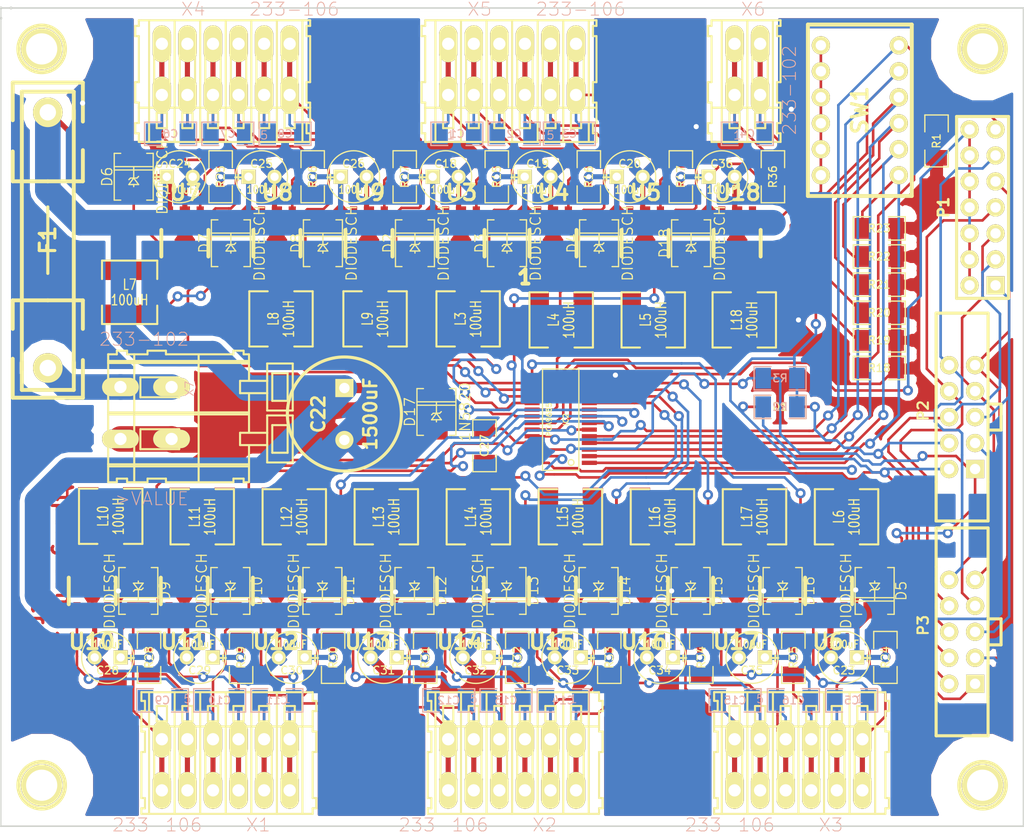
<source format=kicad_pcb>
(kicad_pcb (version 3) (host pcbnew "(2013-may-18)-stable")
  (layers (15 F.Cu signal) (0 B.Cu signal) (18 B.Paste user) (19 F.Paste user) (20 B.SilkS user) (21 F.SilkS user) (22 B.Mask user) (23 F.Mask user) (28 Edge.Cuts user))
  (net 0 "")
  (net 1 +24V)
  (net 2 +3.3V)
  (net 3 /A0)
  (net 4 /A1)
  (net 5 /A2)
  (net 6 /A3)
  (net 7 /A4)
  (net 8 /A5)
  (net 9 /LED0)
  (net 10 /LED0_GND)
  (net 11 /LED0_VCC)
  (net 12 /LED1)
  (net 13 /LED10)
  (net 14 /LED10_GND)
  (net 15 /LED10_VCC)
  (net 16 /LED11)
  (net 17 /LED11_GND)
  (net 18 /LED11_VCC)
  (net 19 /LED12)
  (net 20 /LED12_GND)
  (net 21 /LED12_VCC)
  (net 22 /LED13)
  (net 23 /LED13_GND)
  (net 24 /LED13_VCC)
  (net 25 /LED14)
  (net 26 /LED14_GND)
  (net 27 /LED14_VCC)
  (net 28 /LED15)
  (net 29 /LED15_GND)
  (net 30 /LED15_VCC)
  (net 31 /LED1_GND)
  (net 32 /LED1_VCC)
  (net 33 /LED2)
  (net 34 /LED2_GND)
  (net 35 /LED2_VCC)
  (net 36 /LED3)
  (net 37 /LED3_GND)
  (net 38 /LED3_VCC)
  (net 39 /LED4)
  (net 40 /LED4_GND)
  (net 41 /LED4_VCC)
  (net 42 /LED5)
  (net 43 /LED5_GND)
  (net 44 /LED5_VCC)
  (net 45 /LED6)
  (net 46 /LED6_GND)
  (net 47 /LED6_VCC)
  (net 48 /LED7)
  (net 49 /LED7_GND)
  (net 50 /LED7_VCC)
  (net 51 /LED8)
  (net 52 /LED8_GND)
  (net 53 /LED8_VCC)
  (net 54 /LED9)
  (net 55 /LED9_GND)
  (net 56 /LED9_VCC)
  (net 57 /OE)
  (net 58 /OE1)
  (net 59 /OE2)
  (net 60 /OE3)
  (net 61 /OE4)
  (net 62 /OE5)
  (net 63 /OE6)
  (net 64 /SCL)
  (net 65 /SDA)
  (net 66 GND)
  (net 67 N-000001)
  (net 68 N-0000010)
  (net 69 N-0000013)
  (net 70 N-0000016)
  (net 71 N-0000019)
  (net 72 N-0000021)
  (net 73 N-0000028)
  (net 74 N-0000029)
  (net 75 N-0000030)
  (net 76 N-0000034)
  (net 77 N-0000036)
  (net 78 N-0000039)
  (net 79 N-000004)
  (net 80 N-0000040)
  (net 81 N-000005)
  (net 82 N-0000062)
  (net 83 N-0000063)
  (net 84 N-000007)
  (net 85 N-000009)
  (module SOT89-5_Housing_Handsoldering_RevA_02Sep2012 (layer F.Cu) (at 166.95 102 180)
    (fp_text reference U6 (at 0.0508 -4.95046 180) (layer F.SilkS) (effects (font (size 1.524 1.524) (thickness 0.3048))))
    (fp_text value PT4115-SOT89-5 hide)
    (pad 2 smd trapezoid (at 0 -0.72644 180) (size 1.50114 0.7493) (rect_delta 0 0.50038) (layers F.Cu F.Paste F.Mask) (net 66 GND))
    (pad 5 smd rect (at -1.50114 -2.35204 180) (size 0.70104 2.5019) (layers F.Cu F.Paste F.Mask) (net 1 +24V))
    (pad 4 smd rect (at 1.50114 -2.35204 180) (size 0.70104 2.5019) (layers F.Cu F.Paste F.Mask) (net 53 /LED8_VCC))
    (pad 1 smd rect (at -1.50114 2.35204 180) (size 0.70104 2.5019) (layers F.Cu F.Paste F.Mask) (net 84 N-000007))
    (pad 2 smd rect (at 0 2.35204 180) (size 1.00076 2.5019) (layers F.Cu F.Paste F.Mask) (net 66 GND))
    (pad 3 smd rect (at 1.50114 2.35204 180) (size 0.70104 2.5019) (layers F.Cu F.Paste F.Mask) (net 51 /LED8))
    (pad 2 smd rect (at 0 -2.35204 180) (size 1.00076 2.5019) (layers F.Cu F.Paste F.Mask) (net 66 GND))
    (pad 2 smd trapezoid (at 0 0.72644) (size 1.50114 0.7493) (rect_delta 0 0.50038) (layers F.Cu F.Paste F.Mask) (net 66 GND))
    (pad 2 smd rect (at 0 0 180) (size 1.99898 0.8001) (layers F.Cu F.Paste F.Mask) (net 66 GND))
  )
  (module SOT89-5_Housing_Handsoldering_RevA_02Sep2012 (layer F.Cu) (at 157.95 102 180)
    (fp_text reference U17 (at 0.0508 -4.95046 180) (layer F.SilkS) (effects (font (size 1.524 1.524) (thickness 0.3048))))
    (fp_text value PT4115-SOT89-5 hide)
    (pad 2 smd trapezoid (at 0 -0.72644 180) (size 1.50114 0.7493) (rect_delta 0 0.50038) (layers F.Cu F.Paste F.Mask) (net 66 GND))
    (pad 5 smd rect (at -1.50114 -2.35204 180) (size 0.70104 2.5019) (layers F.Cu F.Paste F.Mask) (net 1 +24V))
    (pad 4 smd rect (at 1.50114 -2.35204 180) (size 0.70104 2.5019) (layers F.Cu F.Paste F.Mask) (net 50 /LED7_VCC))
    (pad 1 smd rect (at -1.50114 2.35204 180) (size 0.70104 2.5019) (layers F.Cu F.Paste F.Mask) (net 69 N-0000013))
    (pad 2 smd rect (at 0 2.35204 180) (size 1.00076 2.5019) (layers F.Cu F.Paste F.Mask) (net 66 GND))
    (pad 3 smd rect (at 1.50114 2.35204 180) (size 0.70104 2.5019) (layers F.Cu F.Paste F.Mask) (net 48 /LED7))
    (pad 2 smd rect (at 0 -2.35204 180) (size 1.00076 2.5019) (layers F.Cu F.Paste F.Mask) (net 66 GND))
    (pad 2 smd trapezoid (at 0 0.72644) (size 1.50114 0.7493) (rect_delta 0 0.50038) (layers F.Cu F.Paste F.Mask) (net 66 GND))
    (pad 2 smd rect (at 0 0 180) (size 1.99898 0.8001) (layers F.Cu F.Paste F.Mask) (net 66 GND))
  )
  (module SOT89-5_Housing_Handsoldering_RevA_02Sep2012 (layer F.Cu) (at 148.95 102 180)
    (fp_text reference U16 (at 0.0508 -4.95046 180) (layer F.SilkS) (effects (font (size 1.524 1.524) (thickness 0.3048))))
    (fp_text value PT4115-SOT89-5 hide)
    (pad 2 smd trapezoid (at 0 -0.72644 180) (size 1.50114 0.7493) (rect_delta 0 0.50038) (layers F.Cu F.Paste F.Mask) (net 66 GND))
    (pad 5 smd rect (at -1.50114 -2.35204 180) (size 0.70104 2.5019) (layers F.Cu F.Paste F.Mask) (net 1 +24V))
    (pad 4 smd rect (at 1.50114 -2.35204 180) (size 0.70104 2.5019) (layers F.Cu F.Paste F.Mask) (net 47 /LED6_VCC))
    (pad 1 smd rect (at -1.50114 2.35204 180) (size 0.70104 2.5019) (layers F.Cu F.Paste F.Mask) (net 70 N-0000016))
    (pad 2 smd rect (at 0 2.35204 180) (size 1.00076 2.5019) (layers F.Cu F.Paste F.Mask) (net 66 GND))
    (pad 3 smd rect (at 1.50114 2.35204 180) (size 0.70104 2.5019) (layers F.Cu F.Paste F.Mask) (net 45 /LED6))
    (pad 2 smd rect (at 0 -2.35204 180) (size 1.00076 2.5019) (layers F.Cu F.Paste F.Mask) (net 66 GND))
    (pad 2 smd trapezoid (at 0 0.72644) (size 1.50114 0.7493) (rect_delta 0 0.50038) (layers F.Cu F.Paste F.Mask) (net 66 GND))
    (pad 2 smd rect (at 0 0 180) (size 1.99898 0.8001) (layers F.Cu F.Paste F.Mask) (net 66 GND))
  )
  (module SOT89-5_Housing_Handsoldering_RevA_02Sep2012 (layer F.Cu) (at 139.95 102 180)
    (fp_text reference U15 (at 0.0508 -4.95046 180) (layer F.SilkS) (effects (font (size 1.524 1.524) (thickness 0.3048))))
    (fp_text value PT4115-SOT89-5 hide)
    (pad 2 smd trapezoid (at 0 -0.72644 180) (size 1.50114 0.7493) (rect_delta 0 0.50038) (layers F.Cu F.Paste F.Mask) (net 66 GND))
    (pad 5 smd rect (at -1.50114 -2.35204 180) (size 0.70104 2.5019) (layers F.Cu F.Paste F.Mask) (net 1 +24V))
    (pad 4 smd rect (at 1.50114 -2.35204 180) (size 0.70104 2.5019) (layers F.Cu F.Paste F.Mask) (net 44 /LED5_VCC))
    (pad 1 smd rect (at -1.50114 2.35204 180) (size 0.70104 2.5019) (layers F.Cu F.Paste F.Mask) (net 79 N-000004))
    (pad 2 smd rect (at 0 2.35204 180) (size 1.00076 2.5019) (layers F.Cu F.Paste F.Mask) (net 66 GND))
    (pad 3 smd rect (at 1.50114 2.35204 180) (size 0.70104 2.5019) (layers F.Cu F.Paste F.Mask) (net 42 /LED5))
    (pad 2 smd rect (at 0 -2.35204 180) (size 1.00076 2.5019) (layers F.Cu F.Paste F.Mask) (net 66 GND))
    (pad 2 smd trapezoid (at 0 0.72644) (size 1.50114 0.7493) (rect_delta 0 0.50038) (layers F.Cu F.Paste F.Mask) (net 66 GND))
    (pad 2 smd rect (at 0 0 180) (size 1.99898 0.8001) (layers F.Cu F.Paste F.Mask) (net 66 GND))
  )
  (module SOT89-5_Housing_Handsoldering_RevA_02Sep2012 (layer F.Cu) (at 121.95 102 180)
    (fp_text reference U13 (at 0.0508 -4.95046 180) (layer F.SilkS) (effects (font (size 1.524 1.524) (thickness 0.3048))))
    (fp_text value PT4115-SOT89-5 hide)
    (pad 2 smd trapezoid (at 0 -0.72644 180) (size 1.50114 0.7493) (rect_delta 0 0.50038) (layers F.Cu F.Paste F.Mask) (net 66 GND))
    (pad 5 smd rect (at -1.50114 -2.35204 180) (size 0.70104 2.5019) (layers F.Cu F.Paste F.Mask) (net 1 +24V))
    (pad 4 smd rect (at 1.50114 -2.35204 180) (size 0.70104 2.5019) (layers F.Cu F.Paste F.Mask) (net 38 /LED3_VCC))
    (pad 1 smd rect (at -1.50114 2.35204 180) (size 0.70104 2.5019) (layers F.Cu F.Paste F.Mask) (net 85 N-000009))
    (pad 2 smd rect (at 0 2.35204 180) (size 1.00076 2.5019) (layers F.Cu F.Paste F.Mask) (net 66 GND))
    (pad 3 smd rect (at 1.50114 2.35204 180) (size 0.70104 2.5019) (layers F.Cu F.Paste F.Mask) (net 36 /LED3))
    (pad 2 smd rect (at 0 -2.35204 180) (size 1.00076 2.5019) (layers F.Cu F.Paste F.Mask) (net 66 GND))
    (pad 2 smd trapezoid (at 0 0.72644) (size 1.50114 0.7493) (rect_delta 0 0.50038) (layers F.Cu F.Paste F.Mask) (net 66 GND))
    (pad 2 smd rect (at 0 0 180) (size 1.99898 0.8001) (layers F.Cu F.Paste F.Mask) (net 66 GND))
  )
  (module SOT89-5_Housing_Handsoldering_RevA_02Sep2012 (layer F.Cu) (at 130.95 102 180)
    (fp_text reference U14 (at 0.0508 -4.95046 180) (layer F.SilkS) (effects (font (size 1.524 1.524) (thickness 0.3048))))
    (fp_text value PT4115-SOT89-5 hide)
    (pad 2 smd trapezoid (at 0 -0.72644 180) (size 1.50114 0.7493) (rect_delta 0 0.50038) (layers F.Cu F.Paste F.Mask) (net 66 GND))
    (pad 5 smd rect (at -1.50114 -2.35204 180) (size 0.70104 2.5019) (layers F.Cu F.Paste F.Mask) (net 1 +24V))
    (pad 4 smd rect (at 1.50114 -2.35204 180) (size 0.70104 2.5019) (layers F.Cu F.Paste F.Mask) (net 41 /LED4_VCC))
    (pad 1 smd rect (at -1.50114 2.35204 180) (size 0.70104 2.5019) (layers F.Cu F.Paste F.Mask) (net 67 N-000001))
    (pad 2 smd rect (at 0 2.35204 180) (size 1.00076 2.5019) (layers F.Cu F.Paste F.Mask) (net 66 GND))
    (pad 3 smd rect (at 1.50114 2.35204 180) (size 0.70104 2.5019) (layers F.Cu F.Paste F.Mask) (net 39 /LED4))
    (pad 2 smd rect (at 0 -2.35204 180) (size 1.00076 2.5019) (layers F.Cu F.Paste F.Mask) (net 66 GND))
    (pad 2 smd trapezoid (at 0 0.72644) (size 1.50114 0.7493) (rect_delta 0 0.50038) (layers F.Cu F.Paste F.Mask) (net 66 GND))
    (pad 2 smd rect (at 0 0 180) (size 1.99898 0.8001) (layers F.Cu F.Paste F.Mask) (net 66 GND))
  )
  (module SOT89-5_Housing_Handsoldering_RevA_02Sep2012 (layer F.Cu) (at 112.95 102 180)
    (fp_text reference U12 (at 0.0508 -4.95046 180) (layer F.SilkS) (effects (font (size 1.524 1.524) (thickness 0.3048))))
    (fp_text value PT4115-SOT89-5 hide)
    (pad 2 smd trapezoid (at 0 -0.72644 180) (size 1.50114 0.7493) (rect_delta 0 0.50038) (layers F.Cu F.Paste F.Mask) (net 66 GND))
    (pad 5 smd rect (at -1.50114 -2.35204 180) (size 0.70104 2.5019) (layers F.Cu F.Paste F.Mask) (net 1 +24V))
    (pad 4 smd rect (at 1.50114 -2.35204 180) (size 0.70104 2.5019) (layers F.Cu F.Paste F.Mask) (net 35 /LED2_VCC))
    (pad 1 smd rect (at -1.50114 2.35204 180) (size 0.70104 2.5019) (layers F.Cu F.Paste F.Mask) (net 68 N-0000010))
    (pad 2 smd rect (at 0 2.35204 180) (size 1.00076 2.5019) (layers F.Cu F.Paste F.Mask) (net 66 GND))
    (pad 3 smd rect (at 1.50114 2.35204 180) (size 0.70104 2.5019) (layers F.Cu F.Paste F.Mask) (net 33 /LED2))
    (pad 2 smd rect (at 0 -2.35204 180) (size 1.00076 2.5019) (layers F.Cu F.Paste F.Mask) (net 66 GND))
    (pad 2 smd trapezoid (at 0 0.72644) (size 1.50114 0.7493) (rect_delta 0 0.50038) (layers F.Cu F.Paste F.Mask) (net 66 GND))
    (pad 2 smd rect (at 0 0 180) (size 1.99898 0.8001) (layers F.Cu F.Paste F.Mask) (net 66 GND))
  )
  (module SOT89-5_Housing_Handsoldering_RevA_02Sep2012 (layer F.Cu) (at 103.95 102 180)
    (fp_text reference U11 (at 0.0508 -4.95046 180) (layer F.SilkS) (effects (font (size 1.524 1.524) (thickness 0.3048))))
    (fp_text value PT4115-SOT89-5 hide)
    (pad 2 smd trapezoid (at 0 -0.72644 180) (size 1.50114 0.7493) (rect_delta 0 0.50038) (layers F.Cu F.Paste F.Mask) (net 66 GND))
    (pad 5 smd rect (at -1.50114 -2.35204 180) (size 0.70104 2.5019) (layers F.Cu F.Paste F.Mask) (net 1 +24V))
    (pad 4 smd rect (at 1.50114 -2.35204 180) (size 0.70104 2.5019) (layers F.Cu F.Paste F.Mask) (net 32 /LED1_VCC))
    (pad 1 smd rect (at -1.50114 2.35204 180) (size 0.70104 2.5019) (layers F.Cu F.Paste F.Mask) (net 83 N-0000063))
    (pad 2 smd rect (at 0 2.35204 180) (size 1.00076 2.5019) (layers F.Cu F.Paste F.Mask) (net 66 GND))
    (pad 3 smd rect (at 1.50114 2.35204 180) (size 0.70104 2.5019) (layers F.Cu F.Paste F.Mask) (net 12 /LED1))
    (pad 2 smd rect (at 0 -2.35204 180) (size 1.00076 2.5019) (layers F.Cu F.Paste F.Mask) (net 66 GND))
    (pad 2 smd trapezoid (at 0 0.72644) (size 1.50114 0.7493) (rect_delta 0 0.50038) (layers F.Cu F.Paste F.Mask) (net 66 GND))
    (pad 2 smd rect (at 0 0 180) (size 1.99898 0.8001) (layers F.Cu F.Paste F.Mask) (net 66 GND))
  )
  (module SOT89-5_Housing_Handsoldering_RevA_02Sep2012 (layer F.Cu) (at 94.95 102 180)
    (fp_text reference U10 (at 0.0508 -4.95046 180) (layer F.SilkS) (effects (font (size 1.524 1.524) (thickness 0.3048))))
    (fp_text value PT4115-SOT89-5 hide)
    (pad 2 smd trapezoid (at 0 -0.72644 180) (size 1.50114 0.7493) (rect_delta 0 0.50038) (layers F.Cu F.Paste F.Mask) (net 66 GND))
    (pad 5 smd rect (at -1.50114 -2.35204 180) (size 0.70104 2.5019) (layers F.Cu F.Paste F.Mask) (net 1 +24V))
    (pad 4 smd rect (at 1.50114 -2.35204 180) (size 0.70104 2.5019) (layers F.Cu F.Paste F.Mask) (net 11 /LED0_VCC))
    (pad 1 smd rect (at -1.50114 2.35204 180) (size 0.70104 2.5019) (layers F.Cu F.Paste F.Mask) (net 82 N-0000062))
    (pad 2 smd rect (at 0 2.35204 180) (size 1.00076 2.5019) (layers F.Cu F.Paste F.Mask) (net 66 GND))
    (pad 3 smd rect (at 1.50114 2.35204 180) (size 0.70104 2.5019) (layers F.Cu F.Paste F.Mask) (net 9 /LED0))
    (pad 2 smd rect (at 0 -2.35204 180) (size 1.00076 2.5019) (layers F.Cu F.Paste F.Mask) (net 66 GND))
    (pad 2 smd trapezoid (at 0 0.72644) (size 1.50114 0.7493) (rect_delta 0 0.50038) (layers F.Cu F.Paste F.Mask) (net 66 GND))
    (pad 2 smd rect (at 0 0 180) (size 1.99898 0.8001) (layers F.Cu F.Paste F.Mask) (net 66 GND))
  )
  (module SOT89-5_Housing_Handsoldering_RevA_02Sep2012 (layer F.Cu) (at 158 68)
    (fp_text reference U18 (at 0.0508 -4.95046) (layer F.SilkS) (effects (font (size 1.524 1.524) (thickness 0.3048))))
    (fp_text value PT4115-SOT89-5 hide)
    (pad 2 smd trapezoid (at 0 -0.72644) (size 1.50114 0.7493) (rect_delta 0 0.50038) (layers F.Cu F.Paste F.Mask) (net 66 GND))
    (pad 5 smd rect (at -1.50114 -2.35204) (size 0.70104 2.5019) (layers F.Cu F.Paste F.Mask) (net 1 +24V))
    (pad 4 smd rect (at 1.50114 -2.35204) (size 0.70104 2.5019) (layers F.Cu F.Paste F.Mask) (net 30 /LED15_VCC))
    (pad 1 smd rect (at -1.50114 2.35204) (size 0.70104 2.5019) (layers F.Cu F.Paste F.Mask) (net 71 N-0000019))
    (pad 2 smd rect (at 0 2.35204) (size 1.00076 2.5019) (layers F.Cu F.Paste F.Mask) (net 66 GND))
    (pad 3 smd rect (at 1.50114 2.35204) (size 0.70104 2.5019) (layers F.Cu F.Paste F.Mask) (net 28 /LED15))
    (pad 2 smd rect (at 0 -2.35204) (size 1.00076 2.5019) (layers F.Cu F.Paste F.Mask) (net 66 GND))
    (pad 2 smd trapezoid (at 0 0.72644 180) (size 1.50114 0.7493) (rect_delta 0 0.50038) (layers F.Cu F.Paste F.Mask) (net 66 GND))
    (pad 2 smd rect (at 0 0) (size 1.99898 0.8001) (layers F.Cu F.Paste F.Mask) (net 66 GND))
  )
  (module SOT89-5_Housing_Handsoldering_RevA_02Sep2012 (layer F.Cu) (at 149 68)
    (fp_text reference U5 (at 0.0508 -4.95046) (layer F.SilkS) (effects (font (size 1.524 1.524) (thickness 0.3048))))
    (fp_text value PT4115-SOT89-5 hide)
    (pad 2 smd trapezoid (at 0 -0.72644) (size 1.50114 0.7493) (rect_delta 0 0.50038) (layers F.Cu F.Paste F.Mask) (net 66 GND))
    (pad 5 smd rect (at -1.50114 -2.35204) (size 0.70104 2.5019) (layers F.Cu F.Paste F.Mask) (net 1 +24V))
    (pad 4 smd rect (at 1.50114 -2.35204) (size 0.70104 2.5019) (layers F.Cu F.Paste F.Mask) (net 27 /LED14_VCC))
    (pad 1 smd rect (at -1.50114 2.35204) (size 0.70104 2.5019) (layers F.Cu F.Paste F.Mask) (net 80 N-0000040))
    (pad 2 smd rect (at 0 2.35204) (size 1.00076 2.5019) (layers F.Cu F.Paste F.Mask) (net 66 GND))
    (pad 3 smd rect (at 1.50114 2.35204) (size 0.70104 2.5019) (layers F.Cu F.Paste F.Mask) (net 25 /LED14))
    (pad 2 smd rect (at 0 -2.35204) (size 1.00076 2.5019) (layers F.Cu F.Paste F.Mask) (net 66 GND))
    (pad 2 smd trapezoid (at 0 0.72644 180) (size 1.50114 0.7493) (rect_delta 0 0.50038) (layers F.Cu F.Paste F.Mask) (net 66 GND))
    (pad 2 smd rect (at 0 0) (size 1.99898 0.8001) (layers F.Cu F.Paste F.Mask) (net 66 GND))
  )
  (module SOT89-5_Housing_Handsoldering_RevA_02Sep2012 (layer F.Cu) (at 131 68)
    (fp_text reference U3 (at 0.0508 -4.95046) (layer F.SilkS) (effects (font (size 1.524 1.524) (thickness 0.3048))))
    (fp_text value PT4115-SOT89-5 hide)
    (pad 2 smd trapezoid (at 0 -0.72644) (size 1.50114 0.7493) (rect_delta 0 0.50038) (layers F.Cu F.Paste F.Mask) (net 66 GND))
    (pad 5 smd rect (at -1.50114 -2.35204) (size 0.70104 2.5019) (layers F.Cu F.Paste F.Mask) (net 1 +24V))
    (pad 4 smd rect (at 1.50114 -2.35204) (size 0.70104 2.5019) (layers F.Cu F.Paste F.Mask) (net 21 /LED12_VCC))
    (pad 1 smd rect (at -1.50114 2.35204) (size 0.70104 2.5019) (layers F.Cu F.Paste F.Mask) (net 74 N-0000029))
    (pad 2 smd rect (at 0 2.35204) (size 1.00076 2.5019) (layers F.Cu F.Paste F.Mask) (net 66 GND))
    (pad 3 smd rect (at 1.50114 2.35204) (size 0.70104 2.5019) (layers F.Cu F.Paste F.Mask) (net 19 /LED12))
    (pad 2 smd rect (at 0 -2.35204) (size 1.00076 2.5019) (layers F.Cu F.Paste F.Mask) (net 66 GND))
    (pad 2 smd trapezoid (at 0 0.72644 180) (size 1.50114 0.7493) (rect_delta 0 0.50038) (layers F.Cu F.Paste F.Mask) (net 66 GND))
    (pad 2 smd rect (at 0 0) (size 1.99898 0.8001) (layers F.Cu F.Paste F.Mask) (net 66 GND))
  )
  (module SOT89-5_Housing_Handsoldering_RevA_02Sep2012 (layer F.Cu) (at 122 68)
    (fp_text reference U9 (at 0.0508 -4.95046) (layer F.SilkS) (effects (font (size 1.524 1.524) (thickness 0.3048))))
    (fp_text value PT4115-SOT89-5 hide)
    (pad 2 smd trapezoid (at 0 -0.72644) (size 1.50114 0.7493) (rect_delta 0 0.50038) (layers F.Cu F.Paste F.Mask) (net 66 GND))
    (pad 5 smd rect (at -1.50114 -2.35204) (size 0.70104 2.5019) (layers F.Cu F.Paste F.Mask) (net 1 +24V))
    (pad 4 smd rect (at 1.50114 -2.35204) (size 0.70104 2.5019) (layers F.Cu F.Paste F.Mask) (net 18 /LED11_VCC))
    (pad 1 smd rect (at -1.50114 2.35204) (size 0.70104 2.5019) (layers F.Cu F.Paste F.Mask) (net 76 N-0000034))
    (pad 2 smd rect (at 0 2.35204) (size 1.00076 2.5019) (layers F.Cu F.Paste F.Mask) (net 66 GND))
    (pad 3 smd rect (at 1.50114 2.35204) (size 0.70104 2.5019) (layers F.Cu F.Paste F.Mask) (net 16 /LED11))
    (pad 2 smd rect (at 0 -2.35204) (size 1.00076 2.5019) (layers F.Cu F.Paste F.Mask) (net 66 GND))
    (pad 2 smd trapezoid (at 0 0.72644 180) (size 1.50114 0.7493) (rect_delta 0 0.50038) (layers F.Cu F.Paste F.Mask) (net 66 GND))
    (pad 2 smd rect (at 0 0) (size 1.99898 0.8001) (layers F.Cu F.Paste F.Mask) (net 66 GND))
  )
  (module SOT89-5_Housing_Handsoldering_RevA_02Sep2012 (layer F.Cu) (at 113 68)
    (fp_text reference U8 (at 0.0508 -4.95046) (layer F.SilkS) (effects (font (size 1.524 1.524) (thickness 0.3048))))
    (fp_text value PT4115-SOT89-5 hide)
    (pad 2 smd trapezoid (at 0 -0.72644) (size 1.50114 0.7493) (rect_delta 0 0.50038) (layers F.Cu F.Paste F.Mask) (net 66 GND))
    (pad 5 smd rect (at -1.50114 -2.35204) (size 0.70104 2.5019) (layers F.Cu F.Paste F.Mask) (net 1 +24V))
    (pad 4 smd rect (at 1.50114 -2.35204) (size 0.70104 2.5019) (layers F.Cu F.Paste F.Mask) (net 15 /LED10_VCC))
    (pad 1 smd rect (at -1.50114 2.35204) (size 0.70104 2.5019) (layers F.Cu F.Paste F.Mask) (net 77 N-0000036))
    (pad 2 smd rect (at 0 2.35204) (size 1.00076 2.5019) (layers F.Cu F.Paste F.Mask) (net 66 GND))
    (pad 3 smd rect (at 1.50114 2.35204) (size 0.70104 2.5019) (layers F.Cu F.Paste F.Mask) (net 13 /LED10))
    (pad 2 smd rect (at 0 -2.35204) (size 1.00076 2.5019) (layers F.Cu F.Paste F.Mask) (net 66 GND))
    (pad 2 smd trapezoid (at 0 0.72644 180) (size 1.50114 0.7493) (rect_delta 0 0.50038) (layers F.Cu F.Paste F.Mask) (net 66 GND))
    (pad 2 smd rect (at 0 0) (size 1.99898 0.8001) (layers F.Cu F.Paste F.Mask) (net 66 GND))
  )
  (module SOT89-5_Housing_Handsoldering_RevA_02Sep2012 (layer F.Cu) (at 104 68)
    (fp_text reference U7 (at 0.0508 -4.95046) (layer F.SilkS) (effects (font (size 1.524 1.524) (thickness 0.3048))))
    (fp_text value PT4115-SOT89-5 hide)
    (pad 2 smd trapezoid (at 0 -0.72644) (size 1.50114 0.7493) (rect_delta 0 0.50038) (layers F.Cu F.Paste F.Mask) (net 66 GND))
    (pad 5 smd rect (at -1.50114 -2.35204) (size 0.70104 2.5019) (layers F.Cu F.Paste F.Mask) (net 1 +24V))
    (pad 4 smd rect (at 1.50114 -2.35204) (size 0.70104 2.5019) (layers F.Cu F.Paste F.Mask) (net 56 /LED9_VCC))
    (pad 1 smd rect (at -1.50114 2.35204) (size 0.70104 2.5019) (layers F.Cu F.Paste F.Mask) (net 81 N-000005))
    (pad 2 smd rect (at 0 2.35204) (size 1.00076 2.5019) (layers F.Cu F.Paste F.Mask) (net 66 GND))
    (pad 3 smd rect (at 1.50114 2.35204) (size 0.70104 2.5019) (layers F.Cu F.Paste F.Mask) (net 54 /LED9))
    (pad 2 smd rect (at 0 -2.35204) (size 1.00076 2.5019) (layers F.Cu F.Paste F.Mask) (net 66 GND))
    (pad 2 smd trapezoid (at 0 0.72644 180) (size 1.50114 0.7493) (rect_delta 0 0.50038) (layers F.Cu F.Paste F.Mask) (net 66 GND))
    (pad 2 smd rect (at 0 0) (size 1.99898 0.8001) (layers F.Cu F.Paste F.Mask) (net 66 GND))
  )
  (module Fuseholder5x20_horiz_open_lateral_Type-II_RevC_Date24Feb2011 (layer F.Cu) (at 90.6 67.7 90)
    (fp_text reference F1 (at 0 0 90) (layer F.SilkS) (effects (font (size 1.524 1.524) (thickness 0.3048))))
    (fp_text value FUSE hide)
    (pad 2 thru_hole circle (at 12.5 0 90) (size 2.9 2.9) (drill 1.6) (layers *.Cu *.Mask F.SilkS) (net 1 +24V) (clearance 1))
    (pad 1 thru_hole circle (at -12.5 0 90) (size 2.9 2.9) (drill 1.6) (layers *.Cu *.Mask F.SilkS) (net 75 N-0000030) (clearance 1.3))
  )
  (module PIN_ARRAY_5x2 (layer F.Cu) (at 180 106 90)
    (fp_text reference P3 (at 0.635 -3.81 90) (layer F.SilkS) (effects (font (size 1.016 1.016) (thickness 0.2032))))
    (fp_text value CONN_5X2 hide)
    (pad 1 thru_hole rect (at -5.08 1.27 90) (size 1.778 1.778) (drill 1.016) (layers *.Cu *.Mask F.SilkS) (net 64 /SCL))
    (pad 2 thru_hole circle (at -5.08 -1.27 90) (size 1.778 1.778) (drill 1.016) (layers *.Cu *.Mask F.SilkS) (net 65 /SDA))
    (pad 3 thru_hole circle (at -2.54 1.27 90) (size 1.778 1.778) (drill 1.016) (layers *.Cu *.Mask F.SilkS) (net 66 GND))
    (pad 4 thru_hole circle (at -2.54 -1.27 90) (size 1.778 1.778) (drill 1.016) (layers *.Cu *.Mask F.SilkS) (net 72 N-0000021))
    (pad 5 thru_hole circle (at 0 1.27 90) (size 1.778 1.778) (drill 1.016) (layers *.Cu *.Mask F.SilkS) (net 58 /OE1))
    (pad 6 thru_hole circle (at 0 -1.27 90) (size 1.778 1.778) (drill 1.016) (layers *.Cu *.Mask F.SilkS) (net 59 /OE2))
    (pad 7 thru_hole circle (at 2.54 1.27 90) (size 1.778 1.778) (drill 1.016) (layers *.Cu *.Mask F.SilkS) (net 60 /OE3))
    (pad 8 thru_hole circle (at 2.54 -1.27 90) (size 1.778 1.778) (drill 1.016) (layers *.Cu *.Mask F.SilkS) (net 61 /OE4))
    (pad 9 thru_hole circle (at 5.08 1.27 90) (size 1.778 1.778) (drill 1.016) (layers *.Cu *.Mask F.SilkS) (net 62 /OE5))
    (pad 10 thru_hole circle (at 5.08 -1.27 90) (size 1.778 1.778) (drill 1.016) (layers *.Cu *.Mask F.SilkS) (net 63 /OE6))
  )
  (module PIN_ARRAY_5x2 (layer F.Cu) (at 180 85 90)
    (fp_text reference P2 (at 0.635 -3.81 90) (layer F.SilkS) (effects (font (size 1.016 1.016) (thickness 0.2032))))
    (fp_text value CONN_5X2 hide)
    (pad 1 thru_hole rect (at -5.08 1.27 90) (size 1.778 1.778) (drill 1.016) (layers *.Cu *.Mask F.SilkS) (net 64 /SCL))
    (pad 2 thru_hole circle (at -5.08 -1.27 90) (size 1.778 1.778) (drill 1.016) (layers *.Cu *.Mask F.SilkS) (net 65 /SDA))
    (pad 3 thru_hole circle (at -2.54 1.27 90) (size 1.778 1.778) (drill 1.016) (layers *.Cu *.Mask F.SilkS) (net 66 GND))
    (pad 4 thru_hole circle (at -2.54 -1.27 90) (size 1.778 1.778) (drill 1.016) (layers *.Cu *.Mask F.SilkS) (net 72 N-0000021))
    (pad 5 thru_hole circle (at 0 1.27 90) (size 1.778 1.778) (drill 1.016) (layers *.Cu *.Mask F.SilkS) (net 58 /OE1))
    (pad 6 thru_hole circle (at 0 -1.27 90) (size 1.778 1.778) (drill 1.016) (layers *.Cu *.Mask F.SilkS) (net 59 /OE2))
    (pad 7 thru_hole circle (at 2.54 1.27 90) (size 1.778 1.778) (drill 1.016) (layers *.Cu *.Mask F.SilkS) (net 60 /OE3))
    (pad 8 thru_hole circle (at 2.54 -1.27 90) (size 1.778 1.778) (drill 1.016) (layers *.Cu *.Mask F.SilkS) (net 61 /OE4))
    (pad 9 thru_hole circle (at 5.08 1.27 90) (size 1.778 1.778) (drill 1.016) (layers *.Cu *.Mask F.SilkS) (net 62 /OE5))
    (pad 10 thru_hole circle (at 5.08 -1.27 90) (size 1.778 1.778) (drill 1.016) (layers *.Cu *.Mask F.SilkS) (net 63 /OE6))
  )
  (module pin_array_7x2 (layer F.Cu) (at 182 64.5 90)
    (fp_text reference P1 (at 0 -3.81 90) (layer F.SilkS) (effects (font (size 1.016 1.016) (thickness 0.27432))))
    (fp_text value CONN_7X2 hide)
    (pad 14 thru_hole circle (at 7.62 -1.27 90) (size 1.778 1.778) (drill 1.016) (layers *.Cu *.Mask F.SilkS) (net 57 /OE))
    (pad 13 thru_hole circle (at 7.62 1.27 90) (size 1.778 1.778) (drill 1.016) (layers *.Cu *.Mask F.SilkS) (net 73 N-0000028))
    (pad 1 thru_hole rect (at -7.62 1.27 90) (size 1.778 1.778) (drill 1.016) (layers *.Cu *.Mask F.SilkS) (net 58 /OE1))
    (pad 2 thru_hole circle (at -7.62 -1.27 90) (size 1.778 1.778) (drill 1.016) (layers *.Cu *.Mask F.SilkS) (net 57 /OE))
    (pad 3 thru_hole circle (at -5.08 1.27 90) (size 1.778 1.778) (drill 1.016) (layers *.Cu *.Mask F.SilkS) (net 59 /OE2))
    (pad 4 thru_hole circle (at -5.08 -1.27 90) (size 1.778 1.778) (drill 1.016) (layers *.Cu *.Mask F.SilkS) (net 57 /OE))
    (pad 5 thru_hole circle (at -2.54 1.27 90) (size 1.778 1.778) (drill 1.016) (layers *.Cu *.Mask F.SilkS) (net 60 /OE3))
    (pad 6 thru_hole circle (at -2.54 -1.27 90) (size 1.778 1.778) (drill 1.016) (layers *.Cu *.Mask F.SilkS) (net 57 /OE))
    (pad 7 thru_hole circle (at 0 1.27 90) (size 1.778 1.778) (drill 1.016) (layers *.Cu *.Mask F.SilkS) (net 61 /OE4))
    (pad 8 thru_hole circle (at 0 -1.27 90) (size 1.778 1.778) (drill 1.016) (layers *.Cu *.Mask F.SilkS) (net 57 /OE))
    (pad 9 thru_hole circle (at 2.54 1.27 90) (size 1.778 1.778) (drill 1.016) (layers *.Cu *.Mask F.SilkS) (net 62 /OE5))
    (pad 10 thru_hole circle (at 2.54 -1.27 90) (size 1.778 1.778) (drill 1.016) (layers *.Cu *.Mask F.SilkS) (net 57 /OE))
    (pad 11 thru_hole circle (at 5.08 1.27 90) (size 1.778 1.778) (drill 1.016) (layers *.Cu *.Mask F.SilkS) (net 63 /OE6))
    (pad 12 thru_hole circle (at 5.08 -1.27 90) (size 1.778 1.778) (drill 1.016) (layers *.Cu *.Mask F.SilkS) (net 57 /OE))
  )
  (module DIPS-DS06 (layer F.Cu) (at 170 55 90)
    (fp_text reference SW1 (at 0 0 90) (layer F.SilkS) (effects (font (size 1.524 1.524) (thickness 0.3048))))
    (fp_text value DIPS_06 hide)
    (pad 1 thru_hole circle (at -6.35 3.81 90) (size 1.778 1.778) (drill 1.016) (layers *.Cu *.Mask F.SilkS) (net 3 /A0))
    (pad 2 thru_hole circle (at -3.81 3.81 90) (size 1.778 1.778) (drill 1.016) (layers *.Cu *.Mask F.SilkS) (net 4 /A1))
    (pad 3 thru_hole circle (at -1.27 3.81 90) (size 1.778 1.778) (drill 1.016) (layers *.Cu *.Mask F.SilkS) (net 5 /A2))
    (pad 4 thru_hole circle (at 1.27 3.81 90) (size 1.778 1.778) (drill 1.016) (layers *.Cu *.Mask F.SilkS) (net 6 /A3))
    (pad 5 thru_hole circle (at 3.81 3.81 90) (size 1.778 1.778) (drill 1.016) (layers *.Cu *.Mask F.SilkS) (net 7 /A4))
    (pad 6 thru_hole circle (at 6.35 3.81 90) (size 1.778 1.778) (drill 1.016) (layers *.Cu *.Mask F.SilkS) (net 8 /A5))
    (pad 7 thru_hole circle (at 6.35 -3.81 90) (size 1.778 1.778) (drill 1.016) (layers *.Cu *.Mask F.SilkS) (net 2 +3.3V))
    (pad 8 thru_hole circle (at 3.81 -3.81 90) (size 1.778 1.778) (drill 1.016) (layers *.Cu *.Mask F.SilkS) (net 2 +3.3V))
    (pad 9 thru_hole circle (at 1.27 -3.81 90) (size 1.778 1.778) (drill 1.016) (layers *.Cu *.Mask F.SilkS) (net 2 +3.3V))
    (pad 10 thru_hole circle (at -1.27 -3.81 90) (size 1.778 1.778) (drill 1.016) (layers *.Cu *.Mask F.SilkS) (net 2 +3.3V))
    (pad 11 thru_hole circle (at -3.81 -3.81 90) (size 1.778 1.778) (drill 1.016) (layers *.Cu *.Mask F.SilkS) (net 2 +3.3V))
    (pad 12 thru_hole circle (at -6.35 -3.81 90) (size 1.778 1.778) (drill 1.016) (layers *.Cu *.Mask F.SilkS) (net 2 +3.3V))
  )
  (module tssop-28 (layer F.Cu) (at 140.75 85.25 90)
    (fp_text reference IC2 (at 0 0.508 90) (layer F.SilkS) (effects (font (size 0.50038 0.50038) (thickness 0.09906))))
    (fp_text value PCA9685 (at 0 -1.143 90) (layer F.SilkS) (effects (font (size 0.50038 0.50038) (thickness 0.09906))))
    (pad 7 smd rect (at -0.32512 2.79908 90) (size 0.4191 1.47066) (layers F.Cu F.Paste F.Mask) (net 12 /LED1))
    (pad 8 smd rect (at 0.32512 2.79908 90) (size 0.4191 1.47066) (layers F.Cu F.Paste F.Mask) (net 33 /LED2))
    (pad 9 smd rect (at 0.97536 2.79908 90) (size 0.4191 1.47066) (layers F.Cu F.Paste F.Mask) (net 36 /LED3))
    (pad 10 smd rect (at 1.6256 2.79908 90) (size 0.4191 1.47066) (layers F.Cu F.Paste F.Mask) (net 39 /LED4))
    (pad 25 smd rect (at -2.26568 -2.794 90) (size 0.4191 1.47066) (layers F.Cu F.Paste F.Mask) (net 66 GND))
    (pad 4 smd rect (at -2.27584 2.79908 90) (size 0.4191 1.47066) (layers F.Cu F.Paste F.Mask) (net 6 /A3))
    (pad 5 smd rect (at -1.6256 2.79908 90) (size 0.4191 1.47066) (layers F.Cu F.Paste F.Mask) (net 7 /A4))
    (pad 6 smd rect (at -0.97536 2.79908 90) (size 0.4191 1.47066) (layers F.Cu F.Paste F.Mask) (net 9 /LED0))
    (pad 18 smd rect (at 2.27584 -2.79908 90) (size 0.4191 1.47066) (layers F.Cu F.Paste F.Mask) (net 16 /LED11))
    (pad 19 smd rect (at 1.6256 -2.79908 90) (size 0.4191 1.47066) (layers F.Cu F.Paste F.Mask) (net 19 /LED12))
    (pad 20 smd rect (at 0.97536 -2.79908 90) (size 0.4191 1.47066) (layers F.Cu F.Paste F.Mask) (net 22 /LED13))
    (pad 21 smd rect (at 0.32512 -2.79908 90) (size 0.4191 1.47066) (layers F.Cu F.Paste F.Mask) (net 25 /LED14))
    (pad 22 smd rect (at -0.32512 -2.79908 90) (size 0.4191 1.47066) (layers F.Cu F.Paste F.Mask) (net 28 /LED15))
    (pad 23 smd rect (at -0.97536 -2.79908 90) (size 0.4191 1.47066) (layers F.Cu F.Paste F.Mask) (net 57 /OE))
    (pad 11 smd rect (at 2.27584 2.79908 90) (size 0.4191 1.47066) (layers F.Cu F.Paste F.Mask) (net 42 /LED5))
    (pad 24 smd rect (at -1.6256 -2.794 90) (size 0.4191 1.47066) (layers F.Cu F.Paste F.Mask) (net 8 /A5))
    (pad 3 smd rect (at -2.92608 2.79908 90) (size 0.4191 1.47066) (layers F.Cu F.Paste F.Mask) (net 5 /A2))
    (pad 12 smd rect (at 2.92608 2.79908 90) (size 0.4191 1.47066) (layers F.Cu F.Paste F.Mask) (net 45 /LED6))
    (pad 17 smd rect (at 2.92608 -2.79908 90) (size 0.4191 1.47066) (layers F.Cu F.Paste F.Mask) (net 13 /LED10))
    (pad 26 smd rect (at -2.92608 -2.79908 90) (size 0.4191 1.47066) (layers F.Cu F.Paste F.Mask) (net 64 /SCL))
    (pad 2 smd rect (at -3.57378 2.79908 90) (size 0.4191 1.47066) (layers F.Cu F.Paste F.Mask) (net 4 /A1))
    (pad 13 smd rect (at 3.57378 2.79908 90) (size 0.4191 1.47066) (layers F.Cu F.Paste F.Mask) (net 48 /LED7))
    (pad 16 smd rect (at 3.57378 -2.79908 90) (size 0.4191 1.47066) (layers F.Cu F.Paste F.Mask) (net 54 /LED9))
    (pad 27 smd rect (at -3.57378 -2.79908 90) (size 0.4191 1.47066) (layers F.Cu F.Paste F.Mask) (net 65 /SDA))
    (pad 1 smd rect (at -4.22402 2.79908 90) (size 0.4191 1.47066) (layers F.Cu F.Paste F.Mask) (net 3 /A0))
    (pad 14 smd rect (at 4.22402 2.79908 90) (size 0.4191 1.47066) (layers F.Cu F.Paste F.Mask) (net 66 GND))
    (pad 15 smd rect (at 4.22402 -2.79908 90) (size 0.4191 1.47066) (layers F.Cu F.Paste F.Mask) (net 51 /LED8))
    (pad 28 smd rect (at -4.22402 -2.79908 90) (size 0.4191 1.47066) (layers F.Cu F.Paste F.Mask) (net 2 +3.3V))
  )
  (module SOT89-5_Housing_Handsoldering_RevA_02Sep2012 (layer F.Cu) (at 140 68)
    (fp_text reference U4 (at 0.0508 -4.95046) (layer F.SilkS) (effects (font (size 1.524 1.524) (thickness 0.3048))))
    (fp_text value PT4115-SOT89-5 hide)
    (pad 2 smd trapezoid (at 0 -0.72644) (size 1.50114 0.7493) (rect_delta 0 0.50038) (layers F.Cu F.Paste F.Mask) (net 66 GND))
    (pad 5 smd rect (at -1.50114 -2.35204) (size 0.70104 2.5019) (layers F.Cu F.Paste F.Mask) (net 1 +24V))
    (pad 4 smd rect (at 1.50114 -2.35204) (size 0.70104 2.5019) (layers F.Cu F.Paste F.Mask) (net 24 /LED13_VCC))
    (pad 1 smd rect (at -1.50114 2.35204) (size 0.70104 2.5019) (layers F.Cu F.Paste F.Mask) (net 78 N-0000039))
    (pad 2 smd rect (at 0 2.35204) (size 1.00076 2.5019) (layers F.Cu F.Paste F.Mask) (net 66 GND))
    (pad 3 smd rect (at 1.50114 2.35204) (size 0.70104 2.5019) (layers F.Cu F.Paste F.Mask) (net 22 /LED13))
    (pad 2 smd rect (at 0 -2.35204) (size 1.00076 2.5019) (layers F.Cu F.Paste F.Mask) (net 66 GND))
    (pad 2 smd trapezoid (at 0 0.72644 180) (size 1.50114 0.7493) (rect_delta 0 0.50038) (layers F.Cu F.Paste F.Mask) (net 66 GND))
    (pad 2 smd rect (at 0 0) (size 1.99898 0.8001) (layers F.Cu F.Paste F.Mask) (net 66 GND))
  )
  (module "DO-214AC(SMA)" (layer F.Cu) (at 108.45 102 270)
    (fp_text reference D10 (at 0 -2.60096 270) (layer F.SilkS) (effects (font (size 1.00076 1.00076) (thickness 0.11938))))
    (fp_text value DIODESCH (at 0 2.79908 270) (layer F.SilkS) (effects (font (size 1.00076 1.00076) (thickness 0.11938))))
    (pad 1 smd rect (at -1.89992 0 270) (size 1.6002 2.19964) (layers F.Cu F.Paste F.Mask) (net 83 N-0000063))
    (pad 2 smd rect (at 1.89992 0 270) (size 1.6002 2.19964) (layers F.Cu F.Paste F.Mask) (net 1 +24V))
  )
  (module "DO-214AC(SMA)" (layer F.Cu) (at 144.5 68 90)
    (fp_text reference D4 (at 0 -2.60096 90) (layer F.SilkS) (effects (font (size 1.00076 1.00076) (thickness 0.11938))))
    (fp_text value DIODESCH (at 0 2.79908 90) (layer F.SilkS) (effects (font (size 1.00076 1.00076) (thickness 0.11938))))
    (pad 1 smd rect (at -1.89992 0 90) (size 1.6002 2.19964) (layers F.Cu F.Paste F.Mask) (net 80 N-0000040))
    (pad 2 smd rect (at 1.89992 0 90) (size 1.6002 2.19964) (layers F.Cu F.Paste F.Mask) (net 1 +24V))
  )
  (module "DO-214AC(SMA)" (layer F.Cu) (at 128.6 84.5 90)
    (fp_text reference D17 (at 0 -2.60096 90) (layer F.SilkS) (effects (font (size 1.00076 1.00076) (thickness 0.11938))))
    (fp_text value 1N5820 (at 0 2.79908 90) (layer F.SilkS) (effects (font (size 1.00076 1.00076) (thickness 0.11938))))
    (pad 1 smd rect (at -1.89992 0 90) (size 1.6002 2.19964) (layers F.Cu F.Paste F.Mask) (net 66 GND))
    (pad 2 smd rect (at 1.89992 0 90) (size 1.6002 2.19964) (layers F.Cu F.Paste F.Mask) (net 1 +24V))
  )
  (module "DO-214AC(SMA)" (layer F.Cu) (at 99.45 102 270)
    (fp_text reference D9 (at 0 -2.60096 270) (layer F.SilkS) (effects (font (size 1.00076 1.00076) (thickness 0.11938))))
    (fp_text value DIODESCH (at 0 2.79908 270) (layer F.SilkS) (effects (font (size 1.00076 1.00076) (thickness 0.11938))))
    (pad 1 smd rect (at -1.89992 0 270) (size 1.6002 2.19964) (layers F.Cu F.Paste F.Mask) (net 82 N-0000062))
    (pad 2 smd rect (at 1.89992 0 270) (size 1.6002 2.19964) (layers F.Cu F.Paste F.Mask) (net 1 +24V))
  )
  (module "DO-214AC(SMA)" (layer F.Cu) (at 126.5 68 90)
    (fp_text reference D2 (at 0 -2.60096 90) (layer F.SilkS) (effects (font (size 1.00076 1.00076) (thickness 0.11938))))
    (fp_text value DIODESCH (at 0 2.79908 90) (layer F.SilkS) (effects (font (size 1.00076 1.00076) (thickness 0.11938))))
    (pad 1 smd rect (at -1.89992 0 90) (size 1.6002 2.19964) (layers F.Cu F.Paste F.Mask) (net 74 N-0000029))
    (pad 2 smd rect (at 1.89992 0 90) (size 1.6002 2.19964) (layers F.Cu F.Paste F.Mask) (net 1 +24V))
  )
  (module "DO-214AC(SMA)" (layer F.Cu) (at 135.5 68 90)
    (fp_text reference D3 (at 0 -2.60096 90) (layer F.SilkS) (effects (font (size 1.00076 1.00076) (thickness 0.11938))))
    (fp_text value DIODESCH (at 0 2.79908 90) (layer F.SilkS) (effects (font (size 1.00076 1.00076) (thickness 0.11938))))
    (pad 1 smd rect (at -1.89992 0 90) (size 1.6002 2.19964) (layers F.Cu F.Paste F.Mask) (net 78 N-0000039))
    (pad 2 smd rect (at 1.89992 0 90) (size 1.6002 2.19964) (layers F.Cu F.Paste F.Mask) (net 1 +24V))
  )
  (module "DO-214AC(SMA)" (layer F.Cu) (at 153.5 68 90)
    (fp_text reference D18 (at 0 -2.60096 90) (layer F.SilkS) (effects (font (size 1.00076 1.00076) (thickness 0.11938))))
    (fp_text value DIODESCH (at 0 2.79908 90) (layer F.SilkS) (effects (font (size 1.00076 1.00076) (thickness 0.11938))))
    (pad 1 smd rect (at -1.89992 0 90) (size 1.6002 2.19964) (layers F.Cu F.Paste F.Mask) (net 71 N-0000019))
    (pad 2 smd rect (at 1.89992 0 90) (size 1.6002 2.19964) (layers F.Cu F.Paste F.Mask) (net 1 +24V))
  )
  (module "DO-214AC(SMA)" (layer F.Cu) (at 126.45 102 270)
    (fp_text reference D12 (at 0 -2.60096 270) (layer F.SilkS) (effects (font (size 1.00076 1.00076) (thickness 0.11938))))
    (fp_text value DIODESCH (at 0 2.79908 270) (layer F.SilkS) (effects (font (size 1.00076 1.00076) (thickness 0.11938))))
    (pad 1 smd rect (at -1.89992 0 270) (size 1.6002 2.19964) (layers F.Cu F.Paste F.Mask) (net 85 N-000009))
    (pad 2 smd rect (at 1.89992 0 270) (size 1.6002 2.19964) (layers F.Cu F.Paste F.Mask) (net 1 +24V))
  )
  (module "DO-214AC(SMA)" (layer F.Cu) (at 135.45 102 270)
    (fp_text reference D13 (at 0 -2.60096 270) (layer F.SilkS) (effects (font (size 1.00076 1.00076) (thickness 0.11938))))
    (fp_text value DIODESCH (at 0 2.79908 270) (layer F.SilkS) (effects (font (size 1.00076 1.00076) (thickness 0.11938))))
    (pad 1 smd rect (at -1.89992 0 270) (size 1.6002 2.19964) (layers F.Cu F.Paste F.Mask) (net 67 N-000001))
    (pad 2 smd rect (at 1.89992 0 270) (size 1.6002 2.19964) (layers F.Cu F.Paste F.Mask) (net 1 +24V))
  )
  (module "DO-214AC(SMA)" (layer F.Cu) (at 144.45 102 270)
    (fp_text reference D14 (at 0 -2.60096 270) (layer F.SilkS) (effects (font (size 1.00076 1.00076) (thickness 0.11938))))
    (fp_text value DIODESCH (at 0 2.79908 270) (layer F.SilkS) (effects (font (size 1.00076 1.00076) (thickness 0.11938))))
    (pad 1 smd rect (at -1.89992 0 270) (size 1.6002 2.19964) (layers F.Cu F.Paste F.Mask) (net 79 N-000004))
    (pad 2 smd rect (at 1.89992 0 270) (size 1.6002 2.19964) (layers F.Cu F.Paste F.Mask) (net 1 +24V))
  )
  (module "DO-214AC(SMA)" (layer F.Cu) (at 171.45 102 270)
    (fp_text reference D5 (at 0 -2.60096 270) (layer F.SilkS) (effects (font (size 1.00076 1.00076) (thickness 0.11938))))
    (fp_text value DIODESCH (at 0 2.79908 270) (layer F.SilkS) (effects (font (size 1.00076 1.00076) (thickness 0.11938))))
    (pad 1 smd rect (at -1.89992 0 270) (size 1.6002 2.19964) (layers F.Cu F.Paste F.Mask) (net 84 N-000007))
    (pad 2 smd rect (at 1.89992 0 270) (size 1.6002 2.19964) (layers F.Cu F.Paste F.Mask) (net 1 +24V))
  )
  (module "DO-214AC(SMA)" (layer F.Cu) (at 99 61.5 90)
    (fp_text reference D6 (at 0 -2.60096 90) (layer F.SilkS) (effects (font (size 1.00076 1.00076) (thickness 0.11938))))
    (fp_text value DIODESCH (at 0 2.79908 90) (layer F.SilkS) (effects (font (size 1.00076 1.00076) (thickness 0.11938))))
    (pad 1 smd rect (at -1.89992 0 90) (size 1.6002 2.19964) (layers F.Cu F.Paste F.Mask) (net 81 N-000005))
    (pad 2 smd rect (at 1.89992 0 90) (size 1.6002 2.19964) (layers F.Cu F.Paste F.Mask) (net 1 +24V))
  )
  (module "DO-214AC(SMA)" (layer F.Cu) (at 162.45 102 270)
    (fp_text reference D16 (at 0 -2.60096 270) (layer F.SilkS) (effects (font (size 1.00076 1.00076) (thickness 0.11938))))
    (fp_text value DIODESCH (at 0 2.79908 270) (layer F.SilkS) (effects (font (size 1.00076 1.00076) (thickness 0.11938))))
    (pad 1 smd rect (at -1.89992 0 270) (size 1.6002 2.19964) (layers F.Cu F.Paste F.Mask) (net 69 N-0000013))
    (pad 2 smd rect (at 1.89992 0 270) (size 1.6002 2.19964) (layers F.Cu F.Paste F.Mask) (net 1 +24V))
  )
  (module "DO-214AC(SMA)" (layer F.Cu) (at 153.45 102 270)
    (fp_text reference D15 (at 0 -2.60096 270) (layer F.SilkS) (effects (font (size 1.00076 1.00076) (thickness 0.11938))))
    (fp_text value DIODESCH (at 0 2.79908 270) (layer F.SilkS) (effects (font (size 1.00076 1.00076) (thickness 0.11938))))
    (pad 1 smd rect (at -1.89992 0 270) (size 1.6002 2.19964) (layers F.Cu F.Paste F.Mask) (net 70 N-0000016))
    (pad 2 smd rect (at 1.89992 0 270) (size 1.6002 2.19964) (layers F.Cu F.Paste F.Mask) (net 1 +24V))
  )
  (module "DO-214AC(SMA)" (layer F.Cu) (at 117.5 68 90)
    (fp_text reference D8 (at 0 -2.60096 90) (layer F.SilkS) (effects (font (size 1.00076 1.00076) (thickness 0.11938))))
    (fp_text value DIODESCH (at 0 2.79908 90) (layer F.SilkS) (effects (font (size 1.00076 1.00076) (thickness 0.11938))))
    (pad 1 smd rect (at -1.89992 0 90) (size 1.6002 2.19964) (layers F.Cu F.Paste F.Mask) (net 76 N-0000034))
    (pad 2 smd rect (at 1.89992 0 90) (size 1.6002 2.19964) (layers F.Cu F.Paste F.Mask) (net 1 +24V))
  )
  (module "DO-214AC(SMA)" (layer F.Cu) (at 108.5 68 90)
    (fp_text reference D7 (at 0 -2.60096 90) (layer F.SilkS) (effects (font (size 1.00076 1.00076) (thickness 0.11938))))
    (fp_text value DIODESCH (at 0 2.79908 90) (layer F.SilkS) (effects (font (size 1.00076 1.00076) (thickness 0.11938))))
    (pad 1 smd rect (at -1.89992 0 90) (size 1.6002 2.19964) (layers F.Cu F.Paste F.Mask) (net 77 N-0000036))
    (pad 2 smd rect (at 1.89992 0 90) (size 1.6002 2.19964) (layers F.Cu F.Paste F.Mask) (net 1 +24V))
  )
  (module "DO-214AC(SMA)" (layer F.Cu) (at 117.45 102 270)
    (fp_text reference D11 (at 0 -2.60096 270) (layer F.SilkS) (effects (font (size 1.00076 1.00076) (thickness 0.11938))))
    (fp_text value DIODESCH (at 0 2.79908 270) (layer F.SilkS) (effects (font (size 1.00076 1.00076) (thickness 0.11938))))
    (pad 1 smd rect (at -1.89992 0 270) (size 1.6002 2.19964) (layers F.Cu F.Paste F.Mask) (net 68 N-0000010))
    (pad 2 smd rect (at 1.89992 0 270) (size 1.6002 2.19964) (layers F.Cu F.Paste F.Mask) (net 1 +24V))
  )
  (module con-wago-233-106 (layer F.Cu) (at 164 119 180)
    (fp_text reference X3 (at -3.175 -5.88264 180) (layer B.SilkS) (effects (font (size 1.27 1.27) (thickness 0.0889))))
    (fp_text value 233-106 (at 6.70814 -5.88264 180) (layer B.SilkS) (effects (font (size 1.27 1.27) (thickness 0.0889))))
    (fp_text user 1 (at -5.99186 6.44144 180) (layer B.SilkS) (effects (font (size 0.8128 0.8128) (thickness 0.0889))))
    (fp_text user 5 (at 3.75412 6.44144 180) (layer B.SilkS) (effects (font (size 0.8128 0.8128) (thickness 0.0889))))
    (pad A1 thru_hole oval (at -6.2484 -2.49936 180) (size 1.79832 3.59918) (drill 1.19888) (layers *.Cu F.Paste F.SilkS F.Mask) (net 53 /LED8_VCC))
    (pad A2 thru_hole oval (at -3.74904 -2.49936 180) (size 1.79832 3.59918) (drill 1.19888) (layers *.Cu F.Paste F.SilkS F.Mask) (net 52 /LED8_GND))
    (pad A3 thru_hole oval (at -1.24968 -2.49936 180) (size 1.79832 3.59918) (drill 1.19888) (layers *.Cu F.Paste F.SilkS F.Mask) (net 50 /LED7_VCC))
    (pad A4 thru_hole oval (at 1.24968 -2.49936 180) (size 1.79832 3.59918) (drill 1.19888) (layers *.Cu F.Paste F.SilkS F.Mask) (net 49 /LED7_GND))
    (pad A5 thru_hole oval (at 3.74904 -2.49936 180) (size 1.79832 3.59918) (drill 1.19888) (layers *.Cu F.Paste F.SilkS F.Mask) (net 47 /LED6_VCC))
    (pad A6 thru_hole oval (at 6.2484 -2.49936 180) (size 1.79832 3.59918) (drill 1.19888) (layers *.Cu F.Paste F.SilkS F.Mask) (net 46 /LED6_GND))
    (pad B1 thru_hole oval (at -6.2484 2.49936 180) (size 1.79832 3.59918) (drill 1.19888) (layers *.Cu F.Paste F.SilkS F.Mask) (net 53 /LED8_VCC))
    (pad B2 thru_hole oval (at -3.74904 2.49936 180) (size 1.79832 3.59918) (drill 1.19888) (layers *.Cu F.Paste F.SilkS F.Mask) (net 52 /LED8_GND))
    (pad B3 thru_hole oval (at -1.24968 2.49936 180) (size 1.79832 3.59918) (drill 1.19888) (layers *.Cu F.Paste F.SilkS F.Mask) (net 50 /LED7_VCC))
    (pad B4 thru_hole oval (at 1.24968 2.49936 180) (size 1.79832 3.59918) (drill 1.19888) (layers *.Cu F.Paste F.SilkS F.Mask) (net 49 /LED7_GND))
    (pad B5 thru_hole oval (at 3.74904 2.49936 180) (size 1.79832 3.59918) (drill 1.19888) (layers *.Cu F.Paste F.SilkS F.Mask) (net 47 /LED6_VCC))
    (pad B6 thru_hole oval (at 6.2484 2.49936 180) (size 1.79832 3.59918) (drill 1.19888) (layers *.Cu F.Paste F.SilkS F.Mask) (net 46 /LED6_GND))
  )
  (module con-wago-233-106 (layer F.Cu) (at 108 51)
    (fp_text reference X4 (at -3.175 -5.88264) (layer B.SilkS) (effects (font (size 1.27 1.27) (thickness 0.0889))))
    (fp_text value 233-106 (at 6.70814 -5.88264) (layer B.SilkS) (effects (font (size 1.27 1.27) (thickness 0.0889))))
    (fp_text user 1 (at -5.99186 6.44144) (layer B.SilkS) (effects (font (size 0.8128 0.8128) (thickness 0.0889))))
    (fp_text user 5 (at 3.75412 6.44144) (layer B.SilkS) (effects (font (size 0.8128 0.8128) (thickness 0.0889))))
    (pad A1 thru_hole oval (at -6.2484 -2.49936) (size 1.79832 3.59918) (drill 1.19888) (layers *.Cu F.Paste F.SilkS F.Mask) (net 56 /LED9_VCC))
    (pad A2 thru_hole oval (at -3.74904 -2.49936) (size 1.79832 3.59918) (drill 1.19888) (layers *.Cu F.Paste F.SilkS F.Mask) (net 55 /LED9_GND))
    (pad A3 thru_hole oval (at -1.24968 -2.49936) (size 1.79832 3.59918) (drill 1.19888) (layers *.Cu F.Paste F.SilkS F.Mask) (net 15 /LED10_VCC))
    (pad A4 thru_hole oval (at 1.24968 -2.49936) (size 1.79832 3.59918) (drill 1.19888) (layers *.Cu F.Paste F.SilkS F.Mask) (net 14 /LED10_GND))
    (pad A5 thru_hole oval (at 3.74904 -2.49936) (size 1.79832 3.59918) (drill 1.19888) (layers *.Cu F.Paste F.SilkS F.Mask) (net 18 /LED11_VCC))
    (pad A6 thru_hole oval (at 6.2484 -2.49936) (size 1.79832 3.59918) (drill 1.19888) (layers *.Cu F.Paste F.SilkS F.Mask) (net 17 /LED11_GND))
    (pad B1 thru_hole oval (at -6.2484 2.49936) (size 1.79832 3.59918) (drill 1.19888) (layers *.Cu F.Paste F.SilkS F.Mask) (net 56 /LED9_VCC))
    (pad B2 thru_hole oval (at -3.74904 2.49936) (size 1.79832 3.59918) (drill 1.19888) (layers *.Cu F.Paste F.SilkS F.Mask) (net 55 /LED9_GND))
    (pad B3 thru_hole oval (at -1.24968 2.49936) (size 1.79832 3.59918) (drill 1.19888) (layers *.Cu F.Paste F.SilkS F.Mask) (net 15 /LED10_VCC))
    (pad B4 thru_hole oval (at 1.24968 2.49936) (size 1.79832 3.59918) (drill 1.19888) (layers *.Cu F.Paste F.SilkS F.Mask) (net 14 /LED10_GND))
    (pad B5 thru_hole oval (at 3.74904 2.49936) (size 1.79832 3.59918) (drill 1.19888) (layers *.Cu F.Paste F.SilkS F.Mask) (net 18 /LED11_VCC))
    (pad B6 thru_hole oval (at 6.2484 2.49936) (size 1.79832 3.59918) (drill 1.19888) (layers *.Cu F.Paste F.SilkS F.Mask) (net 17 /LED11_GND))
  )
  (module con-wago-233-106 (layer F.Cu) (at 136 119 180)
    (fp_text reference X2 (at -3.175 -5.88264 180) (layer B.SilkS) (effects (font (size 1.27 1.27) (thickness 0.0889))))
    (fp_text value 233-106 (at 6.70814 -5.88264 180) (layer B.SilkS) (effects (font (size 1.27 1.27) (thickness 0.0889))))
    (fp_text user 1 (at -5.99186 6.44144 180) (layer B.SilkS) (effects (font (size 0.8128 0.8128) (thickness 0.0889))))
    (fp_text user 5 (at 3.75412 6.44144 180) (layer B.SilkS) (effects (font (size 0.8128 0.8128) (thickness 0.0889))))
    (pad A1 thru_hole oval (at -6.2484 -2.49936 180) (size 1.79832 3.59918) (drill 1.19888) (layers *.Cu F.Paste F.SilkS F.Mask) (net 44 /LED5_VCC))
    (pad A2 thru_hole oval (at -3.74904 -2.49936 180) (size 1.79832 3.59918) (drill 1.19888) (layers *.Cu F.Paste F.SilkS F.Mask) (net 43 /LED5_GND))
    (pad A3 thru_hole oval (at -1.24968 -2.49936 180) (size 1.79832 3.59918) (drill 1.19888) (layers *.Cu F.Paste F.SilkS F.Mask) (net 41 /LED4_VCC))
    (pad A4 thru_hole oval (at 1.24968 -2.49936 180) (size 1.79832 3.59918) (drill 1.19888) (layers *.Cu F.Paste F.SilkS F.Mask) (net 40 /LED4_GND))
    (pad A5 thru_hole oval (at 3.74904 -2.49936 180) (size 1.79832 3.59918) (drill 1.19888) (layers *.Cu F.Paste F.SilkS F.Mask) (net 38 /LED3_VCC))
    (pad A6 thru_hole oval (at 6.2484 -2.49936 180) (size 1.79832 3.59918) (drill 1.19888) (layers *.Cu F.Paste F.SilkS F.Mask) (net 37 /LED3_GND))
    (pad B1 thru_hole oval (at -6.2484 2.49936 180) (size 1.79832 3.59918) (drill 1.19888) (layers *.Cu F.Paste F.SilkS F.Mask) (net 44 /LED5_VCC))
    (pad B2 thru_hole oval (at -3.74904 2.49936 180) (size 1.79832 3.59918) (drill 1.19888) (layers *.Cu F.Paste F.SilkS F.Mask) (net 43 /LED5_GND))
    (pad B3 thru_hole oval (at -1.24968 2.49936 180) (size 1.79832 3.59918) (drill 1.19888) (layers *.Cu F.Paste F.SilkS F.Mask) (net 41 /LED4_VCC))
    (pad B4 thru_hole oval (at 1.24968 2.49936 180) (size 1.79832 3.59918) (drill 1.19888) (layers *.Cu F.Paste F.SilkS F.Mask) (net 40 /LED4_GND))
    (pad B5 thru_hole oval (at 3.74904 2.49936 180) (size 1.79832 3.59918) (drill 1.19888) (layers *.Cu F.Paste F.SilkS F.Mask) (net 38 /LED3_VCC))
    (pad B6 thru_hole oval (at 6.2484 2.49936 180) (size 1.79832 3.59918) (drill 1.19888) (layers *.Cu F.Paste F.SilkS F.Mask) (net 37 /LED3_GND))
  )
  (module con-wago-233-106 (layer F.Cu) (at 136 51)
    (fp_text reference X5 (at -3.175 -5.88264) (layer B.SilkS) (effects (font (size 1.27 1.27) (thickness 0.0889))))
    (fp_text value 233-106 (at 6.70814 -5.88264) (layer B.SilkS) (effects (font (size 1.27 1.27) (thickness 0.0889))))
    (fp_text user 1 (at -5.99186 6.44144) (layer B.SilkS) (effects (font (size 0.8128 0.8128) (thickness 0.0889))))
    (fp_text user 5 (at 3.75412 6.44144) (layer B.SilkS) (effects (font (size 0.8128 0.8128) (thickness 0.0889))))
    (pad A1 thru_hole oval (at -6.2484 -2.49936) (size 1.79832 3.59918) (drill 1.19888) (layers *.Cu F.Paste F.SilkS F.Mask) (net 21 /LED12_VCC))
    (pad A2 thru_hole oval (at -3.74904 -2.49936) (size 1.79832 3.59918) (drill 1.19888) (layers *.Cu F.Paste F.SilkS F.Mask) (net 20 /LED12_GND))
    (pad A3 thru_hole oval (at -1.24968 -2.49936) (size 1.79832 3.59918) (drill 1.19888) (layers *.Cu F.Paste F.SilkS F.Mask) (net 24 /LED13_VCC))
    (pad A4 thru_hole oval (at 1.24968 -2.49936) (size 1.79832 3.59918) (drill 1.19888) (layers *.Cu F.Paste F.SilkS F.Mask) (net 23 /LED13_GND))
    (pad A5 thru_hole oval (at 3.74904 -2.49936) (size 1.79832 3.59918) (drill 1.19888) (layers *.Cu F.Paste F.SilkS F.Mask) (net 27 /LED14_VCC))
    (pad A6 thru_hole oval (at 6.2484 -2.49936) (size 1.79832 3.59918) (drill 1.19888) (layers *.Cu F.Paste F.SilkS F.Mask) (net 26 /LED14_GND))
    (pad B1 thru_hole oval (at -6.2484 2.49936) (size 1.79832 3.59918) (drill 1.19888) (layers *.Cu F.Paste F.SilkS F.Mask) (net 21 /LED12_VCC))
    (pad B2 thru_hole oval (at -3.74904 2.49936) (size 1.79832 3.59918) (drill 1.19888) (layers *.Cu F.Paste F.SilkS F.Mask) (net 20 /LED12_GND))
    (pad B3 thru_hole oval (at -1.24968 2.49936) (size 1.79832 3.59918) (drill 1.19888) (layers *.Cu F.Paste F.SilkS F.Mask) (net 24 /LED13_VCC))
    (pad B4 thru_hole oval (at 1.24968 2.49936) (size 1.79832 3.59918) (drill 1.19888) (layers *.Cu F.Paste F.SilkS F.Mask) (net 23 /LED13_GND))
    (pad B5 thru_hole oval (at 3.74904 2.49936) (size 1.79832 3.59918) (drill 1.19888) (layers *.Cu F.Paste F.SilkS F.Mask) (net 27 /LED14_VCC))
    (pad B6 thru_hole oval (at 6.2484 2.49936) (size 1.79832 3.59918) (drill 1.19888) (layers *.Cu F.Paste F.SilkS F.Mask) (net 26 /LED14_GND))
  )
  (module con-wago-233-106 (layer F.Cu) (at 108 119 180)
    (fp_text reference X1 (at -3.175 -5.88264 180) (layer B.SilkS) (effects (font (size 1.27 1.27) (thickness 0.0889))))
    (fp_text value 233-106 (at 6.70814 -5.88264 180) (layer B.SilkS) (effects (font (size 1.27 1.27) (thickness 0.0889))))
    (fp_text user 1 (at -5.99186 6.44144 180) (layer B.SilkS) (effects (font (size 0.8128 0.8128) (thickness 0.0889))))
    (fp_text user 5 (at 3.75412 6.44144 180) (layer B.SilkS) (effects (font (size 0.8128 0.8128) (thickness 0.0889))))
    (pad A1 thru_hole oval (at -6.2484 -2.49936 180) (size 1.79832 3.59918) (drill 1.19888) (layers *.Cu F.Paste F.SilkS F.Mask) (net 35 /LED2_VCC))
    (pad A2 thru_hole oval (at -3.74904 -2.49936 180) (size 1.79832 3.59918) (drill 1.19888) (layers *.Cu F.Paste F.SilkS F.Mask) (net 34 /LED2_GND))
    (pad A3 thru_hole oval (at -1.24968 -2.49936 180) (size 1.79832 3.59918) (drill 1.19888) (layers *.Cu F.Paste F.SilkS F.Mask) (net 32 /LED1_VCC))
    (pad A4 thru_hole oval (at 1.24968 -2.49936 180) (size 1.79832 3.59918) (drill 1.19888) (layers *.Cu F.Paste F.SilkS F.Mask) (net 31 /LED1_GND))
    (pad A5 thru_hole oval (at 3.74904 -2.49936 180) (size 1.79832 3.59918) (drill 1.19888) (layers *.Cu F.Paste F.SilkS F.Mask) (net 11 /LED0_VCC))
    (pad A6 thru_hole oval (at 6.2484 -2.49936 180) (size 1.79832 3.59918) (drill 1.19888) (layers *.Cu F.Paste F.SilkS F.Mask) (net 10 /LED0_GND))
    (pad B1 thru_hole oval (at -6.2484 2.49936 180) (size 1.79832 3.59918) (drill 1.19888) (layers *.Cu F.Paste F.SilkS F.Mask) (net 35 /LED2_VCC))
    (pad B2 thru_hole oval (at -3.74904 2.49936 180) (size 1.79832 3.59918) (drill 1.19888) (layers *.Cu F.Paste F.SilkS F.Mask) (net 34 /LED2_GND))
    (pad B3 thru_hole oval (at -1.24968 2.49936 180) (size 1.79832 3.59918) (drill 1.19888) (layers *.Cu F.Paste F.SilkS F.Mask) (net 32 /LED1_VCC))
    (pad B4 thru_hole oval (at 1.24968 2.49936 180) (size 1.79832 3.59918) (drill 1.19888) (layers *.Cu F.Paste F.SilkS F.Mask) (net 31 /LED1_GND))
    (pad B5 thru_hole oval (at 3.74904 2.49936 180) (size 1.79832 3.59918) (drill 1.19888) (layers *.Cu F.Paste F.SilkS F.Mask) (net 11 /LED0_VCC))
    (pad B6 thru_hole oval (at 6.2484 2.49936 180) (size 1.79832 3.59918) (drill 1.19888) (layers *.Cu F.Paste F.SilkS F.Mask) (net 10 /LED0_GND))
  )
  (module con-wago-233-102 (layer F.Cu) (at 159 51)
    (fp_text reference X6 (at 0.57404 -5.88264) (layer B.SilkS) (effects (font (size 1.27 1.27) (thickness 0.0889))))
    (fp_text value 233-102 (at 4.1148 2.03962 90) (layer B.SilkS) (effects (font (size 1.27 1.27) (thickness 0.0889))))
    (fp_text user 1 (at -0.99314 6.44144) (layer B.SilkS) (effects (font (size 0.8128 0.8128) (thickness 0.0889))))
    (pad A1 thru_hole oval (at -1.24968 -2.49936) (size 1.79832 3.59918) (drill 1.19888) (layers *.Cu F.Paste F.SilkS F.Mask) (net 30 /LED15_VCC))
    (pad A2 thru_hole oval (at 1.24968 -2.49936) (size 1.79832 3.59918) (drill 1.19888) (layers *.Cu F.Paste F.SilkS F.Mask) (net 29 /LED15_GND))
    (pad B1 thru_hole oval (at -1.24968 2.49936) (size 1.79832 3.59918) (drill 1.19888) (layers *.Cu F.Paste F.SilkS F.Mask) (net 30 /LED15_VCC))
    (pad B2 thru_hole oval (at 1.24968 2.49936) (size 1.79832 3.59918) (drill 1.19888) (layers *.Cu F.Paste F.SilkS F.Mask) (net 29 /LED15_GND))
  )
  (module C2V10 (layer F.Cu) (at 119.6 84.7 270)
    (fp_text reference C22 (at 0 2.54 270) (layer F.SilkS) (effects (font (size 1.27 1.27) (thickness 0.254))))
    (fp_text value 1500uF (at 0 -2.54 270) (layer F.SilkS) (effects (font (size 1.27 1.27) (thickness 0.254))))
    (pad 1 thru_hole rect (at -2.54 0 270) (size 1.778 1.778) (drill 1.016) (layers *.Cu *.Mask F.SilkS) (net 1 +24V))
    (pad 2 thru_hole circle (at 2.54 0 270) (size 1.778 1.778) (drill 1.016) (layers *.Cu *.Mask F.SilkS) (net 66 GND))
  )
  (module C1V5 (layer F.Cu) (at 123.45 108.5 180)
    (fp_text reference C31 (at 0 -1.26746 180) (layer F.SilkS) (effects (font (size 0.762 0.762) (thickness 0.127))))
    (fp_text value 100uF (at 0 1.27 180) (layer F.SilkS) (effects (font (size 0.762 0.635) (thickness 0.127))))
    (fp_text user + (at -2.286 0 180) (layer F.SilkS) (effects (font (size 0.762 0.762) (thickness 0.2032))))
    (pad 1 thru_hole rect (at -1.27 0 180) (size 1.397 1.397) (drill 0.8128) (layers *.Cu *.Mask F.SilkS) (net 1 +24V))
    (pad 2 thru_hole circle (at 1.27 0 180) (size 1.397 1.397) (drill 0.8128) (layers *.Cu *.Mask F.SilkS) (net 66 GND))
  )
  (module C1V5 (layer F.Cu) (at 132.45 108.5 180)
    (fp_text reference C32 (at 0 -1.26746 180) (layer F.SilkS) (effects (font (size 0.762 0.762) (thickness 0.127))))
    (fp_text value 100uF (at 0 1.27 180) (layer F.SilkS) (effects (font (size 0.762 0.635) (thickness 0.127))))
    (fp_text user + (at -2.286 0 180) (layer F.SilkS) (effects (font (size 0.762 0.762) (thickness 0.2032))))
    (pad 1 thru_hole rect (at -1.27 0 180) (size 1.397 1.397) (drill 0.8128) (layers *.Cu *.Mask F.SilkS) (net 1 +24V))
    (pad 2 thru_hole circle (at 1.27 0 180) (size 1.397 1.397) (drill 0.8128) (layers *.Cu *.Mask F.SilkS) (net 66 GND))
  )
  (module C1V5 (layer F.Cu) (at 141.45 108.5 180)
    (fp_text reference C33 (at 0 -1.26746 180) (layer F.SilkS) (effects (font (size 0.762 0.762) (thickness 0.127))))
    (fp_text value 100uF (at 0 1.27 180) (layer F.SilkS) (effects (font (size 0.762 0.635) (thickness 0.127))))
    (fp_text user + (at -2.286 0 180) (layer F.SilkS) (effects (font (size 0.762 0.762) (thickness 0.2032))))
    (pad 1 thru_hole rect (at -1.27 0 180) (size 1.397 1.397) (drill 0.8128) (layers *.Cu *.Mask F.SilkS) (net 1 +24V))
    (pad 2 thru_hole circle (at 1.27 0 180) (size 1.397 1.397) (drill 0.8128) (layers *.Cu *.Mask F.SilkS) (net 66 GND))
  )
  (module C1V5 (layer F.Cu) (at 168.45 108.5 180)
    (fp_text reference C23 (at 0 -1.26746 180) (layer F.SilkS) (effects (font (size 0.762 0.762) (thickness 0.127))))
    (fp_text value 100uF (at 0 1.27 180) (layer F.SilkS) (effects (font (size 0.762 0.635) (thickness 0.127))))
    (fp_text user + (at -2.286 0 180) (layer F.SilkS) (effects (font (size 0.762 0.762) (thickness 0.2032))))
    (pad 1 thru_hole rect (at -1.27 0 180) (size 1.397 1.397) (drill 0.8128) (layers *.Cu *.Mask F.SilkS) (net 1 +24V))
    (pad 2 thru_hole circle (at 1.27 0 180) (size 1.397 1.397) (drill 0.8128) (layers *.Cu *.Mask F.SilkS) (net 66 GND))
  )
  (module C1V5 (layer F.Cu) (at 103.5 61.5)
    (fp_text reference C24 (at 0 -1.26746) (layer F.SilkS) (effects (font (size 0.762 0.762) (thickness 0.127))))
    (fp_text value 100uF (at 0 1.27) (layer F.SilkS) (effects (font (size 0.762 0.635) (thickness 0.127))))
    (fp_text user + (at -2.286 0) (layer F.SilkS) (effects (font (size 0.762 0.762) (thickness 0.2032))))
    (pad 1 thru_hole rect (at -1.27 0) (size 1.397 1.397) (drill 0.8128) (layers *.Cu *.Mask F.SilkS) (net 1 +24V))
    (pad 2 thru_hole circle (at 1.27 0) (size 1.397 1.397) (drill 0.8128) (layers *.Cu *.Mask F.SilkS) (net 66 GND))
  )
  (module C1V5 (layer F.Cu) (at 159.45 108.5 180)
    (fp_text reference C35 (at 0 -1.26746 180) (layer F.SilkS) (effects (font (size 0.762 0.762) (thickness 0.127))))
    (fp_text value 100uF (at 0 1.27 180) (layer F.SilkS) (effects (font (size 0.762 0.635) (thickness 0.127))))
    (fp_text user + (at -2.286 0 180) (layer F.SilkS) (effects (font (size 0.762 0.762) (thickness 0.2032))))
    (pad 1 thru_hole rect (at -1.27 0 180) (size 1.397 1.397) (drill 0.8128) (layers *.Cu *.Mask F.SilkS) (net 1 +24V))
    (pad 2 thru_hole circle (at 1.27 0 180) (size 1.397 1.397) (drill 0.8128) (layers *.Cu *.Mask F.SilkS) (net 66 GND))
  )
  (module C1V5 (layer F.Cu) (at 150.45 108.5 180)
    (fp_text reference C34 (at 0 -1.26746 180) (layer F.SilkS) (effects (font (size 0.762 0.762) (thickness 0.127))))
    (fp_text value 100uF (at 0 1.27 180) (layer F.SilkS) (effects (font (size 0.762 0.635) (thickness 0.127))))
    (fp_text user + (at -2.286 0 180) (layer F.SilkS) (effects (font (size 0.762 0.762) (thickness 0.2032))))
    (pad 1 thru_hole rect (at -1.27 0 180) (size 1.397 1.397) (drill 0.8128) (layers *.Cu *.Mask F.SilkS) (net 1 +24V))
    (pad 2 thru_hole circle (at 1.27 0 180) (size 1.397 1.397) (drill 0.8128) (layers *.Cu *.Mask F.SilkS) (net 66 GND))
  )
  (module C1V5 (layer F.Cu) (at 120.5 61.5)
    (fp_text reference C26 (at 0 -1.26746) (layer F.SilkS) (effects (font (size 0.762 0.762) (thickness 0.127))))
    (fp_text value 100uF (at 0 1.27) (layer F.SilkS) (effects (font (size 0.762 0.635) (thickness 0.127))))
    (fp_text user + (at -2.286 0) (layer F.SilkS) (effects (font (size 0.762 0.762) (thickness 0.2032))))
    (pad 1 thru_hole rect (at -1.27 0) (size 1.397 1.397) (drill 0.8128) (layers *.Cu *.Mask F.SilkS) (net 1 +24V))
    (pad 2 thru_hole circle (at 1.27 0) (size 1.397 1.397) (drill 0.8128) (layers *.Cu *.Mask F.SilkS) (net 66 GND))
  )
  (module C1V5 (layer F.Cu) (at 111.5 61.5)
    (fp_text reference C25 (at 0 -1.26746) (layer F.SilkS) (effects (font (size 0.762 0.762) (thickness 0.127))))
    (fp_text value 100uF (at 0 1.27) (layer F.SilkS) (effects (font (size 0.762 0.635) (thickness 0.127))))
    (fp_text user + (at -2.286 0) (layer F.SilkS) (effects (font (size 0.762 0.762) (thickness 0.2032))))
    (pad 1 thru_hole rect (at -1.27 0) (size 1.397 1.397) (drill 0.8128) (layers *.Cu *.Mask F.SilkS) (net 1 +24V))
    (pad 2 thru_hole circle (at 1.27 0) (size 1.397 1.397) (drill 0.8128) (layers *.Cu *.Mask F.SilkS) (net 66 GND))
  )
  (module C1V5 (layer F.Cu) (at 114.45 108.5 180)
    (fp_text reference C30 (at 0 -1.26746 180) (layer F.SilkS) (effects (font (size 0.762 0.762) (thickness 0.127))))
    (fp_text value 100uF (at 0 1.27 180) (layer F.SilkS) (effects (font (size 0.762 0.635) (thickness 0.127))))
    (fp_text user + (at -2.286 0 180) (layer F.SilkS) (effects (font (size 0.762 0.762) (thickness 0.2032))))
    (pad 1 thru_hole rect (at -1.27 0 180) (size 1.397 1.397) (drill 0.8128) (layers *.Cu *.Mask F.SilkS) (net 1 +24V))
    (pad 2 thru_hole circle (at 1.27 0 180) (size 1.397 1.397) (drill 0.8128) (layers *.Cu *.Mask F.SilkS) (net 66 GND))
  )
  (module C1V5 (layer F.Cu) (at 156.5 61.5)
    (fp_text reference C36 (at 0 -1.26746) (layer F.SilkS) (effects (font (size 0.762 0.762) (thickness 0.127))))
    (fp_text value 100uF (at 0 1.27) (layer F.SilkS) (effects (font (size 0.762 0.635) (thickness 0.127))))
    (fp_text user + (at -2.286 0) (layer F.SilkS) (effects (font (size 0.762 0.762) (thickness 0.2032))))
    (pad 1 thru_hole rect (at -1.27 0) (size 1.397 1.397) (drill 0.8128) (layers *.Cu *.Mask F.SilkS) (net 1 +24V))
    (pad 2 thru_hole circle (at 1.27 0) (size 1.397 1.397) (drill 0.8128) (layers *.Cu *.Mask F.SilkS) (net 66 GND))
  )
  (module C1V5 (layer F.Cu) (at 138.5 61.5)
    (fp_text reference C19 (at 0 -1.26746) (layer F.SilkS) (effects (font (size 0.762 0.762) (thickness 0.127))))
    (fp_text value 100uF (at 0 1.27) (layer F.SilkS) (effects (font (size 0.762 0.635) (thickness 0.127))))
    (fp_text user + (at -2.286 0) (layer F.SilkS) (effects (font (size 0.762 0.762) (thickness 0.2032))))
    (pad 1 thru_hole rect (at -1.27 0) (size 1.397 1.397) (drill 0.8128) (layers *.Cu *.Mask F.SilkS) (net 1 +24V))
    (pad 2 thru_hole circle (at 1.27 0) (size 1.397 1.397) (drill 0.8128) (layers *.Cu *.Mask F.SilkS) (net 66 GND))
  )
  (module C1V5 (layer F.Cu) (at 147.5 61.5)
    (fp_text reference C20 (at 0 -1.26746) (layer F.SilkS) (effects (font (size 0.762 0.762) (thickness 0.127))))
    (fp_text value 100uF (at 0 1.27) (layer F.SilkS) (effects (font (size 0.762 0.635) (thickness 0.127))))
    (fp_text user + (at -2.286 0) (layer F.SilkS) (effects (font (size 0.762 0.762) (thickness 0.2032))))
    (pad 1 thru_hole rect (at -1.27 0) (size 1.397 1.397) (drill 0.8128) (layers *.Cu *.Mask F.SilkS) (net 1 +24V))
    (pad 2 thru_hole circle (at 1.27 0) (size 1.397 1.397) (drill 0.8128) (layers *.Cu *.Mask F.SilkS) (net 66 GND))
  )
  (module C1V5 (layer F.Cu) (at 105.45 108.5 180)
    (fp_text reference C29 (at 0 -1.26746 180) (layer F.SilkS) (effects (font (size 0.762 0.762) (thickness 0.127))))
    (fp_text value 100uF (at 0 1.27 180) (layer F.SilkS) (effects (font (size 0.762 0.635) (thickness 0.127))))
    (fp_text user + (at -2.286 0 180) (layer F.SilkS) (effects (font (size 0.762 0.762) (thickness 0.2032))))
    (pad 1 thru_hole rect (at -1.27 0 180) (size 1.397 1.397) (drill 0.8128) (layers *.Cu *.Mask F.SilkS) (net 1 +24V))
    (pad 2 thru_hole circle (at 1.27 0 180) (size 1.397 1.397) (drill 0.8128) (layers *.Cu *.Mask F.SilkS) (net 66 GND))
  )
  (module C1V5 (layer F.Cu) (at 96.45 108.5 180)
    (fp_text reference C28 (at 0 -1.26746 180) (layer F.SilkS) (effects (font (size 0.762 0.762) (thickness 0.127))))
    (fp_text value 100uF (at 0 1.27 180) (layer F.SilkS) (effects (font (size 0.762 0.635) (thickness 0.127))))
    (fp_text user + (at -2.286 0 180) (layer F.SilkS) (effects (font (size 0.762 0.762) (thickness 0.2032))))
    (pad 1 thru_hole rect (at -1.27 0 180) (size 1.397 1.397) (drill 0.8128) (layers *.Cu *.Mask F.SilkS) (net 1 +24V))
    (pad 2 thru_hole circle (at 1.27 0 180) (size 1.397 1.397) (drill 0.8128) (layers *.Cu *.Mask F.SilkS) (net 66 GND))
  )
  (module C1V5 (layer F.Cu) (at 129.5 61.5)
    (fp_text reference C18 (at 0 -1.26746) (layer F.SilkS) (effects (font (size 0.762 0.762) (thickness 0.127))))
    (fp_text value 100uF (at 0 1.27) (layer F.SilkS) (effects (font (size 0.762 0.635) (thickness 0.127))))
    (fp_text user + (at -2.286 0) (layer F.SilkS) (effects (font (size 0.762 0.762) (thickness 0.2032))))
    (pad 1 thru_hole rect (at -1.27 0) (size 1.397 1.397) (drill 0.8128) (layers *.Cu *.Mask F.SilkS) (net 1 +24V))
    (pad 2 thru_hole circle (at 1.27 0) (size 1.397 1.397) (drill 0.8128) (layers *.Cu *.Mask F.SilkS) (net 66 GND))
  )
  (module SM1206 (layer F.Cu) (at 163.5 108.5 270)
    (fp_text reference R35 (at 0 0 270) (layer F.SilkS) (effects (font (size 0.762 0.762) (thickness 0.127))))
    (fp_text value 0.33 hide)
    (pad 1 smd rect (at -1.651 0 270) (size 1.524 2.032) (layers F.Cu F.Paste F.Mask) (net 1 +24V))
    (pad 2 smd rect (at 1.651 0 270) (size 1.524 2.032) (layers F.Cu F.Paste F.Mask) (net 50 /LED7_VCC))
  )
  (module SM1206 (layer F.Cu) (at 171.9 80.2 180)
    (fp_text reference R18 (at 0 0 180) (layer F.SilkS) (effects (font (size 0.762 0.762) (thickness 0.127))))
    (fp_text value 10k hide)
    (pad 1 smd rect (at -1.651 0 180) (size 1.524 2.032) (layers F.Cu F.Paste F.Mask) (net 66 GND))
    (pad 2 smd rect (at 1.651 0 180) (size 1.524 2.032) (layers F.Cu F.Paste F.Mask) (net 8 /A5))
  )
  (module SM1206 (layer F.Cu) (at 171.9 72.05 180)
    (fp_text reference R21 (at 0 0 180) (layer F.SilkS) (effects (font (size 0.762 0.762) (thickness 0.127))))
    (fp_text value 10k hide)
    (pad 1 smd rect (at -1.651 0 180) (size 1.524 2.032) (layers F.Cu F.Paste F.Mask) (net 66 GND))
    (pad 2 smd rect (at 1.651 0 180) (size 1.524 2.032) (layers F.Cu F.Paste F.Mask) (net 5 /A2))
  )
  (module SM1206 (layer F.Cu) (at 145.5 108.5 270)
    (fp_text reference R33 (at 0 0 270) (layer F.SilkS) (effects (font (size 0.762 0.762) (thickness 0.127))))
    (fp_text value 0.33 hide)
    (pad 1 smd rect (at -1.651 0 270) (size 1.524 2.032) (layers F.Cu F.Paste F.Mask) (net 1 +24V))
    (pad 2 smd rect (at 1.651 0 270) (size 1.524 2.032) (layers F.Cu F.Paste F.Mask) (net 44 /LED5_VCC))
  )
  (module SM1206 (layer F.Cu) (at 171.9 74.8 180)
    (fp_text reference R20 (at 0 0 180) (layer F.SilkS) (effects (font (size 0.762 0.762) (thickness 0.127))))
    (fp_text value 10k hide)
    (pad 1 smd rect (at -1.651 0 180) (size 1.524 2.032) (layers F.Cu F.Paste F.Mask) (net 66 GND))
    (pad 2 smd rect (at 1.651 0 180) (size 1.524 2.032) (layers F.Cu F.Paste F.Mask) (net 6 /A3))
  )
  (module SM1206 (layer F.Cu) (at 171.9 77.5 180)
    (fp_text reference R19 (at 0 0 180) (layer F.SilkS) (effects (font (size 0.762 0.762) (thickness 0.127))))
    (fp_text value 10k hide)
    (pad 1 smd rect (at -1.651 0 180) (size 1.524 2.032) (layers F.Cu F.Paste F.Mask) (net 66 GND))
    (pad 2 smd rect (at 1.651 0 180) (size 1.524 2.032) (layers F.Cu F.Paste F.Mask) (net 7 /A4))
  )
  (module SM1206 (layer F.Cu) (at 171.9 69.3 180)
    (fp_text reference R22 (at 0 0 180) (layer F.SilkS) (effects (font (size 0.762 0.762) (thickness 0.127))))
    (fp_text value 10k hide)
    (pad 1 smd rect (at -1.651 0 180) (size 1.524 2.032) (layers F.Cu F.Paste F.Mask) (net 66 GND))
    (pad 2 smd rect (at 1.651 0 180) (size 1.524 2.032) (layers F.Cu F.Paste F.Mask) (net 4 /A1))
  )
  (module SM1206 (layer F.Cu) (at 171.9 66.55 180)
    (fp_text reference R23 (at 0 0 180) (layer F.SilkS) (effects (font (size 0.762 0.762) (thickness 0.127))))
    (fp_text value 10k hide)
    (pad 1 smd rect (at -1.651 0 180) (size 1.524 2.032) (layers F.Cu F.Paste F.Mask) (net 66 GND))
    (pad 2 smd rect (at 1.651 0 180) (size 1.524 2.032) (layers F.Cu F.Paste F.Mask) (net 3 /A0))
  )
  (module SM1206 (layer F.Cu) (at 100.5 108.5 270)
    (fp_text reference R28 (at 0 0 270) (layer F.SilkS) (effects (font (size 0.762 0.762) (thickness 0.127))))
    (fp_text value 0.33 hide)
    (pad 1 smd rect (at -1.651 0 270) (size 1.524 2.032) (layers F.Cu F.Paste F.Mask) (net 1 +24V))
    (pad 2 smd rect (at 1.651 0 270) (size 1.524 2.032) (layers F.Cu F.Paste F.Mask) (net 11 /LED0_VCC))
  )
  (module SM1206 (layer F.Cu) (at 154.5 108.5 270)
    (fp_text reference R34 (at 0 0 270) (layer F.SilkS) (effects (font (size 0.762 0.762) (thickness 0.127))))
    (fp_text value 0.33 hide)
    (pad 1 smd rect (at -1.651 0 270) (size 1.524 2.032) (layers F.Cu F.Paste F.Mask) (net 1 +24V))
    (pad 2 smd rect (at 1.651 0 270) (size 1.524 2.032) (layers F.Cu F.Paste F.Mask) (net 47 /LED6_VCC))
  )
  (module SM1206 (layer F.Cu) (at 109.5 108.5 270)
    (fp_text reference R29 (at 0 0 270) (layer F.SilkS) (effects (font (size 0.762 0.762) (thickness 0.127))))
    (fp_text value 0.33 hide)
    (pad 1 smd rect (at -1.651 0 270) (size 1.524 2.032) (layers F.Cu F.Paste F.Mask) (net 1 +24V))
    (pad 2 smd rect (at 1.651 0 270) (size 1.524 2.032) (layers F.Cu F.Paste F.Mask) (net 32 /LED1_VCC))
  )
  (module SM1206 (layer F.Cu) (at 127.5 108.5 270)
    (fp_text reference R31 (at 0 0 270) (layer F.SilkS) (effects (font (size 0.762 0.762) (thickness 0.127))))
    (fp_text value 0.33 hide)
    (pad 1 smd rect (at -1.651 0 270) (size 1.524 2.032) (layers F.Cu F.Paste F.Mask) (net 1 +24V))
    (pad 2 smd rect (at 1.651 0 270) (size 1.524 2.032) (layers F.Cu F.Paste F.Mask) (net 38 /LED3_VCC))
  )
  (module SM1206 (layer F.Cu) (at 118.5 108.5 270)
    (fp_text reference R30 (at 0 0 270) (layer F.SilkS) (effects (font (size 0.762 0.762) (thickness 0.127))))
    (fp_text value 0.33 hide)
    (pad 1 smd rect (at -1.651 0 270) (size 1.524 2.032) (layers F.Cu F.Paste F.Mask) (net 1 +24V))
    (pad 2 smd rect (at 1.651 0 270) (size 1.524 2.032) (layers F.Cu F.Paste F.Mask) (net 35 /LED2_VCC))
  )
  (module SM1206 (layer F.Cu) (at 143.5 61.5 90)
    (fp_text reference R16 (at 0 0 90) (layer F.SilkS) (effects (font (size 0.762 0.762) (thickness 0.127))))
    (fp_text value 0.33 hide)
    (pad 1 smd rect (at -1.651 0 90) (size 1.524 2.032) (layers F.Cu F.Paste F.Mask) (net 1 +24V))
    (pad 2 smd rect (at 1.651 0 90) (size 1.524 2.032) (layers F.Cu F.Paste F.Mask) (net 24 /LED13_VCC))
  )
  (module SM1206 (layer F.Cu) (at 136.5 108.5 270)
    (fp_text reference R32 (at 0 0 270) (layer F.SilkS) (effects (font (size 0.762 0.762) (thickness 0.127))))
    (fp_text value 0.33 hide)
    (pad 1 smd rect (at -1.651 0 270) (size 1.524 2.032) (layers F.Cu F.Paste F.Mask) (net 1 +24V))
    (pad 2 smd rect (at 1.651 0 270) (size 1.524 2.032) (layers F.Cu F.Paste F.Mask) (net 41 /LED4_VCC))
  )
  (module SM1206 (layer F.Cu) (at 172.5 108.5 270)
    (fp_text reference R24 (at 0 0 270) (layer F.SilkS) (effects (font (size 0.762 0.762) (thickness 0.127))))
    (fp_text value 0.33 hide)
    (pad 1 smd rect (at -1.651 0 270) (size 1.524 2.032) (layers F.Cu F.Paste F.Mask) (net 1 +24V))
    (pad 2 smd rect (at 1.651 0 270) (size 1.524 2.032) (layers F.Cu F.Paste F.Mask) (net 53 /LED8_VCC))
  )
  (module SM1206 (layer F.Cu) (at 116.5 61.5 90)
    (fp_text reference R26 (at 0 0 90) (layer F.SilkS) (effects (font (size 0.762 0.762) (thickness 0.127))))
    (fp_text value 0.33 hide)
    (pad 1 smd rect (at -1.651 0 90) (size 1.524 2.032) (layers F.Cu F.Paste F.Mask) (net 1 +24V))
    (pad 2 smd rect (at 1.651 0 90) (size 1.524 2.032) (layers F.Cu F.Paste F.Mask) (net 15 /LED10_VCC))
  )
  (module SM1206 (layer F.Cu) (at 134.5 61.5 90)
    (fp_text reference R15 (at 0 0 90) (layer F.SilkS) (effects (font (size 0.762 0.762) (thickness 0.127))))
    (fp_text value 0.33 hide)
    (pad 1 smd rect (at -1.651 0 90) (size 1.524 2.032) (layers F.Cu F.Paste F.Mask) (net 1 +24V))
    (pad 2 smd rect (at 1.651 0 90) (size 1.524 2.032) (layers F.Cu F.Paste F.Mask) (net 21 /LED12_VCC))
  )
  (module SM1206 (layer F.Cu) (at 152.5 61.5 90)
    (fp_text reference R17 (at 0 0 90) (layer F.SilkS) (effects (font (size 0.762 0.762) (thickness 0.127))))
    (fp_text value 0.33 hide)
    (pad 1 smd rect (at -1.651 0 90) (size 1.524 2.032) (layers F.Cu F.Paste F.Mask) (net 1 +24V))
    (pad 2 smd rect (at 1.651 0 90) (size 1.524 2.032) (layers F.Cu F.Paste F.Mask) (net 27 /LED14_VCC))
  )
  (module SM1206 (layer F.Cu) (at 161.5 61.5 90)
    (fp_text reference R36 (at 0 0 90) (layer F.SilkS) (effects (font (size 0.762 0.762) (thickness 0.127))))
    (fp_text value 0.33 hide)
    (pad 1 smd rect (at -1.651 0 90) (size 1.524 2.032) (layers F.Cu F.Paste F.Mask) (net 1 +24V))
    (pad 2 smd rect (at 1.651 0 90) (size 1.524 2.032) (layers F.Cu F.Paste F.Mask) (net 30 /LED15_VCC))
  )
  (module SM1206 (layer F.Cu) (at 107.5 61.5 90)
    (fp_text reference R25 (at 0 0 90) (layer F.SilkS) (effects (font (size 0.762 0.762) (thickness 0.127))))
    (fp_text value 0.33 hide)
    (pad 1 smd rect (at -1.651 0 90) (size 1.524 2.032) (layers F.Cu F.Paste F.Mask) (net 1 +24V))
    (pad 2 smd rect (at 1.651 0 90) (size 1.524 2.032) (layers F.Cu F.Paste F.Mask) (net 56 /LED9_VCC))
  )
  (module SM1206 (layer F.Cu) (at 125.5 61.5 90)
    (fp_text reference R27 (at 0 0 90) (layer F.SilkS) (effects (font (size 0.762 0.762) (thickness 0.127))))
    (fp_text value 0.33 hide)
    (pad 1 smd rect (at -1.651 0 90) (size 1.524 2.032) (layers F.Cu F.Paste F.Mask) (net 1 +24V))
    (pad 2 smd rect (at 1.651 0 90) (size 1.524 2.032) (layers F.Cu F.Paste F.Mask) (net 18 /LED11_VCC))
  )
  (module SM1206 (layer F.Cu) (at 133.3 87.8 90)
    (fp_text reference C27 (at 0 0 90) (layer F.SilkS) (effects (font (size 0.762 0.762) (thickness 0.127))))
    (fp_text value 100nF hide)
    (pad 1 smd rect (at -1.651 0 90) (size 1.524 2.032) (layers F.Cu F.Paste F.Mask) (net 2 +3.3V))
    (pad 2 smd rect (at 1.651 0 90) (size 1.524 2.032) (layers F.Cu F.Paste F.Mask) (net 66 GND))
  )
  (module SM1206 (layer F.Cu) (at 177.5 58 90)
    (fp_text reference R1 (at 0 0 90) (layer F.SilkS) (effects (font (size 0.762 0.762) (thickness 0.127))))
    (fp_text value 10k hide)
    (pad 1 smd rect (at -1.651 0 90) (size 1.524 2.032) (layers F.Cu F.Paste F.Mask) (net 66 GND))
    (pad 2 smd rect (at 1.651 0 90) (size 1.524 2.032) (layers F.Cu F.Paste F.Mask) (net 73 N-0000028))
  )
  (module 1pin (layer F.Cu) (at 90 49)
    (fp_text reference 1PIN hide)
    (fp_text value P*** hide)
    (pad 1 thru_hole circle (at 0 0) (size 4.064 4.064) (drill 3.048) (layers *.Cu *.Mask F.SilkS))
  )
  (module 1pin (layer F.Cu) (at 182 49)
    (fp_text reference 1PIN hide)
    (fp_text value P*** hide)
    (pad 1 thru_hole circle (at 0 0) (size 4.064 4.064) (drill 3.048) (layers *.Cu *.Mask F.SilkS))
  )
  (module 1pin (layer F.Cu) (at 90 121)
    (fp_text reference 1PIN hide)
    (fp_text value P*** hide)
    (pad 1 thru_hole circle (at 0 0) (size 4.064 4.064) (drill 3.048) (layers *.Cu *.Mask F.SilkS))
  )
  (module 1pin (layer F.Cu) (at 182 121)
    (fp_text reference 1PIN hide)
    (fp_text value P*** hide)
    (pad 1 thru_hole circle (at 0 0) (size 4.064 4.064) (drill 3.048) (layers *.Cu *.Mask F.SilkS))
  )
  (module con-wago-255-402-508 (layer F.Cu) (at 102.7 84.6 270)
    (fp_text reference X7 (at -2.38252 -1.75514 270) (layer B.SilkS) (effects (font (size 0.8128 0.8128) (thickness 0.0889))))
    (fp_text value 233-102 (at -7.20852 2.6797 360) (layer B.SilkS) (effects (font (size 1.27 1.27) (thickness 0.0889))))
    (fp_text user >VALUE (at 8.38454 1.93802 360) (layer B.SilkS) (effects (font (size 1.27 1.27) (thickness 0.0889))))
    (pad A1 thru_hole oval (at -2.54 0 270) (size 1.79832 3.59918) (drill 1.19888) (layers *.Cu F.Paste F.SilkS F.Mask) (net 75 N-0000030))
    (pad A2 thru_hole oval (at 2.54 0 270) (size 1.79832 3.59918) (drill 1.19888) (layers *.Cu F.Paste F.SilkS F.Mask) (net 66 GND))
    (pad B1 thru_hole oval (at -2.54 4.99872 270) (size 1.79832 3.59918) (drill 1.19888) (layers *.Cu F.Paste F.SilkS F.Mask) (net 75 N-0000030))
    (pad B2 thru_hole oval (at 2.54 4.99872 270) (size 1.79832 3.59918) (drill 1.19888) (layers *.Cu F.Paste F.SilkS F.Mask) (net 66 GND))
  )
  (module SM1206 (layer F.Cu) (at 162.2 84 180)
    (fp_text reference D1 (at 0 0 180) (layer F.SilkS) (effects (font (size 0.762 0.762) (thickness 0.127))))
    (fp_text value DIODE hide)
    (pad 1 smd rect (at -1.651 0 180) (size 1.524 2.032) (layers F.Cu F.Paste F.Mask) (net 72 N-0000021))
    (pad 2 smd rect (at 1.651 0 180) (size 1.524 2.032) (layers F.Cu F.Paste F.Mask) (net 2 +3.3V))
  )
  (module SM1206 (layer B.Cu) (at 130.6 57.3)
    (fp_text reference C1 (at 0 0) (layer B.SilkS) (effects (font (size 0.762 0.762) (thickness 0.127)) (justify mirror)))
    (fp_text value 1uF hide)
    (pad 1 smd rect (at -1.651 0) (size 1.524 2.032) (layers B.Cu B.Paste B.Mask) (net 21 /LED12_VCC))
    (pad 2 smd rect (at 1.651 0) (size 1.524 2.032) (layers B.Cu B.Paste B.Mask) (net 20 /LED12_GND))
  )
  (module SM1206 (layer B.Cu) (at 136.2 57.3)
    (fp_text reference C2 (at 0 0) (layer B.SilkS) (effects (font (size 0.762 0.762) (thickness 0.127)) (justify mirror)))
    (fp_text value 1uF hide)
    (pad 1 smd rect (at -1.651 0) (size 1.524 2.032) (layers B.Cu B.Paste B.Mask) (net 24 /LED13_VCC))
    (pad 2 smd rect (at 1.651 0) (size 1.524 2.032) (layers B.Cu B.Paste B.Mask) (net 23 /LED13_GND))
  )
  (module SM1206 (layer B.Cu) (at 141.6 57.3)
    (fp_text reference C3 (at 0 0) (layer B.SilkS) (effects (font (size 0.762 0.762) (thickness 0.127)) (justify mirror)))
    (fp_text value 1uF hide)
    (pad 1 smd rect (at -1.651 0) (size 1.524 2.032) (layers B.Cu B.Paste B.Mask) (net 27 /LED14_VCC))
    (pad 2 smd rect (at 1.651 0) (size 1.524 2.032) (layers B.Cu B.Paste B.Mask) (net 26 /LED14_GND))
  )
  (module SM1206 (layer B.Cu) (at 159 57.3)
    (fp_text reference C4 (at 0 0) (layer B.SilkS) (effects (font (size 0.762 0.762) (thickness 0.127)) (justify mirror)))
    (fp_text value 1uF hide)
    (pad 1 smd rect (at -1.651 0) (size 1.524 2.032) (layers B.Cu B.Paste B.Mask) (net 30 /LED15_VCC))
    (pad 2 smd rect (at 1.651 0) (size 1.524 2.032) (layers B.Cu B.Paste B.Mask) (net 29 /LED15_GND))
  )
  (module SM1206 (layer B.Cu) (at 113.8 57.3)
    (fp_text reference C8 (at 0 0) (layer B.SilkS) (effects (font (size 0.762 0.762) (thickness 0.127)) (justify mirror)))
    (fp_text value 1uF hide)
    (pad 1 smd rect (at -1.651 0) (size 1.524 2.032) (layers B.Cu B.Paste B.Mask) (net 18 /LED11_VCC))
    (pad 2 smd rect (at 1.651 0) (size 1.524 2.032) (layers B.Cu B.Paste B.Mask) (net 17 /LED11_GND))
  )
  (module SM1206 (layer B.Cu) (at 108.2 57.3)
    (fp_text reference C7 (at 0 0) (layer B.SilkS) (effects (font (size 0.762 0.762) (thickness 0.127)) (justify mirror)))
    (fp_text value 1uF hide)
    (pad 1 smd rect (at -1.651 0) (size 1.524 2.032) (layers B.Cu B.Paste B.Mask) (net 15 /LED10_VCC))
    (pad 2 smd rect (at 1.651 0) (size 1.524 2.032) (layers B.Cu B.Paste B.Mask) (net 14 /LED10_GND))
  )
  (module SM1206 (layer B.Cu) (at 102.6 57.3)
    (fp_text reference C6 (at 0 0) (layer B.SilkS) (effects (font (size 0.762 0.762) (thickness 0.127)) (justify mirror)))
    (fp_text value 1uF hide)
    (pad 1 smd rect (at -1.651 0) (size 1.524 2.032) (layers B.Cu B.Paste B.Mask) (net 56 /LED9_VCC))
    (pad 2 smd rect (at 1.651 0) (size 1.524 2.032) (layers B.Cu B.Paste B.Mask) (net 55 /LED9_GND))
  )
  (module SM1206 (layer B.Cu) (at 169.2 112.7 180)
    (fp_text reference C5 (at 0 0 180) (layer B.SilkS) (effects (font (size 0.762 0.762) (thickness 0.127)) (justify mirror)))
    (fp_text value 1uF hide)
    (pad 1 smd rect (at -1.651 0 180) (size 1.524 2.032) (layers B.Cu B.Paste B.Mask) (net 53 /LED8_VCC))
    (pad 2 smd rect (at 1.651 0 180) (size 1.524 2.032) (layers B.Cu B.Paste B.Mask) (net 52 /LED8_GND))
  )
  (module SM1206 (layer B.Cu) (at 163.5 112.7 180)
    (fp_text reference C16 (at 0 0 180) (layer B.SilkS) (effects (font (size 0.762 0.762) (thickness 0.127)) (justify mirror)))
    (fp_text value 1uF hide)
    (pad 1 smd rect (at -1.651 0 180) (size 1.524 2.032) (layers B.Cu B.Paste B.Mask) (net 50 /LED7_VCC))
    (pad 2 smd rect (at 1.651 0 180) (size 1.524 2.032) (layers B.Cu B.Paste B.Mask) (net 49 /LED7_GND))
  )
  (module SM1206 (layer B.Cu) (at 157.8 112.7 180)
    (fp_text reference C15 (at 0 0 180) (layer B.SilkS) (effects (font (size 0.762 0.762) (thickness 0.127)) (justify mirror)))
    (fp_text value 1uF hide)
    (pad 1 smd rect (at -1.651 0 180) (size 1.524 2.032) (layers B.Cu B.Paste B.Mask) (net 47 /LED6_VCC))
    (pad 2 smd rect (at 1.651 0 180) (size 1.524 2.032) (layers B.Cu B.Paste B.Mask) (net 46 /LED6_GND))
  )
  (module SM1206 (layer B.Cu) (at 141 112.7 180)
    (fp_text reference C14 (at 0 0 180) (layer B.SilkS) (effects (font (size 0.762 0.762) (thickness 0.127)) (justify mirror)))
    (fp_text value 1uF hide)
    (pad 1 smd rect (at -1.651 0 180) (size 1.524 2.032) (layers B.Cu B.Paste B.Mask) (net 44 /LED5_VCC))
    (pad 2 smd rect (at 1.651 0 180) (size 1.524 2.032) (layers B.Cu B.Paste B.Mask) (net 43 /LED5_GND))
  )
  (module SM1206 (layer B.Cu) (at 135.4 112.7 180)
    (fp_text reference C13 (at 0 0 180) (layer B.SilkS) (effects (font (size 0.762 0.762) (thickness 0.127)) (justify mirror)))
    (fp_text value 1uF hide)
    (pad 1 smd rect (at -1.651 0 180) (size 1.524 2.032) (layers B.Cu B.Paste B.Mask) (net 41 /LED4_VCC))
    (pad 2 smd rect (at 1.651 0 180) (size 1.524 2.032) (layers B.Cu B.Paste B.Mask) (net 40 /LED4_GND))
  )
  (module SM1206 (layer B.Cu) (at 129.8 112.7 180)
    (fp_text reference C12 (at 0 0 180) (layer B.SilkS) (effects (font (size 0.762 0.762) (thickness 0.127)) (justify mirror)))
    (fp_text value 1uF hide)
    (pad 1 smd rect (at -1.651 0 180) (size 1.524 2.032) (layers B.Cu B.Paste B.Mask) (net 38 /LED3_VCC))
    (pad 2 smd rect (at 1.651 0 180) (size 1.524 2.032) (layers B.Cu B.Paste B.Mask) (net 37 /LED3_GND))
  )
  (module SM1206 (layer B.Cu) (at 113 112.7 180)
    (fp_text reference C11 (at 0 0 180) (layer B.SilkS) (effects (font (size 0.762 0.762) (thickness 0.127)) (justify mirror)))
    (fp_text value 1uF hide)
    (pad 1 smd rect (at -1.651 0 180) (size 1.524 2.032) (layers B.Cu B.Paste B.Mask) (net 35 /LED2_VCC))
    (pad 2 smd rect (at 1.651 0 180) (size 1.524 2.032) (layers B.Cu B.Paste B.Mask) (net 34 /LED2_GND))
  )
  (module SM1206 (layer B.Cu) (at 107.4 112.7 180)
    (fp_text reference C10 (at 0 0 180) (layer B.SilkS) (effects (font (size 0.762 0.762) (thickness 0.127)) (justify mirror)))
    (fp_text value 1uF hide)
    (pad 1 smd rect (at -1.651 0 180) (size 1.524 2.032) (layers B.Cu B.Paste B.Mask) (net 32 /LED1_VCC))
    (pad 2 smd rect (at 1.651 0 180) (size 1.524 2.032) (layers B.Cu B.Paste B.Mask) (net 31 /LED1_GND))
  )
  (module SM1206 (layer B.Cu) (at 101.8 112.7 180)
    (fp_text reference C9 (at 0 0 180) (layer B.SilkS) (effects (font (size 0.762 0.762) (thickness 0.127)) (justify mirror)))
    (fp_text value 1uF hide)
    (pad 1 smd rect (at -1.651 0 180) (size 1.524 2.032) (layers B.Cu B.Paste B.Mask) (net 11 /LED0_VCC))
    (pad 2 smd rect (at 1.651 0 180) (size 1.524 2.032) (layers B.Cu B.Paste B.Mask) (net 10 /LED0_GND))
  )
  (module SM2424I (layer F.Cu) (at 114.7 94.75)
    (fp_text reference L12 (at -0.74676 0 90) (layer F.SilkS) (effects (font (size 1.016 0.762) (thickness 0.127))))
    (fp_text value 100uH (at 0.762 0 90) (layer F.SilkS) (effects (font (size 1.016 0.762) (thickness 0.127))))
    (pad 1 smd rect (at -2.2 0) (size 2 5.7) (layers F.Cu F.Paste F.Mask) (net 68 N-0000010))
    (pad 2 smd rect (at 2.2 0) (size 2 5.7) (layers F.Cu F.Paste F.Mask) (net 34 /LED2_GND))
  )
  (module SM2424I (layer F.Cu) (at 132.7 94.75)
    (fp_text reference L14 (at -0.74676 0 90) (layer F.SilkS) (effects (font (size 1.016 0.762) (thickness 0.127))))
    (fp_text value 100uH (at 0.762 0 90) (layer F.SilkS) (effects (font (size 1.016 0.762) (thickness 0.127))))
    (pad 1 smd rect (at -2.2 0) (size 2 5.7) (layers F.Cu F.Paste F.Mask) (net 67 N-000001))
    (pad 2 smd rect (at 2.2 0) (size 2 5.7) (layers F.Cu F.Paste F.Mask) (net 40 /LED4_GND))
  )
  (module SM2424I (layer F.Cu) (at 122.6 75.4)
    (fp_text reference L9 (at -0.74676 0 90) (layer F.SilkS) (effects (font (size 1.016 0.762) (thickness 0.127))))
    (fp_text value 100uH (at 0.762 0 90) (layer F.SilkS) (effects (font (size 1.016 0.762) (thickness 0.127))))
    (pad 1 smd rect (at -2.2 0) (size 2 5.7) (layers F.Cu F.Paste F.Mask) (net 76 N-0000034))
    (pad 2 smd rect (at 2.2 0) (size 2 5.7) (layers F.Cu F.Paste F.Mask) (net 17 /LED11_GND))
  )
  (module SM2424I (layer F.Cu) (at 150.7 94.75)
    (fp_text reference L16 (at -0.74676 0 90) (layer F.SilkS) (effects (font (size 1.016 0.762) (thickness 0.127))))
    (fp_text value 100uH (at 0.762 0 90) (layer F.SilkS) (effects (font (size 1.016 0.762) (thickness 0.127))))
    (pad 1 smd rect (at -2.2 0) (size 2 5.7) (layers F.Cu F.Paste F.Mask) (net 70 N-0000016))
    (pad 2 smd rect (at 2.2 0) (size 2 5.7) (layers F.Cu F.Paste F.Mask) (net 46 /LED6_GND))
  )
  (module SM2424I (layer F.Cu) (at 98.6 72.8 270)
    (fp_text reference L7 (at -0.74676 0 360) (layer F.SilkS) (effects (font (size 1.016 0.762) (thickness 0.127))))
    (fp_text value 100uH (at 0.762 0 360) (layer F.SilkS) (effects (font (size 1.016 0.762) (thickness 0.127))))
    (pad 1 smd rect (at -2.2 0 270) (size 2 5.7) (layers F.Cu F.Paste F.Mask) (net 81 N-000005))
    (pad 2 smd rect (at 2.2 0 270) (size 2 5.7) (layers F.Cu F.Paste F.Mask) (net 55 /LED9_GND))
  )
  (module SM2424I (layer F.Cu) (at 159.7 94.75)
    (fp_text reference L17 (at -0.74676 0 90) (layer F.SilkS) (effects (font (size 1.016 0.762) (thickness 0.127))))
    (fp_text value 100uH (at 0.762 0 90) (layer F.SilkS) (effects (font (size 1.016 0.762) (thickness 0.127))))
    (pad 1 smd rect (at -2.2 0) (size 2 5.7) (layers F.Cu F.Paste F.Mask) (net 69 N-0000013))
    (pad 2 smd rect (at 2.2 0) (size 2 5.7) (layers F.Cu F.Paste F.Mask) (net 49 /LED7_GND))
  )
  (module SM2424I (layer F.Cu) (at 168.7 94.75)
    (fp_text reference L6 (at -0.74676 0 90) (layer F.SilkS) (effects (font (size 1.016 0.762) (thickness 0.127))))
    (fp_text value 100uH (at 0.762 0 90) (layer F.SilkS) (effects (font (size 1.016 0.762) (thickness 0.127))))
    (pad 1 smd rect (at -2.2 0) (size 2 5.7) (layers F.Cu F.Paste F.Mask) (net 84 N-000007))
    (pad 2 smd rect (at 2.2 0) (size 2 5.7) (layers F.Cu F.Paste F.Mask) (net 52 /LED8_GND))
  )
  (module SM2424I (layer F.Cu) (at 141.7 94.75)
    (fp_text reference L15 (at -0.74676 0 90) (layer F.SilkS) (effects (font (size 1.016 0.762) (thickness 0.127))))
    (fp_text value 100uH (at 0.762 0 90) (layer F.SilkS) (effects (font (size 1.016 0.762) (thickness 0.127))))
    (pad 1 smd rect (at -2.2 0) (size 2 5.7) (layers F.Cu F.Paste F.Mask) (net 79 N-000004))
    (pad 2 smd rect (at 2.2 0) (size 2 5.7) (layers F.Cu F.Paste F.Mask) (net 43 /LED5_GND))
  )
  (module SM2424I (layer F.Cu) (at 123.7 94.75)
    (fp_text reference L13 (at -0.74676 0 90) (layer F.SilkS) (effects (font (size 1.016 0.762) (thickness 0.127))))
    (fp_text value 100uH (at 0.762 0 90) (layer F.SilkS) (effects (font (size 1.016 0.762) (thickness 0.127))))
    (pad 1 smd rect (at -2.2 0) (size 2 5.7) (layers F.Cu F.Paste F.Mask) (net 85 N-000009))
    (pad 2 smd rect (at 2.2 0) (size 2 5.7) (layers F.Cu F.Paste F.Mask) (net 37 /LED3_GND))
  )
  (module SM2424I (layer F.Cu) (at 113.4 75.4)
    (fp_text reference L8 (at -0.74676 0 90) (layer F.SilkS) (effects (font (size 1.016 0.762) (thickness 0.127))))
    (fp_text value 100uH (at 0.762 0 90) (layer F.SilkS) (effects (font (size 1.016 0.762) (thickness 0.127))))
    (pad 1 smd rect (at -2.2 0) (size 2 5.7) (layers F.Cu F.Paste F.Mask) (net 77 N-0000036))
    (pad 2 smd rect (at 2.2 0) (size 2 5.7) (layers F.Cu F.Paste F.Mask) (net 14 /LED10_GND))
  )
  (module SM2424I (layer F.Cu) (at 158.7 75.5)
    (fp_text reference L18 (at -0.74676 0 90) (layer F.SilkS) (effects (font (size 1.016 0.762) (thickness 0.127))))
    (fp_text value 100uH (at 0.762 0 90) (layer F.SilkS) (effects (font (size 1.016 0.762) (thickness 0.127))))
    (pad 1 smd rect (at -2.2 0) (size 2 5.7) (layers F.Cu F.Paste F.Mask) (net 71 N-0000019))
    (pad 2 smd rect (at 2.2 0) (size 2 5.7) (layers F.Cu F.Paste F.Mask) (net 29 /LED15_GND))
  )
  (module SM2424I (layer F.Cu) (at 140.8 75.5)
    (fp_text reference L4 (at -0.74676 0 90) (layer F.SilkS) (effects (font (size 1.016 0.762) (thickness 0.127))))
    (fp_text value 100uH (at 0.762 0 90) (layer F.SilkS) (effects (font (size 1.016 0.762) (thickness 0.127))))
    (pad 1 smd rect (at -2.2 0) (size 2 5.7) (layers F.Cu F.Paste F.Mask) (net 78 N-0000039))
    (pad 2 smd rect (at 2.2 0) (size 2 5.7) (layers F.Cu F.Paste F.Mask) (net 23 /LED13_GND))
  )
  (module SM2424I (layer F.Cu) (at 105.7 94.75)
    (fp_text reference L11 (at -0.74676 0 90) (layer F.SilkS) (effects (font (size 1.016 0.762) (thickness 0.127))))
    (fp_text value 100uH (at 0.762 0 90) (layer F.SilkS) (effects (font (size 1.016 0.762) (thickness 0.127))))
    (pad 1 smd rect (at -2.2 0) (size 2 5.7) (layers F.Cu F.Paste F.Mask) (net 83 N-0000063))
    (pad 2 smd rect (at 2.2 0) (size 2 5.7) (layers F.Cu F.Paste F.Mask) (net 31 /LED1_GND))
  )
  (module SM2424I (layer F.Cu) (at 149.8 75.5)
    (fp_text reference L5 (at -0.74676 0 90) (layer F.SilkS) (effects (font (size 1.016 0.762) (thickness 0.127))))
    (fp_text value 100uH (at 0.762 0 90) (layer F.SilkS) (effects (font (size 1.016 0.762) (thickness 0.127))))
    (pad 1 smd rect (at -2.2 0) (size 2 5.7) (layers F.Cu F.Paste F.Mask) (net 80 N-0000040))
    (pad 2 smd rect (at 2.2 0) (size 2 5.7) (layers F.Cu F.Paste F.Mask) (net 26 /LED14_GND))
  )
  (module SM2424I (layer F.Cu) (at 96.75 94.7)
    (fp_text reference L10 (at -0.74676 0 90) (layer F.SilkS) (effects (font (size 1.016 0.762) (thickness 0.127))))
    (fp_text value 100uH (at 0.762 0 90) (layer F.SilkS) (effects (font (size 1.016 0.762) (thickness 0.127))))
    (pad 1 smd rect (at -2.2 0) (size 2 5.7) (layers F.Cu F.Paste F.Mask) (net 82 N-0000062))
    (pad 2 smd rect (at 2.2 0) (size 2 5.7) (layers F.Cu F.Paste F.Mask) (net 10 /LED0_GND))
  )
  (module SM2424I (layer F.Cu) (at 131.7 75.4)
    (fp_text reference L3 (at -0.74676 0 90) (layer F.SilkS) (effects (font (size 1.016 0.762) (thickness 0.127))))
    (fp_text value 100uH (at 0.762 0 90) (layer F.SilkS) (effects (font (size 1.016 0.762) (thickness 0.127))))
    (pad 1 smd rect (at -2.2 0) (size 2 5.7) (layers F.Cu F.Paste F.Mask) (net 74 N-0000029))
    (pad 2 smd rect (at 2.2 0) (size 2 5.7) (layers F.Cu F.Paste F.Mask) (net 20 /LED12_GND))
  )
  (module SM1206 (layer B.Cu) (at 162.2 84)
    (fp_text reference R2 (at 0 0) (layer B.SilkS) (effects (font (size 0.762 0.762) (thickness 0.127)) (justify mirror)))
    (fp_text value R hide)
    (pad 1 smd rect (at -1.651 0) (size 1.524 2.032) (layers B.Cu B.Paste B.Mask) (net 65 /SDA))
    (pad 2 smd rect (at 1.651 0) (size 1.524 2.032) (layers B.Cu B.Paste B.Mask) (net 2 +3.3V))
  )
  (module SM1206 (layer B.Cu) (at 162.2 81.2)
    (fp_text reference R3 (at 0 0) (layer B.SilkS) (effects (font (size 0.762 0.762) (thickness 0.127)) (justify mirror)))
    (fp_text value R hide)
    (pad 1 smd rect (at -1.651 0) (size 1.524 2.032) (layers B.Cu B.Paste B.Mask) (net 64 /SCL))
    (pad 2 smd rect (at 1.651 0) (size 1.524 2.032) (layers B.Cu B.Paste B.Mask) (net 2 +3.3V))
  )
  (gr_text "(c) 2014\nBY-NC-SA" (at 121.3 49.9) (layer F.Cu) (effects (font (size 1 1) (thickness 0.25))))
  (gr_text "Alpengluehn 2.0c\nsourcediver.org" (at 91 101 270) (layer F.Cu) (effects (font (size 1.5 1.5) (thickness 0.3))))
  (gr_line (start 86 125) (end 86 105) (angle 90) (layer Edge.Cuts) (width 0.15))
  (gr_line (start 186 125) (end 86 125) (angle 90) (layer Edge.Cuts) (width 0.15))
  (gr_line (start 186 45) (end 186 65) (angle 90) (layer Edge.Cuts) (width 0.15))
  (gr_line (start 86 105) (end 86 45) (angle 90) (layer Edge.Cuts) (width 0.15))
  (gr_line (start 186 65) (end 186 125) (angle 90) (layer Edge.Cuts) (width 0.15))
  (gr_line (start 86 45) (end 186 45) (angle 90) (layer Edge.Cuts) (width 0.15))
  (target plus (at 86 45) (size 0.005) (width 0.15) (layer Edge.Cuts))
  (target plus (at 86 45) (size 0.005) (width 0.15) (layer Edge.Cuts))
  (target plus (at 86 46) (size 0.005) (width 0.15) (layer Edge.Cuts))
  (target plus (at 87 45) (size 0.005) (width 0.15) (layer Edge.Cuts))
  (segment (start 109.6 90.2) (end 111.56 90.2) (width 2.5) (layer B.Cu) (net 1))
  (segment (start 98.5 90.2) (end 109.6 90.2) (width 2.5) (layer B.Cu) (net 1))
  (segment (start 89.6 93.2) (end 89.6 102.45) (width 2.5) (layer B.Cu) (net 1))
  (segment (start 97.7 104.4) (end 91.55 104.4) (width 2.5) (layer B.Cu) (net 1))
  (segment (start 98.5 90.2) (end 92.6 90.2) (width 2.5) (layer B.Cu) (net 1))
  (segment (start 89.6 93.2) (end 92.6 90.2) (width 2.5) (layer B.Cu) (net 1))
  (segment (start 89.6 102.45) (end 91.55 104.4) (width 2.5) (layer B.Cu) (net 1))
  (segment (start 111.56 90.2) (end 119.6 82.16) (width 2.5) (layer B.Cu) (net 1))
  (segment (start 119.6 82.16) (end 110.06 82.16) (width 2.5) (layer B.Cu) (net 1))
  (segment (start 110.06 82.16) (end 109.76 81.86) (width 2.5) (layer B.Cu) (net 1))
  (segment (start 103.4 78.8) (end 106.7 78.8) (width 2.5) (layer B.Cu) (net 1))
  (segment (start 103.4 78.8) (end 100.2 78.8) (width 2.5) (layer B.Cu) (net 1))
  (segment (start 100.2 78.8) (end 98 76.6) (width 2.5) (layer B.Cu) (net 1))
  (segment (start 98 76.6) (end 98 66) (width 2.5) (layer B.Cu) (net 1))
  (segment (start 106.7 78.8) (end 109.76 81.86) (width 2.5) (layer B.Cu) (net 1))
  (segment (start 119.6 82.16) (end 128.15992 82.16) (width 1) (layer F.Cu) (net 1))
  (segment (start 128.15992 82.16) (end 128.6 82.60008) (width 1) (layer F.Cu) (net 1))
  (segment (start 90.6 55.2) (end 90.8 55.2) (width 0.5) (layer F.Cu) (net 1))
  (segment (start 95.20008 59.60008) (end 99 59.60008) (width 0.5) (layer F.Cu) (net 1))
  (segment (start 90.8 55.2) (end 95.20008 59.60008) (width 0.5) (layer F.Cu) (net 1))
  (segment (start 90.6 56.3) (end 90.6 62.8) (width 2.5) (layer B.Cu) (net 1))
  (segment (start 93.8 66) (end 98 66) (width 2.5) (layer B.Cu) (net 1))
  (segment (start 90.6 62.8) (end 93.8 66) (width 2.5) (layer B.Cu) (net 1))
  (segment (start 98 66) (end 102.1 66) (width 2.5) (layer B.Cu) (net 1))
  (segment (start 152.5 61.5) (end 152.5 63.151) (width 0.5) (layer F.Cu) (net 1))
  (segment (start 143.5 61.5) (end 143.5 63.151) (width 0.5) (layer F.Cu) (net 1))
  (segment (start 134.5 61.5) (end 134.5 63.151) (width 0.5) (layer F.Cu) (net 1))
  (segment (start 125.5 61.5) (end 125.5 63.151) (width 0.5) (layer F.Cu) (net 1))
  (segment (start 116.5 61.5) (end 116.5 63.151) (width 0.5) (layer F.Cu) (net 1))
  (segment (start 107.5 61.5) (end 107.5 63.151) (width 0.5) (layer F.Cu) (net 1))
  (segment (start 109.45 108.5) (end 109.45 106.899) (width 0.5) (layer F.Cu) (net 1))
  (segment (start 109.45 106.899) (end 109.5 106.849) (width 0.5) (layer F.Cu) (net 1))
  (segment (start 127.45 108.5) (end 127.45 106.899) (width 0.5) (layer F.Cu) (net 1))
  (segment (start 127.45 106.899) (end 127.5 106.849) (width 0.5) (layer F.Cu) (net 1))
  (segment (start 118.45 108.5) (end 118.45 106.899) (width 0.5) (layer F.Cu) (net 1))
  (segment (start 118.45 106.899) (end 118.5 106.849) (width 0.5) (layer F.Cu) (net 1))
  (segment (start 145.5 106.849) (end 145.5 108.45) (width 0.5) (layer F.Cu) (net 1))
  (segment (start 145.5 108.45) (end 145.45 108.5) (width 0.5) (layer F.Cu) (net 1))
  (segment (start 154.35 108.5) (end 154.35 106.999) (width 0.5) (layer F.Cu) (net 1))
  (segment (start 154.35 106.999) (end 154.5 106.849) (width 0.5) (layer F.Cu) (net 1))
  (segment (start 163.45 108.5) (end 163.45 106.899) (width 0.5) (layer F.Cu) (net 1))
  (segment (start 163.45 106.899) (end 163.5 106.849) (width 0.5) (layer F.Cu) (net 1))
  (segment (start 172.5 108.475) (end 172.5 106.849) (width 0.5) (layer F.Cu) (net 1))
  (segment (start 169.72 108.5) (end 172.475 108.5) (width 0.5) (layer B.Cu) (net 1))
  (segment (start 172.475 108.5) (end 172.5 108.475) (width 0.5) (layer B.Cu) (net 1))
  (segment (start 160.72 108.5) (end 163.45 108.5) (width 0.5) (layer B.Cu) (net 1))
  (segment (start 151.72 108.5) (end 154.35 108.5) (width 0.5) (layer B.Cu) (net 1))
  (segment (start 142.72 108.5) (end 145.45 108.5) (width 0.5) (layer B.Cu) (net 1))
  (segment (start 133.72 108.5) (end 136.5 108.5) (width 0.5) (layer B.Cu) (net 1))
  (segment (start 136.5 108.5) (end 136.5 106.849) (width 0.5) (layer F.Cu) (net 1))
  (via (at 136.5 108.5) (size 0.99) (layers F.Cu B.Cu) (net 1))
  (segment (start 124.72 108.5) (end 127.45 108.5) (width 0.5) (layer B.Cu) (net 1))
  (segment (start 115.72 108.5) (end 118.45 108.5) (width 0.5) (layer B.Cu) (net 1))
  (segment (start 106.72 108.5) (end 109.45 108.5) (width 0.5) (layer B.Cu) (net 1))
  (segment (start 97.72 108.5) (end 100.5 108.5) (width 0.5) (layer B.Cu) (net 1))
  (segment (start 100.5 108.5) (end 100.5 106.849) (width 0.5) (layer F.Cu) (net 1))
  (via (at 100.5 108.5) (size 0.99) (layers F.Cu B.Cu) (net 1))
  (segment (start 155.23 61.5) (end 152.5 61.5) (width 0.5) (layer B.Cu) (net 1))
  (segment (start 146.23 61.5) (end 143.5 61.5) (width 0.5) (layer B.Cu) (net 1))
  (segment (start 134.5 61.5) (end 137.23 61.5) (width 0.5) (layer B.Cu) (net 1))
  (segment (start 128.23 61.5) (end 125.5 61.5) (width 0.5) (layer B.Cu) (net 1))
  (segment (start 119.23 61.5) (end 116.5 61.5) (width 0.5) (layer B.Cu) (net 1))
  (segment (start 110.23 61.5) (end 107.5 61.5) (width 0.5) (layer B.Cu) (net 1))
  (segment (start 169.69955 105.60045) (end 171.40008 103.89992) (width 0.5) (layer F.Cu) (net 1))
  (segment (start 171.40008 103.89992) (end 171.45 103.89992) (width 0.5) (layer F.Cu) (net 1))
  (segment (start 168.45114 104.35204) (end 169.69955 105.60045) (width 0.5) (layer F.Cu) (net 1))
  (segment (start 169.69955 105.60045) (end 169.72451 105.62541) (width 0.5) (layer F.Cu) (net 1))
  (segment (start 169.72451 108.49549) (end 169.72 108.5) (width 0.5) (layer F.Cu) (net 1))
  (segment (start 169.72451 105.62541) (end 169.72451 108.49549) (width 0.5) (layer F.Cu) (net 1))
  (segment (start 160.69955 105.60045) (end 162.40008 103.89992) (width 0.5) (layer F.Cu) (net 1))
  (segment (start 162.40008 103.89992) (end 162.45 103.89992) (width 0.5) (layer F.Cu) (net 1))
  (segment (start 159.45114 104.35204) (end 160.69955 105.60045) (width 0.5) (layer F.Cu) (net 1))
  (segment (start 160.69955 105.60045) (end 160.72 105.6209) (width 0.5) (layer F.Cu) (net 1))
  (segment (start 160.72 105.6209) (end 160.72 108.5) (width 0.5) (layer F.Cu) (net 1))
  (segment (start 151.69955 105.60045) (end 153.40008 103.89992) (width 0.5) (layer F.Cu) (net 1))
  (segment (start 153.40008 103.89992) (end 153.45 103.89992) (width 0.5) (layer F.Cu) (net 1))
  (segment (start 150.45114 104.35204) (end 151.69955 105.60045) (width 0.5) (layer F.Cu) (net 1))
  (segment (start 151.69955 105.60045) (end 151.72 105.6209) (width 0.5) (layer F.Cu) (net 1))
  (segment (start 151.72 105.6209) (end 151.72 108.5) (width 0.5) (layer F.Cu) (net 1))
  (segment (start 142.59955 105.50045) (end 144.20008 103.89992) (width 0.5) (layer F.Cu) (net 1))
  (segment (start 144.20008 103.89992) (end 144.45 103.89992) (width 0.5) (layer F.Cu) (net 1))
  (segment (start 141.45114 104.35204) (end 142.59955 105.50045) (width 0.5) (layer F.Cu) (net 1))
  (segment (start 142.59955 105.50045) (end 142.72451 105.62541) (width 0.5) (layer F.Cu) (net 1))
  (segment (start 142.72451 108.49549) (end 142.72 108.5) (width 0.5) (layer F.Cu) (net 1))
  (segment (start 142.72451 105.62541) (end 142.72451 108.49549) (width 0.5) (layer F.Cu) (net 1))
  (segment (start 133.72 105.6209) (end 135.44098 103.89992) (width 0.5) (layer F.Cu) (net 1))
  (segment (start 135.44098 103.89992) (end 135.45 103.89992) (width 0.5) (layer F.Cu) (net 1))
  (segment (start 132.45114 104.35204) (end 133.72 105.6209) (width 0.5) (layer F.Cu) (net 1))
  (segment (start 133.72 105.6209) (end 133.72 108.5) (width 0.5) (layer F.Cu) (net 1))
  (segment (start 126.45 103.89992) (end 124.72451 105.62541) (width 0.5) (layer F.Cu) (net 1))
  (segment (start 123.45114 104.35204) (end 124.72451 105.62541) (width 0.5) (layer F.Cu) (net 1))
  (segment (start 124.72451 108.49549) (end 124.72 108.5) (width 0.5) (layer F.Cu) (net 1))
  (segment (start 124.72451 105.62541) (end 124.72451 108.49549) (width 0.5) (layer F.Cu) (net 1))
  (segment (start 115.64955 105.55045) (end 117.30008 103.89992) (width 0.5) (layer F.Cu) (net 1))
  (segment (start 117.30008 103.89992) (end 117.45 103.89992) (width 0.5) (layer F.Cu) (net 1))
  (segment (start 114.45114 104.35204) (end 115.64955 105.55045) (width 0.5) (layer F.Cu) (net 1))
  (segment (start 115.64955 105.55045) (end 115.64955 108.42955) (width 0.5) (layer F.Cu) (net 1))
  (segment (start 115.64955 108.42955) (end 115.72 108.5) (width 0.5) (layer F.Cu) (net 1))
  (segment (start 106.72902 105.62992) (end 108.45 103.90894) (width 0.5) (layer F.Cu) (net 1))
  (segment (start 108.45 103.90894) (end 108.45 103.89992) (width 0.5) (layer F.Cu) (net 1))
  (segment (start 106.72 108.5) (end 106.72902 108.49098) (width 0.5) (layer F.Cu) (net 1))
  (segment (start 106.72902 105.62992) (end 105.45114 104.35204) (width 0.5) (layer F.Cu) (net 1))
  (segment (start 106.72902 108.49098) (end 106.72902 105.62992) (width 0.5) (layer F.Cu) (net 1))
  (segment (start 97.72 105.7) (end 99.45 103.97) (width 0.5) (layer F.Cu) (net 1))
  (segment (start 99.45 103.97) (end 99.45 103.89992) (width 0.5) (layer F.Cu) (net 1))
  (segment (start 97.72 108.5) (end 97.72 105.7) (width 0.5) (layer F.Cu) (net 1))
  (segment (start 97.72 105.7) (end 97.72 105.6209) (width 0.5) (layer F.Cu) (net 1))
  (segment (start 97.72 105.6209) (end 96.45114 104.35204) (width 0.5) (layer F.Cu) (net 1))
  (segment (start 155.23 64.3791) (end 156.49886 65.64796) (width 0.5) (layer F.Cu) (net 1))
  (segment (start 155.23 61.5) (end 155.23 64.3791) (width 0.5) (layer F.Cu) (net 1))
  (segment (start 155.23 64.3791) (end 155.22098 64.3791) (width 0.5) (layer F.Cu) (net 1))
  (segment (start 155.22098 64.3791) (end 153.5 66.10008) (width 0.5) (layer F.Cu) (net 1))
  (segment (start 146.23 64.37008) (end 147.49886 65.63894) (width 0.5) (layer F.Cu) (net 1))
  (segment (start 147.49886 65.63894) (end 147.49886 65.64796) (width 0.5) (layer F.Cu) (net 1))
  (segment (start 146.23 61.5) (end 146.23 64.37008) (width 0.5) (layer F.Cu) (net 1))
  (segment (start 146.23 64.37008) (end 144.5 66.10008) (width 0.5) (layer F.Cu) (net 1))
  (segment (start 137.23 64.37008) (end 138.49886 65.63894) (width 0.5) (layer F.Cu) (net 1))
  (segment (start 138.49886 65.63894) (end 138.49886 65.64796) (width 0.5) (layer F.Cu) (net 1))
  (segment (start 137.23 61.5) (end 137.23 64.27) (width 0.5) (layer F.Cu) (net 1))
  (segment (start 137.23 64.27) (end 137.23 64.37008) (width 0.5) (layer F.Cu) (net 1))
  (segment (start 137.23 64.37008) (end 135.5 66.10008) (width 0.5) (layer F.Cu) (net 1))
  (segment (start 128.23 64.27) (end 129.49886 65.53886) (width 0.5) (layer F.Cu) (net 1))
  (segment (start 129.49886 65.53886) (end 129.49886 65.64796) (width 0.5) (layer F.Cu) (net 1))
  (segment (start 128.23 61.5) (end 128.23 64.27) (width 0.5) (layer F.Cu) (net 1))
  (segment (start 128.23 64.27) (end 128.23 64.37008) (width 0.5) (layer F.Cu) (net 1))
  (segment (start 128.23 64.37008) (end 126.5 66.10008) (width 0.5) (layer F.Cu) (net 1))
  (segment (start 119.20004 64.40004) (end 119.23 64.37008) (width 0.5) (layer F.Cu) (net 1))
  (segment (start 119.23 64.37008) (end 119.23 61.5) (width 0.5) (layer F.Cu) (net 1))
  (segment (start 117.5 66.10008) (end 119.20004 64.40004) (width 0.5) (layer F.Cu) (net 1))
  (segment (start 119.23 64.37008) (end 119.23 64.3791) (width 0.5) (layer F.Cu) (net 1))
  (segment (start 119.23 64.3791) (end 120.49886 65.64796) (width 0.5) (layer F.Cu) (net 1))
  (segment (start 110.23 64.3791) (end 111.49886 65.64796) (width 0.5) (layer F.Cu) (net 1))
  (segment (start 110.23 61.5) (end 110.23 64.3791) (width 0.5) (layer F.Cu) (net 1))
  (segment (start 110.23 64.3791) (end 110.22098 64.3791) (width 0.5) (layer F.Cu) (net 1))
  (segment (start 110.22098 64.3791) (end 108.5 66.10008) (width 0.5) (layer F.Cu) (net 1))
  (segment (start 102.23 61.5) (end 102.49886 61.76886) (width 0.5) (layer F.Cu) (net 1))
  (segment (start 102.49886 61.76886) (end 102.49886 65.64796) (width 0.5) (layer F.Cu) (net 1))
  (segment (start 99 59.60008) (end 100.89992 61.5) (width 0.5) (layer F.Cu) (net 1))
  (segment (start 100.89992 61.5) (end 102.23 61.5) (width 0.5) (layer F.Cu) (net 1))
  (segment (start 155.23 61.5) (end 155.25 61.52) (width 0.5) (layer B.Cu) (net 1))
  (segment (start 155.25 61.52) (end 155.25 66) (width 0.5) (layer B.Cu) (net 1))
  (segment (start 146.23 61.5) (end 146.23 66) (width 0.5) (layer B.Cu) (net 1))
  (segment (start 137.23 61.5) (end 137.23 66) (width 0.5) (layer B.Cu) (net 1))
  (segment (start 137.23 66) (end 137.25 66) (width 0.254) (layer B.Cu) (net 1))
  (segment (start 128.23 61.5) (end 128.23 66) (width 0.5) (layer B.Cu) (net 1))
  (segment (start 119.23 61.5) (end 119.23 66) (width 0.5) (layer B.Cu) (net 1))
  (segment (start 110.23 61.5) (end 110.23 66) (width 0.5) (layer B.Cu) (net 1))
  (segment (start 110.4 66.2) (end 110.4 66) (width 0.5) (layer B.Cu) (net 1))
  (segment (start 110.23 66.03) (end 110.4 66.2) (width 0.5) (layer B.Cu) (net 1))
  (segment (start 110.23 66) (end 110.23 66.03) (width 0.5) (layer B.Cu) (net 1))
  (segment (start 102.23 61.5) (end 102.1 61.63) (width 0.5) (layer B.Cu) (net 1))
  (segment (start 102.1 61.63) (end 102.1 66) (width 0.5) (layer B.Cu) (net 1))
  (segment (start 169.4 104.35) (end 169.72 104.67) (width 0.5) (layer B.Cu) (net 1))
  (segment (start 169.72 104.67) (end 169.72 108.5) (width 0.5) (layer B.Cu) (net 1))
  (segment (start 160.72 108.5) (end 160.75 108.47) (width 0.5) (layer B.Cu) (net 1))
  (segment (start 160.75 108.47) (end 160.75 104.4) (width 0.5) (layer B.Cu) (net 1))
  (segment (start 151.72 108.5) (end 151.7 108.48) (width 0.5) (layer B.Cu) (net 1))
  (segment (start 151.7 108.48) (end 151.7 104.4) (width 0.5) (layer B.Cu) (net 1))
  (segment (start 142.72 105) (end 142.72 108.5) (width 0.5) (layer B.Cu) (net 1))
  (segment (start 142.72 104.4) (end 142.52 104.6) (width 0.254) (layer B.Cu) (net 1))
  (segment (start 142.52 104.6) (end 142.25 104.6) (width 0.254) (layer B.Cu) (net 1))
  (segment (start 142.25 104.6) (end 142.25 104.4) (width 0.254) (layer B.Cu) (net 1))
  (segment (start 142.72 105) (end 142.72 104.4) (width 0.254) (layer B.Cu) (net 1))
  (segment (start 133.8 104.4) (end 133.72 104.48) (width 0.5) (layer B.Cu) (net 1))
  (segment (start 133.72 104.48) (end 133.72 108.5) (width 0.5) (layer B.Cu) (net 1))
  (segment (start 124.72 104.4) (end 124.72 108.5) (width 0.5) (layer B.Cu) (net 1))
  (segment (start 115.72 105.2) (end 115.72 108.5) (width 0.5) (layer B.Cu) (net 1))
  (segment (start 106.5 104.4) (end 106.72 104.62) (width 0.5) (layer B.Cu) (net 1))
  (segment (start 106.72 104.62) (end 106.72 108.5) (width 0.5) (layer B.Cu) (net 1))
  (segment (start 97.7 104.4) (end 97.72 104.42) (width 0.5) (layer B.Cu) (net 1))
  (segment (start 97.72 104.42) (end 97.72 108.5) (width 0.5) (layer B.Cu) (net 1))
  (segment (start 161.5 66) (end 155.25 66) (width 2.5) (layer B.Cu) (net 1))
  (segment (start 102.1 66) (end 104 66) (width 2.5) (layer B.Cu) (net 1))
  (segment (start 104 66) (end 110.4 66) (width 2.5) (layer B.Cu) (net 1))
  (segment (start 97.7 104.4) (end 99.45 104.4) (width 2.5) (layer B.Cu) (net 1))
  (segment (start 99.45 104.4) (end 106.5 104.4) (width 2.5) (layer B.Cu) (net 1))
  (segment (start 119.23 64.37008) (end 119.23 61.5) (width 0.254) (layer F.Cu) (net 1))
  (segment (start 146 65.75) (end 146 66) (width 0.254) (layer B.Cu) (net 1))
  (segment (start 146 65.77) (end 146 65.75) (width 0.254) (layer B.Cu) (net 1))
  (segment (start 146.23 66) (end 146 65.77) (width 0.254) (layer B.Cu) (net 1))
  (segment (start 128.25 65.75) (end 128.25 66) (width 0.254) (layer B.Cu) (net 1))
  (segment (start 128.25 65.98) (end 128.25 65.75) (width 0.254) (layer B.Cu) (net 1))
  (segment (start 128.23 66) (end 128.25 65.98) (width 0.254) (layer B.Cu) (net 1))
  (segment (start 119.23 66) (end 119.25 66) (width 0.254) (layer B.Cu) (net 1))
  (segment (start 110.23 61.5) (end 110.23 65.48) (width 0.254) (layer B.Cu) (net 1))
  (segment (start 110.23 65.48) (end 110.75 66) (width 0.254) (layer B.Cu) (net 1))
  (segment (start 110.4 66) (end 110.75 66) (width 2.5) (layer B.Cu) (net 1))
  (segment (start 110.75 66) (end 116.5 66) (width 2.5) (layer B.Cu) (net 1))
  (segment (start 116.5 66) (end 119.25 66) (width 2.5) (layer B.Cu) (net 1))
  (segment (start 119.25 66) (end 128.25 66) (width 2.5) (layer B.Cu) (net 1))
  (segment (start 128.25 66) (end 137.25 66) (width 2.5) (layer B.Cu) (net 1))
  (segment (start 137.25 66) (end 146 66) (width 2.5) (layer B.Cu) (net 1))
  (segment (start 146 66) (end 155.25 66) (width 2.5) (layer B.Cu) (net 1))
  (segment (start 156.49 60.24) (end 158.74 60.24) (width 0.254) (layer F.Cu) (net 1))
  (segment (start 158.74 60.24) (end 158.75 60.25) (width 0.254) (layer F.Cu) (net 1))
  (segment (start 161.5 63.151) (end 161.5 63) (width 0.254) (layer F.Cu) (net 1))
  (segment (start 161.5 63) (end 158.75 60.25) (width 0.254) (layer F.Cu) (net 1))
  (segment (start 156.49 60.24) (end 155.23 61.5) (width 0.254) (layer F.Cu) (net 1))
  (via (at 152.5 61.5) (size 0.99) (layers F.Cu B.Cu) (net 1))
  (via (at 134.5 61.5) (size 0.99) (layers F.Cu B.Cu) (net 1))
  (via (at 143.5 61.5) (size 0.99) (layers F.Cu B.Cu) (net 1))
  (segment (start 146.23 64.37008) (end 146.23 64.3791) (width 0.254) (layer F.Cu) (net 1))
  (via (at 125.5 61.5) (size 0.99) (layers F.Cu B.Cu) (net 1))
  (via (at 116.5 61.5) (size 0.99) (layers F.Cu B.Cu) (net 1))
  (via (at 107.5 61.5) (size 0.99) (layers F.Cu B.Cu) (net 1))
  (segment (start 155.23 64) (end 155.23 61.5) (width 0.254) (layer F.Cu) (net 1))
  (segment (start 102.23 61.5) (end 100.89992 61.5) (width 0.254) (layer F.Cu) (net 1))
  (segment (start 110.23 61) (end 110.23 64.37008) (width 0.254) (layer F.Cu) (net 1))
  (segment (start 133.72 108.5) (end 133.72 105.72) (width 0.254) (layer B.Cu) (net 1))
  (segment (start 133.72 105.72) (end 132.4 104.4) (width 0.254) (layer B.Cu) (net 1))
  (segment (start 132.45114 104.35204) (end 132.45204 104.35204) (width 0.254) (layer F.Cu) (net 1))
  (segment (start 132.45204 104.35204) (end 133.72 105.62) (width 0.254) (layer F.Cu) (net 1))
  (segment (start 133.72 105.62) (end 133.72 108.5) (width 0.254) (layer F.Cu) (net 1))
  (segment (start 133.72 105.62) (end 133.72 108.5) (width 0.254) (layer F.Cu) (net 1))
  (segment (start 132.45204 104.35204) (end 133.72 105.62) (width 0.254) (layer F.Cu) (net 1))
  (segment (start 172.475 108.5) (end 172.5 108.475) (width 0.254) (layer B.Cu) (net 1))
  (via (at 172.5 108.475) (size 0.99) (layers F.Cu B.Cu) (net 1))
  (segment (start 124.72 104.4) (end 124.72 104.4) (width 0.254) (layer B.Cu) (net 1))
  (segment (start 124.72 104.4) (end 124.7 104.42) (width 0.254) (layer B.Cu) (net 1))
  (segment (start 124.7 104.8) (end 124.72 104.8) (width 0.254) (layer B.Cu) (net 1))
  (segment (start 124.7 104.42) (end 124.7 104.8) (width 0.254) (layer B.Cu) (net 1))
  (segment (start 127.45 106.849) (end 127.45 108.5) (width 0.254) (layer F.Cu) (net 1))
  (via (at 127.45 108.5) (size 0.99) (layers F.Cu B.Cu) (net 1))
  (segment (start 163.45 108.5) (end 163.45 106.849) (width 0.254) (layer F.Cu) (net 1))
  (via (at 163.45 108.5) (size 0.99) (layers F.Cu B.Cu) (net 1))
  (segment (start 154.45 108.4) (end 154.45 106.849) (width 0.254) (layer F.Cu) (net 1))
  (segment (start 154.35 108.5) (end 154.45 108.4) (width 0.254) (layer F.Cu) (net 1))
  (via (at 154.35 108.5) (size 0.99) (layers F.Cu B.Cu) (net 1))
  (segment (start 169.72 108.5) (end 169.72 104.67) (width 0.254) (layer B.Cu) (net 1))
  (segment (start 169.4 104.35) (end 169.45 104.4) (width 0.254) (layer B.Cu) (net 1))
  (segment (start 169.45 104.4) (end 160.75 104.4) (width 2.5) (layer B.Cu) (net 1))
  (segment (start 160.75 104.4) (end 151.7 104.4) (width 2.5) (layer B.Cu) (net 1))
  (segment (start 151.7 104.4) (end 151.55 104.4) (width 2.5) (layer B.Cu) (net 1))
  (segment (start 151.72 108.5) (end 151.72 104.4) (width 0.254) (layer B.Cu) (net 1))
  (segment (start 151.72 104.4) (end 151.55 104.57) (width 0.254) (layer B.Cu) (net 1))
  (segment (start 151.55 104.57) (end 151.55 104.6) (width 0.254) (layer B.Cu) (net 1))
  (segment (start 151.55 104.6) (end 151.55 104.4) (width 0.254) (layer B.Cu) (net 1))
  (segment (start 124.72 108.5) (end 124.72 104.8) (width 0.254) (layer B.Cu) (net 1))
  (segment (start 124.72 104.8) (end 124.72 104.4) (width 0.254) (layer B.Cu) (net 1))
  (segment (start 124.75 104.3) (end 124.75 104.4) (width 0.254) (layer B.Cu) (net 1))
  (segment (start 124.72 104.4) (end 124.75 104.37) (width 0.254) (layer B.Cu) (net 1))
  (segment (start 124.75 104.37) (end 124.75 104.3) (width 0.254) (layer B.Cu) (net 1))
  (segment (start 115.72 105.2) (end 115.72 104.4) (width 0.254) (layer B.Cu) (net 1))
  (segment (start 115.45 104.6) (end 115.45 104.4) (width 0.254) (layer B.Cu) (net 1))
  (segment (start 115.52 104.6) (end 115.45 104.6) (width 0.254) (layer B.Cu) (net 1))
  (segment (start 115.72 104.4) (end 115.52 104.6) (width 0.254) (layer B.Cu) (net 1))
  (segment (start 106.5 104.4) (end 108.25 104.4) (width 2.5) (layer B.Cu) (net 1))
  (segment (start 108.25 104.4) (end 115.45 104.4) (width 2.5) (layer B.Cu) (net 1))
  (segment (start 115.45 104.4) (end 124.75 104.4) (width 2.5) (layer B.Cu) (net 1))
  (segment (start 124.75 104.4) (end 132.4 104.4) (width 2.5) (layer B.Cu) (net 1))
  (segment (start 132.4 104.4) (end 133.8 104.4) (width 2.5) (layer B.Cu) (net 1))
  (segment (start 133.8 104.4) (end 142.25 104.4) (width 2.5) (layer B.Cu) (net 1))
  (segment (start 142.25 104.4) (end 151.55 104.4) (width 2.5) (layer B.Cu) (net 1))
  (segment (start 145.45 106.849) (end 145.45 108.5) (width 0.254) (layer F.Cu) (net 1))
  (via (at 145.45 108.5) (size 0.99) (layers F.Cu B.Cu) (net 1))
  (segment (start 118.45 106.849) (end 118.45 108.5) (width 0.254) (layer F.Cu) (net 1))
  (via (at 118.45 108.5) (size 0.99) (layers F.Cu B.Cu) (net 1))
  (segment (start 109.45 108.5) (end 109.45 106.849) (width 0.254) (layer F.Cu) (net 1))
  (via (at 109.45 108.5) (size 0.99) (layers F.Cu B.Cu) (net 1))
  (segment (start 153.45 103.89992) (end 151.72902 105.6209) (width 0.254) (layer F.Cu) (net 1))
  (segment (start 151.72902 105.6209) (end 151.72 105.6209) (width 0.254) (layer F.Cu) (net 1))
  (segment (start 151.72 105.6209) (end 151.72 108.5) (width 0.254) (layer F.Cu) (net 1))
  (segment (start 171.45 103.89992) (end 169.72 105.62992) (width 0.254) (layer F.Cu) (net 1))
  (segment (start 169.72 105.62992) (end 169.72 105.73) (width 0.254) (layer F.Cu) (net 1))
  (segment (start 169.72 105.73) (end 169.7 105.75) (width 0.254) (layer F.Cu) (net 1))
  (segment (start 169.7 105.75) (end 169.72 105.75) (width 0.254) (layer F.Cu) (net 1))
  (segment (start 168.45114 104.35204) (end 169.72 105.6209) (width 0.254) (layer F.Cu) (net 1))
  (segment (start 169.72 105.6209) (end 169.72 105.75) (width 0.254) (layer F.Cu) (net 1))
  (segment (start 169.72 105.75) (end 169.72 108.5) (width 0.254) (layer F.Cu) (net 1))
  (segment (start 162.45 103.89992) (end 160.72 105.62992) (width 0.254) (layer F.Cu) (net 1))
  (segment (start 160.72 105.62992) (end 160.72 105.73) (width 0.254) (layer F.Cu) (net 1))
  (segment (start 160.72 105.73) (end 160.7 105.75) (width 0.254) (layer F.Cu) (net 1))
  (segment (start 160.7 105.75) (end 160.72 105.75) (width 0.254) (layer F.Cu) (net 1))
  (segment (start 160.72 105.6209) (end 160.72 105.75) (width 0.254) (layer F.Cu) (net 1))
  (segment (start 160.72 105.75) (end 160.72 108.5) (width 0.254) (layer F.Cu) (net 1))
  (segment (start 144.45 103.89992) (end 142.72 105.62992) (width 0.254) (layer F.Cu) (net 1))
  (segment (start 142.72 105.62992) (end 142.72 105.73) (width 0.254) (layer F.Cu) (net 1))
  (segment (start 142.72 105.73) (end 142.7 105.75) (width 0.254) (layer F.Cu) (net 1))
  (segment (start 142.7 105.75) (end 142.72 105.75) (width 0.254) (layer F.Cu) (net 1))
  (segment (start 141.45114 104.35204) (end 142.72 105.6209) (width 0.254) (layer F.Cu) (net 1))
  (segment (start 142.72 105.6209) (end 142.72 105.75) (width 0.254) (layer F.Cu) (net 1))
  (segment (start 142.72 105.75) (end 142.72 108.5) (width 0.254) (layer F.Cu) (net 1))
  (segment (start 135.45 103.89992) (end 133.72 105.62992) (width 0.254) (layer F.Cu) (net 1))
  (segment (start 133.72 105.62992) (end 133.72 105.98) (width 0.254) (layer F.Cu) (net 1))
  (segment (start 133.72 105.98) (end 133.7 106) (width 0.254) (layer F.Cu) (net 1))
  (segment (start 133.7 106) (end 133.72 106) (width 0.254) (layer F.Cu) (net 1))
  (segment (start 133.72 105.6209) (end 133.72 106) (width 0.254) (layer F.Cu) (net 1))
  (segment (start 133.72 106) (end 133.72 108.5) (width 0.254) (layer F.Cu) (net 1))
  (segment (start 126.45 103.89992) (end 124.72 105.62992) (width 0.254) (layer F.Cu) (net 1))
  (segment (start 124.7 105.75) (end 124.72 105.75) (width 0.254) (layer F.Cu) (net 1))
  (segment (start 124.72 105.73) (end 124.7 105.75) (width 0.254) (layer F.Cu) (net 1))
  (segment (start 124.72 105.62992) (end 124.72 105.73) (width 0.254) (layer F.Cu) (net 1))
  (segment (start 123.45114 104.35204) (end 124.72 105.6209) (width 0.254) (layer F.Cu) (net 1))
  (segment (start 124.72 105.6209) (end 124.72 105.75) (width 0.254) (layer F.Cu) (net 1))
  (segment (start 124.72 105.75) (end 124.72 108.5) (width 0.254) (layer F.Cu) (net 1))
  (segment (start 117.30008 103.89992) (end 117.45 103.89992) (width 0.254) (layer F.Cu) (net 1))
  (segment (start 115.64955 105.55045) (end 115.72 105.6209) (width 0.254) (layer F.Cu) (net 1))
  (segment (start 115.72 105.6209) (end 115.72 108.5) (width 0.254) (layer F.Cu) (net 1))
  (segment (start 108.45 103.89992) (end 106.72902 105.6209) (width 0.254) (layer F.Cu) (net 1))
  (segment (start 106.72902 105.6209) (end 106.72 105.6209) (width 0.254) (layer F.Cu) (net 1))
  (segment (start 105.45114 104.35204) (end 106.72 105.6209) (width 0.254) (layer F.Cu) (net 1))
  (segment (start 106.72 105.6209) (end 106.72 108.5) (width 0.254) (layer F.Cu) (net 1))
  (segment (start 97.7 108.5) (end 97.72 108.5) (width 0.254) (layer F.Cu) (net 1))
  (segment (start 97.72 108.5) (end 97.7 108.5) (width 0.254) (layer F.Cu) (net 1))
  (segment (start 97.72 105.6209) (end 97.72902 105.6209) (width 0.254) (layer F.Cu) (net 1))
  (segment (start 97.72902 105.6209) (end 99.45 103.89992) (width 0.254) (layer F.Cu) (net 1))
  (segment (start 97.72 105.6209) (end 96.45114 104.35204) (width 0.254) (layer F.Cu) (net 1))
  (segment (start 110.23 64.37008) (end 110.23 64.3791) (width 0.254) (layer F.Cu) (net 1))
  (segment (start 110.23 64.37008) (end 108.5 66.10008) (width 0.254) (layer F.Cu) (net 1))
  (segment (start 119.23 64.37008) (end 119.23 64.3791) (width 0.254) (layer F.Cu) (net 1))
  (segment (start 119.23 64.3791) (end 120.49886 65.64796) (width 0.254) (layer F.Cu) (net 1))
  (segment (start 126.5 66) (end 126.5 66.10008) (width 0.254) (layer F.Cu) (net 1))
  (segment (start 128.23 64.27) (end 126.5 66) (width 0.254) (layer F.Cu) (net 1))
  (segment (start 138.49886 65.64796) (end 138.49886 65.53886) (width 0.254) (layer F.Cu) (net 1))
  (segment (start 138.49886 65.53886) (end 137.23 64.27) (width 0.254) (layer F.Cu) (net 1))
  (segment (start 135.5 66) (end 135.5 66.10008) (width 0.254) (layer F.Cu) (net 1))
  (segment (start 137.23 64.27) (end 135.5 66) (width 0.254) (layer F.Cu) (net 1))
  (segment (start 146.23 64) (end 146.23 64.37008) (width 0.254) (layer F.Cu) (net 1))
  (segment (start 146.23 64.37008) (end 144.5 66.10008) (width 0.254) (layer F.Cu) (net 1))
  (segment (start 146.23 64) (end 146.23 64.3791) (width 0.254) (layer F.Cu) (net 1))
  (segment (start 146.23 64.3791) (end 147.49886 65.64796) (width 0.254) (layer F.Cu) (net 1))
  (segment (start 155.23 64) (end 155.23 64.3791) (width 0.254) (layer F.Cu) (net 1))
  (segment (start 155.23 64) (end 155.23 64.37008) (width 0.254) (layer F.Cu) (net 1))
  (segment (start 155.23 64.37008) (end 153.5 66.10008) (width 0.254) (layer F.Cu) (net 1))
  (segment (start 158.58 80.17) (end 157.35 81.4) (width 0.254) (layer B.Cu) (net 2))
  (segment (start 157.35 83.41) (end 158.58 84.64) (width 0.254) (layer B.Cu) (net 2))
  (segment (start 157.35 81.4) (end 157.35 83.41) (width 0.254) (layer B.Cu) (net 2))
  (segment (start 158.58 83.97) (end 158.58 84.64) (width 0.254) (layer B.Cu) (net 2))
  (segment (start 169.06 90) (end 168.14 90) (width 0.254) (layer F.Cu) (net 2))
  (segment (start 158.58 84.64) (end 163.93 89.99) (width 0.254) (layer B.Cu) (net 2))
  (segment (start 163.93 89.99) (end 169.05 89.99) (width 0.254) (layer B.Cu) (net 2))
  (segment (start 169.05 89.99) (end 169.22 90.16) (width 0.254) (layer B.Cu) (net 2))
  (via (at 169.22 90.16) (size 0.99) (layers F.Cu B.Cu) (net 2))
  (segment (start 169.22 90.16) (end 169.06 90) (width 0.254) (layer F.Cu) (net 2))
  (segment (start 140.1 90) (end 142.45 90) (width 0.254) (layer F.Cu) (net 2))
  (segment (start 139.57402 89.47402) (end 137.95092 89.47402) (width 0.254) (layer F.Cu) (net 2))
  (segment (start 140.1 90) (end 139.57402 89.47402) (width 0.254) (layer F.Cu) (net 2))
  (segment (start 142.45 90) (end 142.75 90.3) (width 0.254) (layer F.Cu) (net 2))
  (segment (start 144.7 90.3) (end 142.75 90.3) (width 0.254) (layer F.Cu) (net 2))
  (segment (start 144.878022 90.3) (end 145.178022 90) (width 0.254) (layer F.Cu) (net 2))
  (segment (start 144.7 90.3) (end 144.878022 90.3) (width 0.254) (layer F.Cu) (net 2))
  (segment (start 145.178022 90) (end 168.1 90) (width 0.254) (layer F.Cu) (net 2))
  (segment (start 163.6 79.29) (end 159.46 79.29) (width 0.254) (layer B.Cu) (net 2))
  (segment (start 158.61 84) (end 160.549 84) (width 0.254) (layer F.Cu) (net 2))
  (segment (start 158.58 83.97) (end 158.61 84) (width 0.254) (layer F.Cu) (net 2))
  (via (at 158.58 83.97) (size 0.99) (layers F.Cu B.Cu) (net 2))
  (segment (start 159.46 79.29) (end 158.58 80.17) (width 0.254) (layer B.Cu) (net 2))
  (segment (start 163.851 84) (end 163.851 81.2) (width 0.254) (layer B.Cu) (net 2))
  (segment (start 163.851 81.2) (end 163.6 80.949) (width 0.254) (layer B.Cu) (net 2))
  (segment (start 163.6 80.949) (end 163.6 79.29) (width 0.254) (layer B.Cu) (net 2))
  (segment (start 163.6 79.29) (end 163.6 79) (width 0.254) (layer B.Cu) (net 2))
  (segment (start 165.7 75.9) (end 165.7 76.9) (width 0.254) (layer B.Cu) (net 2))
  (segment (start 165.7 76.9) (end 163.6 79) (width 0.254) (layer B.Cu) (net 2))
  (via (at 165.7 75.9) (size 0.99) (layers F.Cu B.Cu) (net 2))
  (segment (start 166.19 62.91) (end 166.19 61.35) (width 0.254) (layer F.Cu) (net 2))
  (segment (start 165.7 63.4) (end 165.7 75.9) (width 0.254) (layer F.Cu) (net 2))
  (segment (start 166.19 62.91) (end 165.7 63.4) (width 0.254) (layer F.Cu) (net 2))
  (segment (start 137.95092 89.47402) (end 133.32302 89.47402) (width 0.254) (layer F.Cu) (net 2))
  (segment (start 133.32302 89.47402) (end 133.3 89.451) (width 0.254) (layer F.Cu) (net 2))
  (segment (start 166.19 61.35) (end 166.19 58.81) (width 0.254) (layer F.Cu) (net 2))
  (segment (start 166.19 58.81) (end 166.19 56.27) (width 0.254) (layer F.Cu) (net 2))
  (segment (start 166.19 53.73) (end 166.19 56.27) (width 0.254) (layer F.Cu) (net 2))
  (segment (start 166.19 51.19) (end 166.19 53.73) (width 0.254) (layer F.Cu) (net 2))
  (segment (start 166.19 48.65) (end 166.19 51.19) (width 0.254) (layer F.Cu) (net 2))
  (segment (start 168.4 89.47402) (end 168.52598 89.47402) (width 0.254) (layer F.Cu) (net 3))
  (segment (start 170.4 87.6) (end 171 87.6) (width 0.254) (layer F.Cu) (net 3))
  (segment (start 168.52598 89.47402) (end 170.4 87.6) (width 0.254) (layer F.Cu) (net 3))
  (segment (start 173.8 84.8) (end 171 87.6) (width 0.254) (layer B.Cu) (net 3))
  (segment (start 173.8 84.8) (end 173.81 84.79) (width 0.254) (layer B.Cu) (net 3))
  (segment (start 173.81 84.79) (end 173.81 61.35) (width 0.254) (layer B.Cu) (net 3))
  (via (at 171 87.6) (size 0.99) (layers F.Cu B.Cu) (net 3))
  (segment (start 143.54908 89.47402) (end 168.4 89.47402) (width 0.254) (layer F.Cu) (net 3))
  (segment (start 170.249 66.55) (end 170.249 64.911) (width 0.254) (layer F.Cu) (net 3))
  (segment (start 170.249 64.911) (end 173.81 61.35) (width 0.254) (layer F.Cu) (net 3))
  (segment (start 173.81 58.81) (end 173.79 58.81) (width 0.254) (layer B.Cu) (net 4))
  (segment (start 168.27622 88.82378) (end 143.54908 88.82378) (width 0.254) (layer F.Cu) (net 4))
  (segment (start 172.3 84.8) (end 168.27622 88.82378) (width 0.254) (layer F.Cu) (net 4))
  (via (at 172.3 84.8) (size 0.99) (layers F.Cu B.Cu) (net 4))
  (segment (start 172.3 60.3) (end 172.3 84.8) (width 0.254) (layer B.Cu) (net 4))
  (segment (start 173.79 58.81) (end 172.3 60.3) (width 0.254) (layer B.Cu) (net 4))
  (segment (start 170.249 69.3) (end 169.4 69.3) (width 0.254) (layer F.Cu) (net 4))
  (segment (start 168.4 64.22) (end 173.81 58.81) (width 0.254) (layer F.Cu) (net 4))
  (segment (start 168.4 68.3) (end 168.4 64.22) (width 0.254) (layer F.Cu) (net 4))
  (segment (start 169.4 69.3) (end 168.4 68.3) (width 0.254) (layer F.Cu) (net 4))
  (segment (start 167.45 88.17608) (end 167.67392 88.17608) (width 0.254) (layer F.Cu) (net 5))
  (segment (start 171 84.85) (end 171 83.75) (width 0.254) (layer B.Cu) (net 5))
  (segment (start 168.95 86.9) (end 171 84.85) (width 0.254) (layer B.Cu) (net 5))
  (via (at 168.95 86.9) (size 0.99) (layers F.Cu B.Cu) (net 5))
  (segment (start 167.67392 88.17608) (end 168.95 86.9) (width 0.254) (layer F.Cu) (net 5))
  (segment (start 143.54908 88.17608) (end 167.45 88.17608) (width 0.254) (layer F.Cu) (net 5))
  (segment (start 173.33 56.27) (end 173.81 56.27) (width 0.254) (layer B.Cu) (net 5))
  (segment (start 171 58.6) (end 173.33 56.27) (width 0.254) (layer B.Cu) (net 5))
  (segment (start 171 83.75) (end 171 58.6) (width 0.254) (layer B.Cu) (net 5))
  (segment (start 173.81 56.27) (end 173.73 56.27) (width 0.254) (layer F.Cu) (net 5))
  (segment (start 167.6 69.401) (end 170.249 72.05) (width 0.254) (layer F.Cu) (net 5))
  (segment (start 167.6 64) (end 167.6 69.401) (width 0.254) (layer F.Cu) (net 5))
  (segment (start 171.9 59.7) (end 167.6 64) (width 0.254) (layer F.Cu) (net 5))
  (segment (start 171.9 58.1) (end 171.9 59.7) (width 0.254) (layer F.Cu) (net 5))
  (segment (start 173.73 56.27) (end 171.9 58.1) (width 0.254) (layer F.Cu) (net 5))
  (segment (start 173.81 53.73) (end 173.81 54.19) (width 0.254) (layer B.Cu) (net 6))
  (segment (start 167.07416 87.52584) (end 143.54908 87.52584) (width 0.254) (layer F.Cu) (net 6))
  (segment (start 169.8 84.8) (end 167.07416 87.52584) (width 0.254) (layer F.Cu) (net 6))
  (via (at 169.8 84.8) (size 0.99) (layers F.Cu B.Cu) (net 6))
  (segment (start 169.8 58.2) (end 169.8 84.8) (width 0.254) (layer B.Cu) (net 6))
  (segment (start 173.81 54.19) (end 169.8 58.2) (width 0.254) (layer B.Cu) (net 6))
  (segment (start 173.81 53.73) (end 173.81 53.79) (width 0.254) (layer F.Cu) (net 6))
  (segment (start 166.9 71.451) (end 170.249 74.8) (width 0.254) (layer F.Cu) (net 6))
  (segment (start 166.9 63.8) (end 166.9 71.451) (width 0.254) (layer F.Cu) (net 6))
  (segment (start 171.3 59.4) (end 166.9 63.8) (width 0.254) (layer F.Cu) (net 6))
  (segment (start 171.3 56.3) (end 171.3 59.4) (width 0.254) (layer F.Cu) (net 6))
  (segment (start 173.81 53.79) (end 171.3 56.3) (width 0.254) (layer F.Cu) (net 6))
  (segment (start 166.25 86.8756) (end 166.4744 86.8756) (width 0.254) (layer F.Cu) (net 7))
  (segment (start 166.4744 86.8756) (end 167.25 86.1) (width 0.254) (layer F.Cu) (net 7))
  (segment (start 168.6 83.2) (end 168.6 84.75) (width 0.254) (layer B.Cu) (net 7))
  (segment (start 169.5 55.5) (end 173.81 51.19) (width 0.254) (layer B.Cu) (net 7))
  (segment (start 168.6 56.4) (end 169.5 55.5) (width 0.254) (layer B.Cu) (net 7))
  (segment (start 168.6 83.2) (end 168.6 56.4) (width 0.254) (layer B.Cu) (net 7))
  (via (at 167.25 86.1) (size 0.99) (layers F.Cu B.Cu) (net 7))
  (segment (start 167.25 86.1) (end 168.45 84.9) (width 0.254) (layer B.Cu) (net 7))
  (segment (start 168.6 84.75) (end 168.45 84.9) (width 0.254) (layer B.Cu) (net 7))
  (segment (start 143.54908 86.8756) (end 166.25 86.8756) (width 0.254) (layer F.Cu) (net 7))
  (segment (start 170.249 77.5) (end 169.8 77.5) (width 0.254) (layer F.Cu) (net 7))
  (segment (start 170.7 54.3) (end 173.81 51.19) (width 0.254) (layer F.Cu) (net 7))
  (segment (start 170.7 59.2) (end 170.7 54.3) (width 0.254) (layer F.Cu) (net 7))
  (segment (start 166.3 63.6) (end 170.7 59.2) (width 0.254) (layer F.Cu) (net 7))
  (segment (start 166.3 74) (end 166.3 63.6) (width 0.254) (layer F.Cu) (net 7))
  (segment (start 169.8 77.5) (end 166.3 74) (width 0.254) (layer F.Cu) (net 7))
  (segment (start 167.9 82.5) (end 167.9 83.85) (width 0.254) (layer B.Cu) (net 8))
  (segment (start 165.4 86.35) (end 165.05 86.35) (width 0.254) (layer F.Cu) (net 8))
  (segment (start 166.9 84.85) (end 165.4 86.35) (width 0.254) (layer F.Cu) (net 8))
  (via (at 166.9 84.85) (size 0.99) (layers F.Cu B.Cu) (net 8))
  (segment (start 167.9 83.85) (end 166.9 84.85) (width 0.254) (layer B.Cu) (net 8))
  (segment (start 146.625 86.375) (end 147.975 86.375) (width 0.254) (layer B.Cu) (net 8))
  (segment (start 165.05 86.35) (end 149.7 86.35) (width 0.254) (layer F.Cu) (net 8))
  (segment (start 145.8 87.2) (end 146.625 86.375) (width 0.254) (layer B.Cu) (net 8))
  (segment (start 147.975 86.375) (end 148.575 85.775) (width 0.254) (layer B.Cu) (net 8))
  (via (at 148.575 85.775) (size 0.99) (layers F.Cu B.Cu) (net 8))
  (segment (start 148.575 85.775) (end 149.15 86.35) (width 0.254) (layer F.Cu) (net 8))
  (segment (start 149.15 86.35) (end 149.65 86.35) (width 0.254) (layer F.Cu) (net 8))
  (segment (start 167.9 54.5) (end 167.9 82.5) (width 0.254) (layer B.Cu) (net 8))
  (segment (start 173.81 48.65) (end 173.75 48.65) (width 0.254) (layer B.Cu) (net 8))
  (segment (start 173.75 48.65) (end 167.9 54.5) (width 0.254) (layer B.Cu) (net 8))
  (segment (start 144.95 87.2) (end 145.8 87.2) (width 0.254) (layer B.Cu) (net 8))
  (segment (start 145.8 87.2) (end 145.7 87.2) (width 0.254) (layer B.Cu) (net 8))
  (segment (start 139.8756 86.8756) (end 137.956 86.8756) (width 0.254) (layer F.Cu) (net 8))
  (segment (start 145.65 87.2) (end 144.95 87.2) (width 0.254) (layer B.Cu) (net 8))
  (segment (start 144.95 87.2) (end 140.2 87.2) (width 0.254) (layer B.Cu) (net 8))
  (via (at 140.2 87.2) (size 0.99) (layers F.Cu B.Cu) (net 8))
  (segment (start 140.2 87.2) (end 139.8756 86.8756) (width 0.254) (layer F.Cu) (net 8))
  (segment (start 173.81 48.65) (end 174.55 48.65) (width 0.254) (layer F.Cu) (net 8))
  (segment (start 171.8 78.649) (end 170.249 80.2) (width 0.254) (layer F.Cu) (net 8))
  (segment (start 171.8 65.3) (end 171.8 78.649) (width 0.254) (layer F.Cu) (net 8))
  (segment (start 175.3 61.8) (end 171.8 65.3) (width 0.254) (layer F.Cu) (net 8))
  (segment (start 175.3 49.4) (end 175.3 61.8) (width 0.254) (layer F.Cu) (net 8))
  (segment (start 174.55 48.65) (end 175.3 49.4) (width 0.254) (layer F.Cu) (net 8))
  (segment (start 92.5 91.55) (end 92.5 91.5) (width 0.254) (layer F.Cu) (net 9))
  (segment (start 109.8 90) (end 110.6 89.2) (width 0.254) (layer F.Cu) (net 9))
  (segment (start 94 90) (end 109.8 90) (width 0.254) (layer F.Cu) (net 9))
  (segment (start 92.5 91.5) (end 94 90) (width 0.254) (layer F.Cu) (net 9))
  (segment (start 127.7 89.2) (end 128.8 89.2) (width 0.254) (layer F.Cu) (net 9))
  (segment (start 137.225 86.575) (end 137.5 86.3) (width 0.254) (layer B.Cu) (net 9))
  (segment (start 137.5 86.3) (end 137.75 86.3) (width 0.254) (layer B.Cu) (net 9))
  (segment (start 136.5 87.3) (end 137.225 86.575) (width 0.254) (layer B.Cu) (net 9))
  (segment (start 135.55 88.25) (end 134.9 87.6) (width 0.254) (layer F.Cu) (net 9))
  (via (at 135.55 88.25) (size 0.99) (layers F.Cu B.Cu) (net 9))
  (segment (start 136.5 87.3) (end 135.55 88.25) (width 0.254) (layer B.Cu) (net 9))
  (segment (start 141.87464 86.22536) (end 143.54908 86.22536) (width 0.254) (layer F.Cu) (net 9))
  (segment (start 141.8 86.3) (end 141.87464 86.22536) (width 0.254) (layer F.Cu) (net 9))
  (via (at 141.8 86.3) (size 0.99) (layers F.Cu B.Cu) (net 9))
  (segment (start 137.75 86.3) (end 141.8 86.3) (width 0.254) (layer B.Cu) (net 9))
  (segment (start 134.9 87.6) (end 133.9 87.6) (width 0.254) (layer F.Cu) (net 9))
  (segment (start 132.6 87.6) (end 133.9 87.6) (width 0.254) (layer F.Cu) (net 9))
  (segment (start 127.7 89.2) (end 110.6 89.2) (width 0.254) (layer F.Cu) (net 9))
  (segment (start 128.8 89.2) (end 130.4 87.6) (width 0.254) (layer F.Cu) (net 9))
  (segment (start 130.4 87.6) (end 132.6 87.6) (width 0.254) (layer F.Cu) (net 9))
  (segment (start 93.4 90.65) (end 92.5 91.55) (width 0.254) (layer F.Cu) (net 9))
  (segment (start 93.44886 99.64796) (end 93.44886 98.39886) (width 0.254) (layer F.Cu) (net 9))
  (segment (start 92.5 97.45) (end 92.5 91.55) (width 0.254) (layer F.Cu) (net 9))
  (segment (start 93.44886 98.39886) (end 92.5 97.45) (width 0.254) (layer F.Cu) (net 9))
  (segment (start 92.5 91.55) (end 93.1 90.95) (width 0.254) (layer F.Cu) (net 9))
  (segment (start 101.7516 116.50064) (end 101.7516 114.6026) (width 0.254) (layer B.Cu) (net 10))
  (segment (start 101.7516 114.6026) (end 100.149 113) (width 0.254) (layer B.Cu) (net 10))
  (segment (start 101.7516 121.49936) (end 101.7516 116.50064) (width 0.5) (layer F.Cu) (net 10))
  (segment (start 101.7516 116.50064) (end 98.95 113.69904) (width 0.254) (layer F.Cu) (net 10))
  (segment (start 98.95 113.69904) (end 98.95 109.1) (width 0.254) (layer F.Cu) (net 10))
  (segment (start 98.95 109.5) (end 98.95 109.1) (width 0.254) (layer F.Cu) (net 10))
  (segment (start 98.95 109.1) (end 98.95 105.6) (width 0.254) (layer F.Cu) (net 10))
  (segment (start 99.036 94.7) (end 99.036 96.586) (width 0.254) (layer F.Cu) (net 10))
  (segment (start 99.25 105.3) (end 100.65 105.3) (width 0.254) (layer F.Cu) (net 10))
  (segment (start 101.35 98.9) (end 101.35 104.8) (width 0.254) (layer F.Cu) (net 10))
  (segment (start 98.95 105.6) (end 99.25 105.3) (width 0.254) (layer F.Cu) (net 10))
  (segment (start 100.85 105.3) (end 101.35 104.8) (width 0.254) (layer F.Cu) (net 10))
  (segment (start 100.65 105.3) (end 100.85 105.3) (width 0.254) (layer F.Cu) (net 10))
  (segment (start 99.036 96.586) (end 101.35 98.9) (width 0.254) (layer F.Cu) (net 10))
  (segment (start 98.95 107.5) (end 98.95 107.5) (width 0.254) (layer F.Cu) (net 10))
  (segment (start 98.95 107.5) (end 98.95 109.5) (width 0.254) (layer F.Cu) (net 10))
  (segment (start 104.25096 116.50064) (end 104.25096 113.79996) (width 0.254) (layer B.Cu) (net 11))
  (segment (start 104.25096 113.79996) (end 103.451 113) (width 0.254) (layer B.Cu) (net 11))
  (segment (start 93.44886 108.4) (end 93.44886 109.44886) (width 0.254) (layer F.Cu) (net 11))
  (segment (start 93.44886 104.35204) (end 93.44886 108.4) (width 0.254) (layer F.Cu) (net 11))
  (segment (start 93.44886 109.44886) (end 94.6 110.6) (width 0.254) (layer F.Cu) (net 11))
  (via (at 94.6 110.6) (size 0.99) (layers F.Cu B.Cu) (net 11))
  (segment (start 94.6 110.6) (end 102.2 110.6) (width 0.254) (layer B.Cu) (net 11))
  (segment (start 102.2 110.6) (end 103.451 111.851) (width 0.254) (layer B.Cu) (net 11))
  (segment (start 103.451 111.851) (end 103.451 113) (width 0.254) (layer B.Cu) (net 11))
  (segment (start 100.5 110.151) (end 102.151 110.151) (width 0.254) (layer F.Cu) (net 11))
  (segment (start 104.25096 112.25096) (end 104.25096 116.50064) (width 0.254) (layer F.Cu) (net 11))
  (segment (start 102.151 110.151) (end 104.25096 112.25096) (width 0.254) (layer F.Cu) (net 11))
  (segment (start 104.25096 121.49936) (end 104.25096 116.50064) (width 0.5) (layer F.Cu) (net 11))
  (segment (start 131 88.5) (end 133.9 88.5) (width 0.254) (layer B.Cu) (net 12))
  (segment (start 136.61 86.1) (end 137.06 85.65) (width 0.254) (layer B.Cu) (net 12))
  (segment (start 136.3 86.1) (end 136.61 86.1) (width 0.254) (layer B.Cu) (net 12))
  (segment (start 133.9 88.5) (end 136.3 86.1) (width 0.254) (layer B.Cu) (net 12))
  (segment (start 101.7 91.3) (end 102.3 90.7) (width 0.254) (layer F.Cu) (net 12))
  (segment (start 110.1 90.7) (end 111.05 89.75) (width 0.254) (layer F.Cu) (net 12))
  (segment (start 102.3 90.7) (end 110.1 90.7) (width 0.254) (layer F.Cu) (net 12))
  (segment (start 129.3 89.5) (end 129.9 89.5) (width 0.254) (layer F.Cu) (net 12))
  (segment (start 129.05 89.75) (end 129.3 89.5) (width 0.254) (layer F.Cu) (net 12))
  (segment (start 101.25 92) (end 101.25 91.75) (width 0.254) (layer F.Cu) (net 12))
  (segment (start 101.25 91.75) (end 101.7 91.3) (width 0.254) (layer F.Cu) (net 12))
  (segment (start 102.44886 99.64796) (end 102.44886 98.39886) (width 0.254) (layer F.Cu) (net 12))
  (segment (start 101.25 97.2) (end 101.25 92) (width 0.254) (layer F.Cu) (net 12))
  (segment (start 102.44886 98.39886) (end 101.25 97.2) (width 0.254) (layer F.Cu) (net 12))
  (segment (start 111.05 89.75) (end 129.05 89.75) (width 0.254) (layer F.Cu) (net 12))
  (via (at 131 88.5) (size 0.99) (layers F.Cu B.Cu) (net 12))
  (segment (start 130.9 88.5) (end 131 88.5) (width 0.254) (layer F.Cu) (net 12))
  (segment (start 129.9 89.5) (end 130.9 88.5) (width 0.254) (layer F.Cu) (net 12))
  (segment (start 143.54908 85.57512) (end 145.12512 85.57512) (width 0.254) (layer F.Cu) (net 12))
  (segment (start 144.97 85.42) (end 144.92 85.42) (width 0.254) (layer B.Cu) (net 12))
  (segment (start 145.45 85.9) (end 144.97 85.42) (width 0.254) (layer B.Cu) (net 12))
  (via (at 145.45 85.9) (size 0.99) (layers F.Cu B.Cu) (net 12))
  (segment (start 145.12512 85.57512) (end 145.45 85.9) (width 0.254) (layer F.Cu) (net 12))
  (segment (start 144.5 85.57512) (end 145.07512 85.57512) (width 0.254) (layer F.Cu) (net 12))
  (segment (start 144.92 85.42) (end 143.925 85.42) (width 0.254) (layer B.Cu) (net 12))
  (segment (start 137.06 85.65) (end 137.29 85.42) (width 0.254) (layer B.Cu) (net 12))
  (segment (start 137.29 85.42) (end 143.925 85.42) (width 0.254) (layer B.Cu) (net 12))
  (segment (start 145.525 86.025) (end 144.92 85.42) (width 0.254) (layer B.Cu) (net 12))
  (segment (start 145.07512 85.57512) (end 145.525 86.025) (width 0.254) (layer F.Cu) (net 12))
  (segment (start 144.5 85.57512) (end 143.54908 85.57512) (width 0.254) (layer F.Cu) (net 12))
  (segment (start 130.75 79.95) (end 116.45 79.95) (width 0.254) (layer F.Cu) (net 13))
  (segment (start 116.45 79.95) (end 115.8 79.3) (width 0.254) (layer F.Cu) (net 13))
  (segment (start 114 72.1) (end 113.4 72.7) (width 0.254) (layer F.Cu) (net 13))
  (segment (start 113.9 79.3) (end 115.1 79.3) (width 0.254) (layer F.Cu) (net 13))
  (segment (start 113.4 78.8) (end 113.9 79.3) (width 0.254) (layer F.Cu) (net 13))
  (segment (start 113.4 72.7) (end 113.4 78.8) (width 0.254) (layer F.Cu) (net 13))
  (segment (start 114.50114 71.59886) (end 114.50114 70.35204) (width 0.254) (layer F.Cu) (net 13))
  (segment (start 114 72.1) (end 114.50114 71.59886) (width 0.254) (layer F.Cu) (net 13))
  (segment (start 137.95092 82.32392) (end 133.67608 82.32392) (width 0.254) (layer F.Cu) (net 13))
  (segment (start 115.8 79.3) (end 115.1 79.3) (width 0.254) (layer F.Cu) (net 13))
  (segment (start 131.4 80.6) (end 130.75 79.95) (width 0.254) (layer F.Cu) (net 13))
  (via (at 131.4 80.6) (size 0.99) (layers F.Cu B.Cu) (net 13))
  (segment (start 133.4 82.6) (end 131.4 80.6) (width 0.254) (layer B.Cu) (net 13))
  (via (at 133.4 82.6) (size 0.99) (layers F.Cu B.Cu) (net 13))
  (segment (start 133.67608 82.32392) (end 133.4 82.6) (width 0.254) (layer F.Cu) (net 13))
  (segment (start 109.24968 53.49936) (end 109.24968 56.99868) (width 0.254) (layer B.Cu) (net 14))
  (segment (start 109.24968 56.99868) (end 109.851 57.6) (width 0.254) (layer B.Cu) (net 14))
  (segment (start 109.24968 48.50064) (end 109.24968 53.49936) (width 0.5) (layer F.Cu) (net 14))
  (segment (start 109.24968 53.49936) (end 109.25 53.49968) (width 0.254) (layer F.Cu) (net 14))
  (segment (start 109.25 53.49968) (end 109.25 55.975) (width 0.254) (layer F.Cu) (net 14))
  (segment (start 109.25 55.975) (end 111.15 57.875) (width 0.254) (layer F.Cu) (net 14))
  (segment (start 111.15 57.875) (end 117.5 57.875) (width 0.254) (layer F.Cu) (net 14))
  (segment (start 117.5 57.875) (end 118.05 58.425) (width 0.254) (layer F.Cu) (net 14))
  (segment (start 118.05 58.425) (end 118.05 64.175) (width 0.254) (layer F.Cu) (net 14))
  (segment (start 118.05 64.175) (end 117.55 64.675) (width 0.254) (layer F.Cu) (net 14))
  (segment (start 117.55 64.675) (end 115.978102 64.675) (width 0.254) (layer F.Cu) (net 14))
  (segment (start 115.978102 64.675) (end 115.786 64.867102) (width 0.254) (layer F.Cu) (net 14))
  (segment (start 115.786 64.867102) (end 115.786 75.5) (width 0.254) (layer F.Cu) (net 14))
  (segment (start 106.75032 53.49936) (end 106.75032 57.39868) (width 0.254) (layer B.Cu) (net 15))
  (segment (start 106.75032 57.39868) (end 106.549 57.6) (width 0.254) (layer B.Cu) (net 15))
  (segment (start 106.75032 48.50064) (end 106.75032 53.49936) (width 0.5) (layer F.Cu) (net 15))
  (segment (start 114.50114 65.64796) (end 114.5 65.64682) (width 0.254) (layer F.Cu) (net 15))
  (segment (start 114.5 61.849) (end 116.5 59.849) (width 0.254) (layer F.Cu) (net 15))
  (segment (start 114.5 65.64682) (end 114.5 61.849) (width 0.254) (layer F.Cu) (net 15))
  (segment (start 106.75032 53.49936) (end 106.75032 56.37532) (width 0.254) (layer F.Cu) (net 15))
  (segment (start 115.176 58.525) (end 116.5 59.849) (width 0.254) (layer F.Cu) (net 15))
  (segment (start 110.15 58.525) (end 115.176 58.525) (width 0.254) (layer F.Cu) (net 15))
  (segment (start 108.35 56.725) (end 110.15 58.525) (width 0.254) (layer F.Cu) (net 15))
  (segment (start 107.1 56.725) (end 108.35 56.725) (width 0.254) (layer F.Cu) (net 15))
  (segment (start 106.75032 56.37532) (end 107.1 56.725) (width 0.254) (layer F.Cu) (net 15))
  (segment (start 123.50114 70.35204) (end 123.50114 71.69886) (width 0.254) (layer F.Cu) (net 16))
  (segment (start 123.2 79.4) (end 131.6 79.4) (width 0.254) (layer F.Cu) (net 16))
  (segment (start 122.6 78.8) (end 123.2 79.4) (width 0.254) (layer F.Cu) (net 16))
  (segment (start 122.6 72.6) (end 122.6 78.8) (width 0.254) (layer F.Cu) (net 16))
  (segment (start 123.50114 71.69886) (end 122.6 72.6) (width 0.254) (layer F.Cu) (net 16))
  (segment (start 123.50114 70.35204) (end 123.50114 71.49886) (width 0.254) (layer F.Cu) (net 16))
  (segment (start 123.50114 71.49886) (end 123.4 71.6) (width 0.254) (layer F.Cu) (net 16))
  (segment (start 123.4 71.6) (end 123.50114 70.35204) (width 0.254) (layer F.Cu) (net 16))
  (segment (start 135.42584 82.97416) (end 137.95092 82.97416) (width 0.254) (layer F.Cu) (net 16))
  (segment (start 135.2 83.2) (end 135.42584 82.97416) (width 0.254) (layer F.Cu) (net 16))
  (via (at 135.2 83.2) (size 0.99) (layers F.Cu B.Cu) (net 16))
  (segment (start 135.2 83) (end 135.2 83.2) (width 0.254) (layer B.Cu) (net 16))
  (segment (start 132.7 80.5) (end 135.2 83) (width 0.254) (layer B.Cu) (net 16))
  (via (at 132.7 80.5) (size 0.99) (layers F.Cu B.Cu) (net 16))
  (segment (start 131.6 79.4) (end 132.7 80.5) (width 0.254) (layer F.Cu) (net 16))
  (segment (start 114.2484 53.49936) (end 114.2484 56.3974) (width 0.254) (layer B.Cu) (net 17))
  (segment (start 114.2484 56.3974) (end 115.451 57.6) (width 0.254) (layer B.Cu) (net 17))
  (segment (start 114.2484 48.50064) (end 114.2484 53.49936) (width 0.5) (layer F.Cu) (net 17))
  (segment (start 124 56) (end 125.175 56) (width 0.254) (layer F.Cu) (net 17))
  (segment (start 116.74904 56) (end 124 56) (width 0.254) (layer F.Cu) (net 17))
  (segment (start 114.2484 53.49936) (end 116.74904 56) (width 0.254) (layer F.Cu) (net 17))
  (segment (start 124.65 71.525) (end 124.65 65.075) (width 0.254) (layer F.Cu) (net 17))
  (segment (start 124.65 65.075) (end 125.175 64.55) (width 0.254) (layer F.Cu) (net 17))
  (segment (start 125.175 64.55) (end 126.9 64.55) (width 0.254) (layer F.Cu) (net 17))
  (segment (start 126.9 64.55) (end 127.05 64.4) (width 0.254) (layer F.Cu) (net 17))
  (segment (start 127.05 64.4) (end 127.05 64.25) (width 0.254) (layer F.Cu) (net 17))
  (segment (start 125.286 75.5) (end 125.286 72.161) (width 0.254) (layer F.Cu) (net 17))
  (segment (start 125.286 72.161) (end 124.65 71.525) (width 0.254) (layer F.Cu) (net 17))
  (segment (start 125.175 56) (end 127.05 57.875) (width 0.254) (layer F.Cu) (net 17))
  (segment (start 127.05 57.875) (end 127.05 64.25) (width 0.254) (layer F.Cu) (net 17))
  (segment (start 111.74904 53.49936) (end 111.74904 57.20004) (width 0.254) (layer B.Cu) (net 18))
  (segment (start 111.74904 57.20004) (end 112.149 57.6) (width 0.254) (layer B.Cu) (net 18))
  (segment (start 111.74904 48.50064) (end 111.74904 53.49936) (width 0.5) (layer F.Cu) (net 18))
  (segment (start 111.74904 53.49936) (end 111.75 53.50032) (width 0.254) (layer F.Cu) (net 18))
  (segment (start 111.75 53.50032) (end 111.75 56.5) (width 0.254) (layer F.Cu) (net 18))
  (segment (start 111.75 56.5) (end 112.5 57.25) (width 0.254) (layer F.Cu) (net 18))
  (segment (start 112.5 57.25) (end 122.901 57.25) (width 0.254) (layer F.Cu) (net 18))
  (segment (start 122.901 57.25) (end 125.5 59.849) (width 0.254) (layer F.Cu) (net 18))
  (segment (start 125.5 59.849) (end 123.50114 61.84786) (width 0.254) (layer F.Cu) (net 18))
  (segment (start 123.50114 61.84786) (end 123.50114 65.64796) (width 0.254) (layer F.Cu) (net 18))
  (segment (start 131 79.4) (end 133.45 79.4) (width 0.254) (layer B.Cu) (net 19))
  (segment (start 133.45 79.4) (end 134.35 80.3) (width 0.254) (layer B.Cu) (net 19))
  (segment (start 134.35 80.3) (end 134.45 80.3) (width 0.254) (layer B.Cu) (net 19))
  (segment (start 134.45 80.3) (end 134.35 80.3) (width 0.254) (layer B.Cu) (net 19))
  (segment (start 134.35 80.3) (end 133.45 79.4) (width 0.254) (layer B.Cu) (net 19))
  (segment (start 133.55 79.4) (end 132.45 79.4) (width 0.254) (layer F.Cu) (net 19))
  (segment (start 134.45 80.3) (end 133.55 79.4) (width 0.254) (layer F.Cu) (net 19))
  (via (at 134.45 80.3) (size 0.99) (layers F.Cu B.Cu) (net 19))
  (segment (start 131.7 78.15) (end 131.7 78.65) (width 0.254) (layer F.Cu) (net 19))
  (segment (start 131.7 78.65) (end 132.45 79.4) (width 0.254) (layer F.Cu) (net 19))
  (segment (start 131.7 77.5) (end 131.7 78.15) (width 0.254) (layer F.Cu) (net 19))
  (segment (start 134 83.6) (end 132.4 83.6) (width 0.254) (layer F.Cu) (net 19))
  (segment (start 134.6 84.2) (end 134 83.6) (width 0.254) (layer F.Cu) (net 19))
  (segment (start 136.0756 83.6244) (end 135.5 84.2) (width 0.254) (layer F.Cu) (net 19))
  (segment (start 135.5 84.2) (end 135 84.2) (width 0.254) (layer F.Cu) (net 19))
  (segment (start 132.4 83.6) (end 131.4 82.6) (width 0.254) (layer F.Cu) (net 19))
  (via (at 131.4 82.6) (size 0.99) (layers F.Cu B.Cu) (net 19))
  (segment (start 131.4 82.6) (end 130.3 81.5) (width 0.254) (layer B.Cu) (net 19))
  (segment (start 130.3 81.5) (end 130.3 80.1) (width 0.254) (layer B.Cu) (net 19))
  (segment (start 130.3 80.1) (end 131 79.4) (width 0.254) (layer B.Cu) (net 19))
  (segment (start 137.95092 83.6244) (end 136.0756 83.6244) (width 0.254) (layer F.Cu) (net 19))
  (segment (start 135 84.2) (end 134.6 84.2) (width 0.254) (layer F.Cu) (net 19))
  (segment (start 132.50114 70.35204) (end 132.50114 71.69886) (width 0.254) (layer F.Cu) (net 19))
  (segment (start 131.7 74.1) (end 131.7 77.5) (width 0.254) (layer F.Cu) (net 19))
  (segment (start 132.50114 71.69886) (end 131.7 72.5) (width 0.254) (layer F.Cu) (net 19))
  (segment (start 131.7 72.5) (end 131.7 74.1) (width 0.254) (layer F.Cu) (net 19))
  (segment (start 132.251 57.6) (end 132.251 53.4994) (width 0.254) (layer B.Cu) (net 20))
  (segment (start 132.251 53.4994) (end 132.25096 53.49936) (width 0.254) (layer B.Cu) (net 20))
  (segment (start 132.25096 53.49936) (end 132.25096 48.50064) (width 0.5) (layer F.Cu) (net 20))
  (segment (start 132.25096 53.49936) (end 132.25096 54.75096) (width 0.254) (layer F.Cu) (net 20))
  (segment (start 133.75 74.964) (end 134.286 75.5) (width 0.254) (layer F.Cu) (net 20))
  (segment (start 133.75 65.25) (end 133.75 74.964) (width 0.254) (layer F.Cu) (net 20))
  (segment (start 134.25 64.75) (end 133.75 65.25) (width 0.254) (layer F.Cu) (net 20))
  (segment (start 135.5 64.75) (end 134.25 64.75) (width 0.254) (layer F.Cu) (net 20))
  (segment (start 136 64.25) (end 135.5 64.75) (width 0.254) (layer F.Cu) (net 20))
  (segment (start 136 58.5) (end 136 64.25) (width 0.254) (layer F.Cu) (net 20))
  (segment (start 132.25096 54.75096) (end 136 58.5) (width 0.254) (layer F.Cu) (net 20))
  (segment (start 128.949 57.6) (end 128.949 57.051) (width 0.254) (layer B.Cu) (net 21))
  (segment (start 129.7516 56.2484) (end 129.7516 53.49936) (width 0.254) (layer B.Cu) (net 21))
  (segment (start 128.949 57.051) (end 129.7516 56.2484) (width 0.254) (layer B.Cu) (net 21))
  (segment (start 129.7516 53.49936) (end 129.7516 48.50064) (width 0.5) (layer F.Cu) (net 21))
  (segment (start 132.50114 65.64796) (end 132.5 65.64682) (width 0.254) (layer F.Cu) (net 21))
  (segment (start 132.5 61.849) (end 134.5 59.849) (width 0.254) (layer F.Cu) (net 21))
  (segment (start 132.5 65.64682) (end 132.5 61.849) (width 0.254) (layer F.Cu) (net 21))
  (segment (start 134.5 59.849) (end 129.7516 55.1006) (width 0.254) (layer F.Cu) (net 21))
  (segment (start 129.7516 55.1006) (end 129.7516 53.49936) (width 0.254) (layer F.Cu) (net 21))
  (segment (start 137.95092 84.27464) (end 140.12536 84.27464) (width 0.254) (layer F.Cu) (net 22))
  (segment (start 140.4 79.3) (end 140.7 79) (width 0.254) (layer F.Cu) (net 22))
  (segment (start 140.4 84) (end 140.4 79.3) (width 0.254) (layer F.Cu) (net 22))
  (segment (start 140.12536 84.27464) (end 140.4 84) (width 0.254) (layer F.Cu) (net 22))
  (segment (start 141.50114 70.35204) (end 141.50114 71.99886) (width 0.254) (layer F.Cu) (net 22))
  (segment (start 141.50114 71.99886) (end 140.7 72.8) (width 0.254) (layer F.Cu) (net 22))
  (segment (start 140.7 72.8) (end 140.7 79) (width 0.254) (layer F.Cu) (net 22))
  (segment (start 137.851 57.6) (end 137.851 56.851) (width 0.254) (layer B.Cu) (net 23))
  (segment (start 137.24968 56.24968) (end 137.24968 53.49936) (width 0.254) (layer B.Cu) (net 23))
  (segment (start 137.851 56.851) (end 137.24968 56.24968) (width 0.254) (layer B.Cu) (net 23))
  (segment (start 137.24968 48.50064) (end 137.24968 53.49936) (width 0.5) (layer F.Cu) (net 23))
  (segment (start 137.24968 53.49936) (end 137.24968 55.49968) (width 0.254) (layer F.Cu) (net 23))
  (segment (start 142.5 73) (end 143.286 75.5) (width 0.254) (layer F.Cu) (net 23))
  (segment (start 142.5 65.25) (end 142.5 73) (width 0.254) (layer F.Cu) (net 23))
  (segment (start 143 64.75) (end 142.5 65.25) (width 0.254) (layer F.Cu) (net 23))
  (segment (start 144.75 64.75) (end 143 64.75) (width 0.254) (layer F.Cu) (net 23))
  (segment (start 145 64.5) (end 144.75 64.75) (width 0.254) (layer F.Cu) (net 23))
  (segment (start 145 58) (end 145 64.5) (width 0.254) (layer F.Cu) (net 23))
  (segment (start 144.25 57.25) (end 145 58) (width 0.254) (layer F.Cu) (net 23))
  (segment (start 139 57.25) (end 144.25 57.25) (width 0.254) (layer F.Cu) (net 23))
  (segment (start 137.24968 55.49968) (end 139 57.25) (width 0.254) (layer F.Cu) (net 23))
  (segment (start 134.549 57.6) (end 134.549 56.451) (width 0.254) (layer B.Cu) (net 24))
  (segment (start 134.75032 56.24968) (end 134.75032 53.49936) (width 0.254) (layer B.Cu) (net 24))
  (segment (start 134.549 56.451) (end 134.75032 56.24968) (width 0.254) (layer B.Cu) (net 24))
  (segment (start 134.75032 53.49936) (end 134.75032 48.50064) (width 0.5) (layer F.Cu) (net 24))
  (segment (start 141.50114 65.64796) (end 141.5 65.64682) (width 0.254) (layer F.Cu) (net 24))
  (segment (start 141.5 61.849) (end 143.5 59.849) (width 0.254) (layer F.Cu) (net 24))
  (segment (start 141.5 65.64682) (end 141.5 61.849) (width 0.254) (layer F.Cu) (net 24))
  (segment (start 143.5 59.849) (end 141.651 58) (width 0.254) (layer F.Cu) (net 24))
  (segment (start 134.75 53.49968) (end 134.75032 53.49936) (width 0.254) (layer F.Cu) (net 24))
  (segment (start 134.75 55.75) (end 134.75 53.49968) (width 0.254) (layer F.Cu) (net 24))
  (segment (start 137 58) (end 134.75 55.75) (width 0.254) (layer F.Cu) (net 24))
  (segment (start 141.651 58) (end 137 58) (width 0.254) (layer F.Cu) (net 24))
  (segment (start 136.2 78.4) (end 136.2 79.7) (width 0.254) (layer F.Cu) (net 25))
  (segment (start 136.32488 84.92488) (end 136.104002 84.704002) (width 0.254) (layer F.Cu) (net 25))
  (segment (start 136.104002 84.704002) (end 134.104002 84.704002) (width 0.254) (layer F.Cu) (net 25))
  (segment (start 134.104002 84.704002) (end 133.7 84.3) (width 0.254) (layer F.Cu) (net 25))
  (segment (start 133.7 84.3) (end 131.8 84.3) (width 0.254) (layer F.Cu) (net 25))
  (via (at 131.8 84.3) (size 0.99) (layers F.Cu B.Cu) (net 25))
  (segment (start 131.8 84.3) (end 135.2 84.3) (width 0.254) (layer B.Cu) (net 25))
  (segment (start 135.2 84.3) (end 135.7 84.3) (width 0.254) (layer B.Cu) (net 25))
  (segment (start 136.32488 84.92488) (end 137.95092 84.92488) (width 0.254) (layer F.Cu) (net 25))
  (segment (start 136.2 83.8) (end 135.7 84.3) (width 0.254) (layer B.Cu) (net 25))
  (segment (start 136.2 80.2) (end 136.2 83.8) (width 0.254) (layer B.Cu) (net 25))
  (segment (start 135.95 79.95) (end 136.2 80.2) (width 0.254) (layer B.Cu) (net 25))
  (via (at 135.95 79.95) (size 0.99) (layers F.Cu B.Cu) (net 25))
  (segment (start 136.2 79.7) (end 135.95 79.95) (width 0.254) (layer F.Cu) (net 25))
  (segment (start 136.2 78.4) (end 136.2 78.3) (width 0.254) (layer F.Cu) (net 25))
  (segment (start 136.2 73.4) (end 136.2 78.4) (width 0.254) (layer F.Cu) (net 25))
  (via (at 136.2 73.4) (size 0.99) (layers F.Cu B.Cu) (net 25))
  (segment (start 149.9 73.4) (end 136.2 73.4) (width 0.254) (layer B.Cu) (net 25))
  (via (at 149.9 73.4) (size 0.99) (layers F.Cu B.Cu) (net 25))
  (segment (start 149.9 73.4) (end 149.9 72.3) (width 0.254) (layer F.Cu) (net 25))
  (segment (start 150.50114 70.35204) (end 150.50114 71.69886) (width 0.254) (layer F.Cu) (net 25))
  (segment (start 150.50114 71.69886) (end 149.9 72.3) (width 0.254) (layer F.Cu) (net 25))
  (segment (start 150.50114 71.69886) (end 149.9 72.3) (width 0.254) (layer F.Cu) (net 25))
  (segment (start 150.50114 70.35204) (end 150.3 70.55318) (width 0.254) (layer F.Cu) (net 25))
  (segment (start 143.251 57.6) (end 143.251 57.051) (width 0.254) (layer B.Cu) (net 26))
  (segment (start 142.2484 56.0484) (end 142.2484 53.49936) (width 0.254) (layer B.Cu) (net 26))
  (segment (start 143.251 57.051) (end 142.2484 56.0484) (width 0.254) (layer B.Cu) (net 26))
  (segment (start 142.2484 48.50064) (end 142.2484 53.49936) (width 0.5) (layer F.Cu) (net 26))
  (segment (start 142.2484 53.49936) (end 148.99936 53.49936) (width 0.254) (layer F.Cu) (net 26))
  (segment (start 148.99936 53.49936) (end 154 58.5) (width 0.254) (layer F.Cu) (net 26))
  (segment (start 154 58.5) (end 154 64.5) (width 0.254) (layer F.Cu) (net 26))
  (segment (start 154 64.5) (end 153.75 64.75) (width 0.254) (layer F.Cu) (net 26))
  (segment (start 153.75 64.75) (end 152 64.75) (width 0.254) (layer F.Cu) (net 26))
  (segment (start 152 64.75) (end 151.5 65.25) (width 0.254) (layer F.Cu) (net 26))
  (segment (start 151.5 65.25) (end 151.5 74.714) (width 0.254) (layer F.Cu) (net 26))
  (segment (start 151.5 74.714) (end 152.286 75.5) (width 0.254) (layer F.Cu) (net 26))
  (segment (start 139.949 57.6) (end 139.949 56.349) (width 0.254) (layer B.Cu) (net 27))
  (segment (start 139.74904 56.14904) (end 139.74904 53.49936) (width 0.254) (layer B.Cu) (net 27))
  (segment (start 139.949 56.349) (end 139.74904 56.14904) (width 0.254) (layer B.Cu) (net 27))
  (segment (start 139.74904 48.50064) (end 139.74904 53.49936) (width 0.5) (layer F.Cu) (net 27))
  (segment (start 150.50114 65.64796) (end 150.5 65.64682) (width 0.254) (layer F.Cu) (net 27))
  (segment (start 150.5 61.849) (end 152.5 59.849) (width 0.254) (layer F.Cu) (net 27))
  (segment (start 150.5 65.64682) (end 150.5 61.849) (width 0.254) (layer F.Cu) (net 27))
  (segment (start 139.74904 53.49936) (end 139.74904 55.74904) (width 0.254) (layer F.Cu) (net 27))
  (segment (start 139.74904 55.74904) (end 140.5 56.5) (width 0.254) (layer F.Cu) (net 27))
  (segment (start 140.5 56.5) (end 149.151 56.5) (width 0.254) (layer F.Cu) (net 27))
  (segment (start 149.151 56.5) (end 152.5 59.849) (width 0.254) (layer F.Cu) (net 27))
  (segment (start 158.6 79) (end 157.4 80.2) (width 0.254) (layer F.Cu) (net 28))
  (segment (start 148.1 80.2) (end 147.3 79.4) (width 0.254) (layer F.Cu) (net 28))
  (segment (start 157.4 80.2) (end 148.1 80.2) (width 0.254) (layer F.Cu) (net 28))
  (segment (start 159.50114 70.35204) (end 159.50114 71.89886) (width 0.254) (layer F.Cu) (net 28))
  (segment (start 158.7 72.7) (end 158.7 78.9) (width 0.254) (layer F.Cu) (net 28))
  (segment (start 159.50114 71.89886) (end 158.7 72.7) (width 0.254) (layer F.Cu) (net 28))
  (segment (start 137.95092 85.57512) (end 140.22488 85.57512) (width 0.254) (layer F.Cu) (net 28))
  (segment (start 142.1 79.4) (end 147.3 79.4) (width 0.254) (layer F.Cu) (net 28))
  (segment (start 141 80.5) (end 142.1 79.4) (width 0.254) (layer F.Cu) (net 28))
  (segment (start 141 84.8) (end 141 80.5) (width 0.254) (layer F.Cu) (net 28))
  (segment (start 140.22488 85.57512) (end 141 84.8) (width 0.254) (layer F.Cu) (net 28))
  (segment (start 158.6 79) (end 158.7 78.9) (width 0.254) (layer F.Cu) (net 28))
  (segment (start 160.24968 53.49936) (end 160.24968 56.79868) (width 0.254) (layer B.Cu) (net 29))
  (segment (start 160.24968 56.79868) (end 160.651 57.2) (width 0.254) (layer B.Cu) (net 29))
  (segment (start 162.05 57.95) (end 163.05 57.95) (width 0.254) (layer F.Cu) (net 29))
  (segment (start 164.25 59.15) (end 164.25 60.15) (width 0.254) (layer F.Cu) (net 29))
  (segment (start 163.05 57.95) (end 164.25 59.15) (width 0.254) (layer F.Cu) (net 29))
  (segment (start 160.24968 53.49936) (end 160.24968 56.14968) (width 0.254) (layer F.Cu) (net 29))
  (segment (start 160.24968 56.14968) (end 162.05 57.95) (width 0.254) (layer F.Cu) (net 29))
  (segment (start 160.24968 48.50064) (end 160.24968 53.49936) (width 0.5) (layer F.Cu) (net 29))
  (segment (start 163.25 66.25) (end 163.25 73.536) (width 0.254) (layer F.Cu) (net 29))
  (segment (start 163.25 73.536) (end 161.286 75.5) (width 0.254) (layer F.Cu) (net 29))
  (segment (start 164.25 60.15) (end 164.25 65.25) (width 0.254) (layer F.Cu) (net 29))
  (segment (start 164.25 65.25) (end 163.25 66.25) (width 0.254) (layer F.Cu) (net 29))
  (segment (start 157.75032 53.49936) (end 157.75032 56.79868) (width 0.254) (layer B.Cu) (net 30))
  (segment (start 157.75032 56.79868) (end 157.349 57.2) (width 0.254) (layer B.Cu) (net 30))
  (segment (start 157.75032 48.50064) (end 157.75032 53.49936) (width 0.5) (layer F.Cu) (net 30))
  (segment (start 161.5 59.849) (end 163.5 61.849) (width 0.254) (layer F.Cu) (net 30))
  (segment (start 163.5 61.849) (end 163.5 62.75) (width 0.254) (layer F.Cu) (net 30))
  (segment (start 163.5 64.25) (end 163.5 62.75) (width 0.254) (layer F.Cu) (net 30))
  (segment (start 159.50114 65.64796) (end 159.6491 65.5) (width 0.254) (layer F.Cu) (net 30))
  (segment (start 162.25 65.5) (end 163.5 64.25) (width 0.254) (layer F.Cu) (net 30))
  (segment (start 159.6491 65.5) (end 162.25 65.5) (width 0.254) (layer F.Cu) (net 30))
  (segment (start 161.5 59.849) (end 157.75032 56.09932) (width 0.254) (layer F.Cu) (net 30))
  (segment (start 157.75032 56.09932) (end 157.75032 53.49936) (width 0.254) (layer F.Cu) (net 30))
  (segment (start 106.75032 116.50064) (end 106.75032 114.00132) (width 0.254) (layer B.Cu) (net 31))
  (segment (start 106.75032 114.00132) (end 105.749 113) (width 0.254) (layer B.Cu) (net 31))
  (segment (start 106.75032 116.50064) (end 106.75032 121.49936) (width 0.5) (layer F.Cu) (net 31))
  (segment (start 106.75032 116.50064) (end 106.75032 110.69968) (width 0.254) (layer F.Cu) (net 31))
  (segment (start 106.75032 110.69968) (end 107.95 109.5) (width 0.254) (layer F.Cu) (net 31))
  (segment (start 108.45 105.4) (end 108.95 105.4) (width 0.254) (layer F.Cu) (net 31))
  (segment (start 107.95 105.9) (end 108.45 105.4) (width 0.254) (layer F.Cu) (net 31))
  (segment (start 107.95 107.7) (end 107.95 105.9) (width 0.254) (layer F.Cu) (net 31))
  (segment (start 110.35 104.7) (end 110.35 104.9) (width 0.254) (layer F.Cu) (net 31))
  (segment (start 107.986 94.75) (end 107.986 96.536) (width 0.254) (layer F.Cu) (net 31))
  (segment (start 107.986 96.536) (end 110.35 98.9) (width 0.254) (layer F.Cu) (net 31))
  (segment (start 110.35 104.7) (end 110.35 98.9) (width 0.254) (layer F.Cu) (net 31))
  (segment (start 110.35 104.9) (end 109.85 105.4) (width 0.254) (layer F.Cu) (net 31))
  (segment (start 109.85 105.4) (end 108.95 105.4) (width 0.254) (layer F.Cu) (net 31))
  (segment (start 107.95 107.7) (end 107.95 108.3) (width 0.254) (layer F.Cu) (net 31))
  (segment (start 107.95 108.3) (end 107.95 109.5) (width 0.254) (layer F.Cu) (net 31))
  (segment (start 102.44886 109) (end 102.44886 109.04886) (width 0.254) (layer F.Cu) (net 32))
  (segment (start 109.051 111.651) (end 109.051 113) (width 0.254) (layer B.Cu) (net 32))
  (segment (start 107.8 110.4) (end 109.051 111.651) (width 0.254) (layer B.Cu) (net 32))
  (segment (start 106.8 110.4) (end 107.8 110.4) (width 0.254) (layer B.Cu) (net 32))
  (segment (start 105.8 110.4) (end 106.8 110.4) (width 0.254) (layer B.Cu) (net 32))
  (via (at 105.8 110.4) (size 0.99) (layers F.Cu B.Cu) (net 32))
  (segment (start 103.8 110.4) (end 105.8 110.4) (width 0.254) (layer F.Cu) (net 32))
  (segment (start 102.44886 109.04886) (end 103.8 110.4) (width 0.254) (layer F.Cu) (net 32))
  (segment (start 109.24968 116.50064) (end 109.24968 113.19868) (width 0.254) (layer B.Cu) (net 32))
  (segment (start 109.24968 113.19868) (end 109.051 113) (width 0.254) (layer B.Cu) (net 32))
  (segment (start 102.44886 104.35204) (end 102.44886 109) (width 0.254) (layer F.Cu) (net 32))
  (segment (start 109.24968 116.50064) (end 109.24968 121.49936) (width 0.5) (layer F.Cu) (net 32))
  (segment (start 109.24968 116.50064) (end 109.24968 110.40132) (width 0.254) (layer F.Cu) (net 32))
  (segment (start 109.24968 110.40132) (end 109.5 110.151) (width 0.254) (layer F.Cu) (net 32))
  (segment (start 131.2 89.8) (end 130.2 89.8) (width 0.254) (layer B.Cu) (net 33))
  (segment (start 130.05 89.65) (end 130.05 87.837234) (width 0.254) (layer B.Cu) (net 33))
  (segment (start 130.2 89.8) (end 130.05 89.65) (width 0.254) (layer B.Cu) (net 33))
  (segment (start 131.2 89.8) (end 130.5 89.8) (width 0.254) (layer F.Cu) (net 33))
  (segment (start 110.25 97.43) (end 110.25 91.43) (width 0.254) (layer F.Cu) (net 33))
  (segment (start 111.44886 98.62886) (end 110.25 97.43) (width 0.254) (layer F.Cu) (net 33))
  (segment (start 111.44886 98.62886) (end 111.44886 99.64796) (width 0.254) (layer F.Cu) (net 33))
  (segment (start 130.5 89.8) (end 130.045998 90.254002) (width 0.254) (layer F.Cu) (net 33))
  (segment (start 130.045998 90.254002) (end 111.425998 90.254002) (width 0.254) (layer F.Cu) (net 33))
  (segment (start 111.425998 90.254002) (end 110.25 91.43) (width 0.254) (layer F.Cu) (net 33))
  (segment (start 130.343617 87.543617) (end 134.056383 87.543617) (width 0.254) (layer B.Cu) (net 33))
  (segment (start 134.056383 87.543617) (end 136.684002 84.915998) (width 0.254) (layer B.Cu) (net 33))
  (via (at 131.2 89.8) (size 0.99) (layers F.Cu B.Cu) (net 33))
  (segment (start 136.684002 84.915998) (end 144.125 84.915998) (width 0.254) (layer B.Cu) (net 33))
  (segment (start 130.05 87.837234) (end 130.343617 87.543617) (width 0.254) (layer B.Cu) (net 33))
  (segment (start 144.72512 84.92488) (end 146.24988 84.92488) (width 0.254) (layer F.Cu) (net 33))
  (segment (start 146.240998 84.915998) (end 144.125 84.915998) (width 0.254) (layer B.Cu) (net 33))
  (segment (start 146.775 85.45) (end 146.240998 84.915998) (width 0.254) (layer B.Cu) (net 33))
  (via (at 146.775 85.45) (size 0.99) (layers F.Cu B.Cu) (net 33))
  (segment (start 146.24988 84.92488) (end 146.775 85.45) (width 0.254) (layer F.Cu) (net 33))
  (segment (start 143.54908 84.92488) (end 144.35 84.92488) (width 0.254) (layer F.Cu) (net 33))
  (segment (start 144.35 84.92488) (end 144.72512 84.92488) (width 0.254) (layer F.Cu) (net 33))
  (segment (start 144.125 84.915998) (end 144.7 84.915998) (width 0.254) (layer B.Cu) (net 33))
  (segment (start 144.7 84.915998) (end 144.804002 84.915998) (width 0.254) (layer B.Cu) (net 33))
  (segment (start 116.95 109.8) (end 116.95 110.85) (width 0.254) (layer F.Cu) (net 34))
  (segment (start 116.95 110.85) (end 115.6 112.2) (width 0.254) (layer F.Cu) (net 34))
  (segment (start 113.4 112.2) (end 115.6 112.2) (width 0.254) (layer F.Cu) (net 34))
  (segment (start 111.74904 112.45096) (end 112 112.2) (width 0.254) (layer F.Cu) (net 34))
  (segment (start 112 112.2) (end 113.4 112.2) (width 0.254) (layer F.Cu) (net 34))
  (segment (start 111.74904 116.50064) (end 111.74904 112.45096) (width 0.254) (layer F.Cu) (net 34))
  (segment (start 111.74904 116.50064) (end 111.74904 113.40004) (width 0.254) (layer B.Cu) (net 34))
  (segment (start 111.74904 113.40004) (end 111.349 113) (width 0.254) (layer B.Cu) (net 34))
  (segment (start 111.74904 116.50064) (end 111.74904 121.49936) (width 0.5) (layer F.Cu) (net 34))
  (segment (start 117.35 105.4) (end 117.65 105.4) (width 0.254) (layer F.Cu) (net 34))
  (segment (start 116.95 105.8) (end 117.35 105.4) (width 0.254) (layer F.Cu) (net 34))
  (segment (start 119.35 98.9) (end 119.05 98.6) (width 0.254) (layer F.Cu) (net 34))
  (segment (start 119.35 100.2) (end 119.35 98.9) (width 0.254) (layer F.Cu) (net 34))
  (segment (start 118.85 105.4) (end 118.25 105.4) (width 0.254) (layer F.Cu) (net 34))
  (segment (start 119.35 104.9) (end 118.85 105.4) (width 0.254) (layer F.Cu) (net 34))
  (segment (start 119.35 100.2) (end 119.35 104.9) (width 0.254) (layer F.Cu) (net 34))
  (segment (start 118.25 105.4) (end 117.65 105.4) (width 0.254) (layer F.Cu) (net 34))
  (segment (start 116.986 96.536) (end 119.05 98.6) (width 0.254) (layer F.Cu) (net 34))
  (segment (start 116.986 94.75) (end 116.986 96.536) (width 0.254) (layer F.Cu) (net 34))
  (segment (start 116.95 105.8) (end 116.95 109.8) (width 0.254) (layer F.Cu) (net 34))
  (segment (start 114.2484 114.4016) (end 114.2484 113.3516) (width 0.254) (layer F.Cu) (net 35))
  (segment (start 118.5 112.1) (end 118.5 110.151) (width 0.254) (layer F.Cu) (net 35))
  (segment (start 117.6 113) (end 118.5 112.1) (width 0.254) (layer F.Cu) (net 35))
  (segment (start 114.6 113) (end 117.6 113) (width 0.254) (layer F.Cu) (net 35))
  (segment (start 114.2484 113.3516) (end 114.6 113) (width 0.254) (layer F.Cu) (net 35))
  (segment (start 111.44886 109.2) (end 111.44886 109.24886) (width 0.254) (layer F.Cu) (net 35))
  (segment (start 114.651 110.451) (end 114.651 113) (width 0.254) (layer B.Cu) (net 35))
  (segment (start 114.6 110.4) (end 114.651 110.451) (width 0.254) (layer B.Cu) (net 35))
  (via (at 114.6 110.4) (size 0.99) (layers F.Cu B.Cu) (net 35))
  (segment (start 112.6 110.4) (end 114.6 110.4) (width 0.254) (layer F.Cu) (net 35))
  (segment (start 111.44886 109.24886) (end 112.6 110.4) (width 0.254) (layer F.Cu) (net 35))
  (segment (start 114.2484 116.50064) (end 114.2484 113.4026) (width 0.254) (layer B.Cu) (net 35))
  (segment (start 114.2484 113.4026) (end 114.651 113) (width 0.254) (layer B.Cu) (net 35))
  (segment (start 111.44886 104.35204) (end 111.44886 109.2) (width 0.254) (layer F.Cu) (net 35))
  (segment (start 114.2484 116.50064) (end 114.2484 121.49936) (width 0.5) (layer F.Cu) (net 35))
  (segment (start 114.2484 114.4016) (end 114.2484 116.50064) (width 0.254) (layer F.Cu) (net 35))
  (segment (start 130.05 87) (end 129.7 87) (width 0.254) (layer B.Cu) (net 36))
  (segment (start 133.8 87) (end 136.5 84.3) (width 0.254) (layer B.Cu) (net 36))
  (segment (start 136.5 84.3) (end 143.2 84.3) (width 0.254) (layer B.Cu) (net 36))
  (segment (start 130.05 87) (end 133.8 87) (width 0.254) (layer B.Cu) (net 36))
  (segment (start 129.7 87) (end 126 90.7) (width 0.254) (layer B.Cu) (net 36))
  (segment (start 120.44886 98.39886) (end 119.25 97.2) (width 0.254) (layer F.Cu) (net 36))
  (segment (start 119.25 97.2) (end 119.25 91.6) (width 0.254) (layer F.Cu) (net 36))
  (via (at 119.25 91.6) (size 0.99) (layers F.Cu B.Cu) (net 36))
  (segment (start 119.25 91.6) (end 120.15 90.7) (width 0.254) (layer B.Cu) (net 36))
  (segment (start 120.44886 99.64796) (end 120.44886 98.39886) (width 0.254) (layer F.Cu) (net 36))
  (segment (start 120.15 90.7) (end 126 90.7) (width 0.254) (layer B.Cu) (net 36))
  (segment (start 143.2 84.3) (end 144.8 84.3) (width 0.254) (layer B.Cu) (net 36))
  (segment (start 143.54908 84.27464) (end 147.62464 84.27464) (width 0.254) (layer F.Cu) (net 36))
  (segment (start 147.62464 84.27464) (end 147.95 84.6) (width 0.254) (layer F.Cu) (net 36))
  (via (at 147.95 84.6) (size 0.99) (layers F.Cu B.Cu) (net 36))
  (segment (start 147.95 84.6) (end 147.65 84.3) (width 0.254) (layer B.Cu) (net 36))
  (segment (start 147.65 84.3) (end 144.8 84.3) (width 0.254) (layer B.Cu) (net 36))
  (segment (start 144.8 84.3) (end 143.5 84.3) (width 0.254) (layer B.Cu) (net 36))
  (segment (start 143.2 84.3) (end 143.425 84.3) (width 0.254) (layer B.Cu) (net 36))
  (segment (start 126.62548 113.37452) (end 127.57452 113.37452) (width 0.254) (layer F.Cu) (net 37))
  (segment (start 129.7516 115.5516) (end 129.7516 116.50064) (width 0.254) (layer F.Cu) (net 37))
  (segment (start 127.57452 113.37452) (end 129.7516 115.5516) (width 0.254) (layer F.Cu) (net 37))
  (segment (start 129.7516 116.50064) (end 129.7516 114.6026) (width 0.254) (layer B.Cu) (net 37))
  (segment (start 129.7516 114.6026) (end 128.149 113) (width 0.254) (layer B.Cu) (net 37))
  (segment (start 129.7516 116.50064) (end 129.7516 121.49936) (width 0.5) (layer F.Cu) (net 37))
  (segment (start 126.62548 113.37452) (end 125.95 112.69904) (width 0.254) (layer F.Cu) (net 37))
  (segment (start 125.95 112.69904) (end 125.95 109.675) (width 0.254) (layer F.Cu) (net 37))
  (segment (start 125.986 94.75) (end 125.986 96.486) (width 0.254) (layer F.Cu) (net 37))
  (segment (start 125.986 96.486) (end 128.35 98.85) (width 0.254) (layer F.Cu) (net 37))
  (segment (start 125.95 105.8) (end 125.95 105.6) (width 0.254) (layer F.Cu) (net 37))
  (segment (start 125.95 105.6) (end 126.25 105.3) (width 0.254) (layer F.Cu) (net 37))
  (segment (start 125.95 107.8) (end 125.95 105.8) (width 0.254) (layer F.Cu) (net 37))
  (segment (start 126.25 105.3) (end 128.05 105.3) (width 0.254) (layer F.Cu) (net 37))
  (segment (start 128.05 105.3) (end 128.35 105) (width 0.254) (layer F.Cu) (net 37))
  (segment (start 125.95 107.8) (end 125.95 109.675) (width 0.254) (layer F.Cu) (net 37))
  (segment (start 128.35 105) (end 128.05 105.3) (width 0.254) (layer F.Cu) (net 37))
  (segment (start 128.35 98.85) (end 128.35 105) (width 0.254) (layer F.Cu) (net 37))
  (segment (start 130.8 111.4) (end 130 111.4) (width 0.254) (layer B.Cu) (net 38))
  (segment (start 120.44886 110.14886) (end 120.44886 109.65114) (width 0.254) (layer F.Cu) (net 38))
  (segment (start 120.7 110.4) (end 120.44886 110.14886) (width 0.254) (layer F.Cu) (net 38))
  (via (at 120.7 110.4) (size 0.99) (layers F.Cu B.Cu) (net 38))
  (segment (start 129 110.4) (end 120.7 110.4) (width 0.254) (layer B.Cu) (net 38))
  (segment (start 130 111.4) (end 129 110.4) (width 0.254) (layer B.Cu) (net 38))
  (segment (start 131.451 113) (end 131.451 112.051) (width 0.254) (layer B.Cu) (net 38))
  (segment (start 130.8 111.4) (end 131.451 112.051) (width 0.254) (layer B.Cu) (net 38))
  (segment (start 132.25096 116.50064) (end 132.25096 113.79996) (width 0.254) (layer B.Cu) (net 38))
  (segment (start 132.25096 113.79996) (end 131.451 113) (width 0.254) (layer B.Cu) (net 38))
  (segment (start 120.44886 104.35204) (end 120.44886 109.6) (width 0.254) (layer F.Cu) (net 38))
  (segment (start 127.5 110.151) (end 127.5 112.3) (width 0.254) (layer F.Cu) (net 38))
  (segment (start 132.25096 114.05096) (end 132.25096 116.50064) (width 0.254) (layer F.Cu) (net 38))
  (segment (start 131.6 113.4) (end 132.25096 114.05096) (width 0.254) (layer F.Cu) (net 38))
  (segment (start 128.6 113.4) (end 131.6 113.4) (width 0.254) (layer F.Cu) (net 38))
  (segment (start 127.5 112.3) (end 128.6 113.4) (width 0.254) (layer F.Cu) (net 38))
  (segment (start 132.25096 116.50064) (end 132.25096 121.49936) (width 0.5) (layer F.Cu) (net 38))
  (segment (start 148.5244 83.6244) (end 149.7244 83.6244) (width 0.254) (layer F.Cu) (net 39))
  (segment (start 152 85.9) (end 152 87.1) (width 0.254) (layer B.Cu) (net 39))
  (segment (start 150.9 84.8) (end 152 85.9) (width 0.254) (layer B.Cu) (net 39))
  (via (at 150.9 84.8) (size 0.99) (layers F.Cu B.Cu) (net 39))
  (segment (start 149.7244 83.6244) (end 150.9 84.8) (width 0.254) (layer F.Cu) (net 39))
  (segment (start 148.9 90.25) (end 150.645998 90.25) (width 0.254) (layer B.Cu) (net 39))
  (segment (start 152 88.895998) (end 152 87.1) (width 0.254) (layer B.Cu) (net 39))
  (segment (start 150.645998 90.25) (end 152 88.895998) (width 0.254) (layer B.Cu) (net 39))
  (segment (start 128.2 92.2) (end 128.2 91.5) (width 0.254) (layer F.Cu) (net 39))
  (segment (start 128.8 90.9) (end 129.5 90.9) (width 0.254) (layer F.Cu) (net 39))
  (segment (start 128.2 91.5) (end 128.8 90.9) (width 0.254) (layer F.Cu) (net 39))
  (segment (start 137.15 90.9) (end 137.3 90.75) (width 0.254) (layer F.Cu) (net 39))
  (segment (start 129.5 90.9) (end 137.15 90.9) (width 0.254) (layer F.Cu) (net 39))
  (segment (start 142.65 92.575) (end 143.075 92.575) (width 0.254) (layer B.Cu) (net 39))
  (segment (start 137.3 90.75) (end 139.125 92.575) (width 0.254) (layer B.Cu) (net 39))
  (via (at 137.3 90.75) (size 0.99) (layers F.Cu B.Cu) (net 39))
  (segment (start 139.125 92.575) (end 142.65 92.575) (width 0.254) (layer B.Cu) (net 39))
  (segment (start 143.075 92.575) (end 145.4 90.25) (width 0.254) (layer B.Cu) (net 39))
  (segment (start 145.4 90.25) (end 148.9 90.25) (width 0.254) (layer B.Cu) (net 39))
  (segment (start 148.5244 83.6244) (end 147.9744 83.6244) (width 0.254) (layer F.Cu) (net 39))
  (segment (start 143.54908 83.6244) (end 147.95 83.6244) (width 0.254) (layer F.Cu) (net 39))
  (segment (start 129.44886 98.79886) (end 128.2 97.55) (width 0.254) (layer F.Cu) (net 39))
  (segment (start 128.2 97.55) (end 128.2 92.2) (width 0.254) (layer F.Cu) (net 39))
  (segment (start 129.44886 98.79886) (end 129.44886 99.64796) (width 0.254) (layer F.Cu) (net 39))
  (segment (start 134.75032 116.50064) (end 134.75032 114.00132) (width 0.254) (layer B.Cu) (net 40))
  (segment (start 134.75032 114.00132) (end 133.749 113) (width 0.254) (layer B.Cu) (net 40))
  (segment (start 134.75032 116.50064) (end 134.75032 121.49936) (width 0.5) (layer F.Cu) (net 40))
  (segment (start 134.9375 110.0125) (end 134.9375 116.31346) (width 0.254) (layer F.Cu) (net 40))
  (segment (start 134.9375 116.31346) (end 134.75032 116.50064) (width 0.254) (layer F.Cu) (net 40))
  (segment (start 134.986 94.75) (end 134.986 96.336) (width 0.254) (layer F.Cu) (net 40))
  (segment (start 137.45 98.8) (end 137.45 98.85) (width 0.254) (layer F.Cu) (net 40))
  (segment (start 134.986 96.336) (end 137.45 98.8) (width 0.254) (layer F.Cu) (net 40))
  (segment (start 136.85 105.4) (end 135.15 105.4) (width 0.254) (layer F.Cu) (net 40))
  (segment (start 137.45 98.85) (end 137.45 104.8) (width 0.254) (layer F.Cu) (net 40))
  (segment (start 137.45 104.8) (end 136.85 105.4) (width 0.254) (layer F.Cu) (net 40))
  (segment (start 134.95 110) (end 134.9375 110.0125) (width 0.254) (layer F.Cu) (net 40))
  (segment (start 134.95 105.6) (end 134.95 110) (width 0.254) (layer F.Cu) (net 40))
  (segment (start 135.15 105.4) (end 134.95 105.6) (width 0.254) (layer F.Cu) (net 40))
  (segment (start 129.44886 109.2) (end 129.44886 109.24886) (width 0.254) (layer F.Cu) (net 41))
  (segment (start 137.051 111.651) (end 137.051 113) (width 0.254) (layer B.Cu) (net 41))
  (segment (start 135.8 110.4) (end 137.051 111.651) (width 0.254) (layer B.Cu) (net 41))
  (segment (start 130.6 110.4) (end 135.8 110.4) (width 0.254) (layer B.Cu) (net 41))
  (via (at 130.6 110.4) (size 0.99) (layers F.Cu B.Cu) (net 41))
  (segment (start 129.44886 109.24886) (end 130.6 110.4) (width 0.254) (layer F.Cu) (net 41))
  (segment (start 137.24968 116.50064) (end 137.24968 113.19868) (width 0.254) (layer B.Cu) (net 41))
  (segment (start 137.24968 113.19868) (end 137.051 113) (width 0.254) (layer B.Cu) (net 41))
  (segment (start 137.24968 116.50064) (end 137.24968 121.49936) (width 0.5) (layer F.Cu) (net 41))
  (segment (start 129.44886 104.35204) (end 129.44886 109.2) (width 0.254) (layer F.Cu) (net 41))
  (segment (start 137.24968 116.50064) (end 137.24968 110.90068) (width 0.254) (layer F.Cu) (net 41))
  (segment (start 137.24968 110.90068) (end 136.5 110.151) (width 0.254) (layer F.Cu) (net 41))
  (segment (start 149.62416 82.97416) (end 150.37416 82.97416) (width 0.254) (layer F.Cu) (net 42))
  (segment (start 152.6 85.2) (end 152.6 85.95) (width 0.254) (layer B.Cu) (net 42))
  (segment (start 152.3 84.9) (end 152.6 85.2) (width 0.254) (layer B.Cu) (net 42))
  (via (at 152.3 84.9) (size 0.99) (layers F.Cu B.Cu) (net 42))
  (segment (start 150.37416 82.97416) (end 152.3 84.9) (width 0.254) (layer F.Cu) (net 42))
  (segment (start 149.1 90.9) (end 151 90.9) (width 0.254) (layer B.Cu) (net 42))
  (segment (start 143.470998 93.079002) (end 143.95 92.6) (width 0.254) (layer B.Cu) (net 42))
  (segment (start 145.65 90.9) (end 149.1 90.9) (width 0.254) (layer B.Cu) (net 42))
  (segment (start 143.95 92.6) (end 145.65 90.9) (width 0.254) (layer B.Cu) (net 42))
  (segment (start 138.44886 99.64796) (end 138.44886 98.54886) (width 0.254) (layer F.Cu) (net 42))
  (segment (start 137.729002 93.079002) (end 143.2 93.079002) (width 0.254) (layer B.Cu) (net 42))
  (segment (start 137.3 92.65) (end 137.729002 93.079002) (width 0.254) (layer B.Cu) (net 42))
  (via (at 137.3 92.65) (size 0.99) (layers F.Cu B.Cu) (net 42))
  (segment (start 137.3 97.4) (end 137.3 92.65) (width 0.254) (layer F.Cu) (net 42))
  (segment (start 138.44886 98.54886) (end 137.3 97.4) (width 0.254) (layer F.Cu) (net 42))
  (segment (start 143.2 93.079002) (end 143.470998 93.079002) (width 0.254) (layer B.Cu) (net 42))
  (segment (start 151 90.9) (end 152.6 89.3) (width 0.254) (layer B.Cu) (net 42))
  (segment (start 152.6 89.3) (end 152.6 85.95) (width 0.254) (layer B.Cu) (net 42))
  (segment (start 149.15 82.97416) (end 149.62416 82.97416) (width 0.254) (layer F.Cu) (net 42))
  (segment (start 143.54908 82.97416) (end 149.15 82.97416) (width 0.254) (layer F.Cu) (net 42))
  (segment (start 149.15 82.97416) (end 149.25 82.97416) (width 0.254) (layer F.Cu) (net 42))
  (segment (start 143.54908 82.97416) (end 144.42584 82.97416) (width 0.254) (layer F.Cu) (net 42))
  (segment (start 139.74904 116.50064) (end 139.74904 113.45096) (width 0.254) (layer F.Cu) (net 43))
  (segment (start 143.95 111.45) (end 143.95 110.7) (width 0.254) (layer F.Cu) (net 43))
  (segment (start 142.8 112.6) (end 143.95 111.45) (width 0.254) (layer F.Cu) (net 43))
  (segment (start 140.6 112.6) (end 142.8 112.6) (width 0.254) (layer F.Cu) (net 43))
  (segment (start 139.74904 113.45096) (end 140.6 112.6) (width 0.254) (layer F.Cu) (net 43))
  (segment (start 139.74904 116.50064) (end 139.74904 113.40004) (width 0.254) (layer B.Cu) (net 43))
  (segment (start 139.74904 113.40004) (end 139.349 113) (width 0.254) (layer B.Cu) (net 43))
  (segment (start 139.74904 121.49936) (end 139.74904 116.50064) (width 0.5) (layer F.Cu) (net 43))
  (segment (start 143.986 94.75) (end 143.986 96.486) (width 0.254) (layer F.Cu) (net 43))
  (segment (start 146.35 98.85) (end 146.35 105.1) (width 0.254) (layer F.Cu) (net 43))
  (segment (start 146.35 105.1) (end 146.15 105.3) (width 0.254) (layer F.Cu) (net 43))
  (segment (start 146.15 105.3) (end 144.15 105.3) (width 0.254) (layer F.Cu) (net 43))
  (segment (start 144.15 105.3) (end 143.95 105.5) (width 0.254) (layer F.Cu) (net 43))
  (segment (start 143.95 105.5) (end 143.95 110.7) (width 0.254) (layer F.Cu) (net 43))
  (segment (start 143.986 96.486) (end 146.35 98.85) (width 0.254) (layer F.Cu) (net 43))
  (segment (start 145.5 112.8) (end 145.5 112.9) (width 0.254) (layer F.Cu) (net 44))
  (segment (start 142.2484 114.3516) (end 142.2484 116.50064) (width 0.254) (layer F.Cu) (net 44))
  (segment (start 142.6 114) (end 142.2484 114.3516) (width 0.254) (layer F.Cu) (net 44))
  (segment (start 144.4 114) (end 142.6 114) (width 0.254) (layer F.Cu) (net 44))
  (segment (start 145.5 112.9) (end 144.4 114) (width 0.254) (layer F.Cu) (net 44))
  (segment (start 138.44886 108.2) (end 138.44886 108.44886) (width 0.254) (layer F.Cu) (net 44))
  (segment (start 142.651 112.651) (end 142.651 113) (width 0.254) (layer B.Cu) (net 44))
  (segment (start 141 111) (end 142.651 112.651) (width 0.254) (layer B.Cu) (net 44))
  (via (at 141 111) (size 0.99) (layers F.Cu B.Cu) (net 44))
  (segment (start 138.44886 108.44886) (end 141 111) (width 0.254) (layer F.Cu) (net 44))
  (segment (start 142.2484 116.50064) (end 142.2484 113.4026) (width 0.254) (layer B.Cu) (net 44))
  (segment (start 142.2484 113.4026) (end 142.651 113) (width 0.254) (layer B.Cu) (net 44))
  (segment (start 138.44886 104.35204) (end 138.44886 108.2) (width 0.254) (layer F.Cu) (net 44))
  (segment (start 142.2484 121.49936) (end 142.2484 116.50064) (width 0.5) (layer F.Cu) (net 44))
  (segment (start 145.5 110.151) (end 145.5 112.8) (width 0.254) (layer F.Cu) (net 44))
  (segment (start 151.7 83) (end 153.2 84.5) (width 0.254) (layer B.Cu) (net 45))
  (segment (start 151.3 91.5) (end 149.3 91.5) (width 0.254) (layer B.Cu) (net 45))
  (segment (start 153.2 89.6) (end 151.3 91.5) (width 0.254) (layer B.Cu) (net 45))
  (segment (start 153.2 84.5) (end 153.2 89.6) (width 0.254) (layer B.Cu) (net 45))
  (segment (start 151.02392 82.32392) (end 150.42392 82.32392) (width 0.254) (layer F.Cu) (net 45))
  (segment (start 151.7 83) (end 151.02392 82.32392) (width 0.254) (layer F.Cu) (net 45))
  (via (at 151.7 83) (size 0.99) (layers F.Cu B.Cu) (net 45))
  (segment (start 145.95 82.32392) (end 150.4 82.32392) (width 0.254) (layer F.Cu) (net 45))
  (segment (start 143.54908 82.32392) (end 145.95 82.32392) (width 0.254) (layer F.Cu) (net 45))
  (via (at 146.2 92.5) (size 0.99) (layers F.Cu B.Cu) (net 45))
  (segment (start 147.2 91.5) (end 149.3 91.5) (width 0.254) (layer B.Cu) (net 45))
  (segment (start 147.2 91.5) (end 146.2 92.5) (width 0.254) (layer B.Cu) (net 45))
  (segment (start 146.2 92.5) (end 146.2 93.45) (width 0.254) (layer F.Cu) (net 45))
  (segment (start 147.44886 99.64796) (end 147.44886 98.59886) (width 0.254) (layer F.Cu) (net 45))
  (segment (start 146.2 97.35) (end 146.2 93.45) (width 0.254) (layer F.Cu) (net 45))
  (segment (start 146.2 93.45) (end 146.2 92.5) (width 0.254) (layer F.Cu) (net 45))
  (segment (start 147.44886 98.59886) (end 146.2 97.35) (width 0.254) (layer F.Cu) (net 45))
  (segment (start 157.7516 116.50064) (end 157.7516 114.7516) (width 0.254) (layer F.Cu) (net 46))
  (segment (start 153.2 111.8) (end 152.95 111.55) (width 0.254) (layer F.Cu) (net 46))
  (segment (start 154.8 111.8) (end 153.2 111.8) (width 0.254) (layer F.Cu) (net 46))
  (segment (start 157.7516 114.7516) (end 154.8 111.8) (width 0.254) (layer F.Cu) (net 46))
  (segment (start 157.7516 116.50064) (end 157.7516 114.8026) (width 0.254) (layer B.Cu) (net 46))
  (segment (start 157.7516 114.8026) (end 156.149 113.2) (width 0.254) (layer B.Cu) (net 46))
  (segment (start 157.7516 116.50064) (end 157.7516 121.49936) (width 0.5) (layer F.Cu) (net 46))
  (segment (start 152.95 110.925) (end 152.95 111.55) (width 0.254) (layer F.Cu) (net 46))
  (segment (start 152.986 94.75) (end 152.986 96.336) (width 0.254) (layer F.Cu) (net 46))
  (segment (start 152.986 96.336) (end 155.15 98.5) (width 0.254) (layer F.Cu) (net 46))
  (segment (start 152.95 105.5) (end 152.95 110.925) (width 0.254) (layer F.Cu) (net 46))
  (segment (start 153.15 105.3) (end 152.95 105.5) (width 0.254) (layer F.Cu) (net 46))
  (segment (start 153.25 105.3) (end 153.954002 105.3) (width 0.254) (layer F.Cu) (net 46))
  (segment (start 155.15 98.5) (end 155.15 105) (width 0.254) (layer F.Cu) (net 46))
  (segment (start 155.15 105) (end 154.85 105.3) (width 0.254) (layer F.Cu) (net 46))
  (segment (start 154.85 105.3) (end 153.954002 105.3) (width 0.254) (layer F.Cu) (net 46))
  (segment (start 153.25 105.3) (end 153.15 105.3) (width 0.254) (layer F.Cu) (net 46))
  (segment (start 147.44886 109) (end 147.44886 110.24886) (width 0.254) (layer F.Cu) (net 47))
  (segment (start 148.2 111) (end 149.4 111) (width 0.254) (layer F.Cu) (net 47))
  (segment (start 147.44886 110.24886) (end 148.2 111) (width 0.254) (layer F.Cu) (net 47))
  (segment (start 147.44886 108.8) (end 147.44886 109) (width 0.254) (layer F.Cu) (net 47))
  (segment (start 158.4 111) (end 159.451 112.051) (width 0.254) (layer B.Cu) (net 47))
  (via (at 149.4 111) (size 0.99) (layers F.Cu B.Cu) (net 47))
  (segment (start 149.4 111) (end 158.4 111) (width 0.254) (layer B.Cu) (net 47))
  (segment (start 159.451 112.051) (end 159.451 113.2) (width 0.254) (layer B.Cu) (net 47))
  (segment (start 147.44886 104.35204) (end 147.44886 108.8) (width 0.254) (layer F.Cu) (net 47))
  (segment (start 159.451 112.051) (end 159.451 113.2) (width 0.254) (layer B.Cu) (net 47))
  (segment (start 160.25096 116.50064) (end 160.25096 112.25096) (width 0.254) (layer F.Cu) (net 47))
  (segment (start 155.549 111.2) (end 154.5 110.151) (width 0.254) (layer F.Cu) (net 47))
  (segment (start 159.2 111.2) (end 155.549 111.2) (width 0.254) (layer F.Cu) (net 47))
  (segment (start 160.25096 112.25096) (end 159.2 111.2) (width 0.254) (layer F.Cu) (net 47))
  (segment (start 160.25096 116.50064) (end 160.25096 113.99996) (width 0.254) (layer B.Cu) (net 47))
  (segment (start 160.25096 113.99996) (end 159.451 113.2) (width 0.254) (layer B.Cu) (net 47))
  (segment (start 160.25096 116.50064) (end 160.25096 121.49936) (width 0.5) (layer F.Cu) (net 47))
  (segment (start 155.15 92.6) (end 155.15 89.45) (width 0.254) (layer B.Cu) (net 48))
  (segment (start 154.4 83.4) (end 152.8 81.8) (width 0.254) (layer B.Cu) (net 48))
  (segment (start 154.4 88.7) (end 154.4 83.4) (width 0.254) (layer B.Cu) (net 48))
  (segment (start 155.15 89.45) (end 154.4 88.7) (width 0.254) (layer B.Cu) (net 48))
  (segment (start 150.65 81.67622) (end 152.67622 81.67622) (width 0.254) (layer F.Cu) (net 48))
  (via (at 152.8 81.8) (size 0.99) (layers F.Cu B.Cu) (net 48))
  (segment (start 152.67622 81.67622) (end 152.8 81.8) (width 0.254) (layer F.Cu) (net 48))
  (segment (start 145.2 81.67622) (end 145.206302 81.67622) (width 0.254) (layer F.Cu) (net 48))
  (segment (start 148.830082 81.819918) (end 148.97378 81.67622) (width 0.254) (layer F.Cu) (net 48))
  (segment (start 145.35 81.819918) (end 148.830082 81.819918) (width 0.254) (layer F.Cu) (net 48))
  (segment (start 145.206302 81.67622) (end 145.35 81.819918) (width 0.254) (layer F.Cu) (net 48))
  (segment (start 145 81.67622) (end 145.2 81.67622) (width 0.254) (layer F.Cu) (net 48))
  (segment (start 148.97378 81.67622) (end 150.65 81.67622) (width 0.254) (layer F.Cu) (net 48))
  (segment (start 156.44886 99.64796) (end 156.44886 98.49886) (width 0.254) (layer F.Cu) (net 48))
  (via (at 155.15 92.6) (size 0.99) (layers F.Cu B.Cu) (net 48))
  (segment (start 155.15 97.2) (end 155.15 92.6) (width 0.254) (layer F.Cu) (net 48))
  (segment (start 156.44886 98.49886) (end 155.15 97.2) (width 0.254) (layer F.Cu) (net 48))
  (segment (start 145 81.67622) (end 143.54908 81.67622) (width 0.254) (layer F.Cu) (net 48))
  (segment (start 161.95 110) (end 161.95 114.2) (width 0.254) (layer F.Cu) (net 49))
  (segment (start 161.749 113.2) (end 161.749 113.349) (width 0.254) (layer B.Cu) (net 49))
  (segment (start 162.75032 114.35032) (end 162.75032 116.50064) (width 0.254) (layer B.Cu) (net 49))
  (segment (start 161.749 113.349) (end 162.75032 114.35032) (width 0.254) (layer B.Cu) (net 49))
  (segment (start 162.75032 116.50064) (end 162.75032 121.49936) (width 0.5) (layer F.Cu) (net 49))
  (segment (start 161.95 109.925) (end 161.95 110) (width 0.254) (layer F.Cu) (net 49))
  (segment (start 161.95 105.5) (end 161.95 109.925) (width 0.254) (layer F.Cu) (net 49))
  (segment (start 161.95 114.2) (end 161.95 115.70032) (width 0.254) (layer F.Cu) (net 49))
  (segment (start 161.95 115.70032) (end 162.75032 116.50064) (width 0.254) (layer F.Cu) (net 49))
  (segment (start 161.986 94.75) (end 161.986 96.486) (width 0.254) (layer F.Cu) (net 49))
  (segment (start 161.986 96.486) (end 164.15 98.65) (width 0.254) (layer F.Cu) (net 49))
  (segment (start 162.954002 105.3) (end 162.15 105.3) (width 0.254) (layer F.Cu) (net 49))
  (segment (start 164.15 98.65) (end 164.15 105) (width 0.254) (layer F.Cu) (net 49))
  (segment (start 164.15 105) (end 163.85 105.3) (width 0.254) (layer F.Cu) (net 49))
  (segment (start 163.85 105.3) (end 162.954002 105.3) (width 0.254) (layer F.Cu) (net 49))
  (segment (start 161.95 105.5) (end 161.95 107.8) (width 0.254) (layer F.Cu) (net 49))
  (segment (start 162.15 105.3) (end 161.95 105.5) (width 0.254) (layer F.Cu) (net 49))
  (segment (start 165.051 113.2) (end 165.051 110.851) (width 0.254) (layer B.Cu) (net 50))
  (segment (start 164.4 110.2) (end 161.8 110.2) (width 0.254) (layer B.Cu) (net 50))
  (segment (start 165.051 110.851) (end 164.4 110.2) (width 0.254) (layer B.Cu) (net 50))
  (segment (start 156.44886 104.35204) (end 156.44886 109.84886) (width 0.254) (layer F.Cu) (net 50))
  (segment (start 156.8 110.2) (end 159.4 110.2) (width 0.254) (layer F.Cu) (net 50))
  (via (at 159.4 110.2) (size 0.99) (layers F.Cu B.Cu) (net 50))
  (segment (start 159.4 110.2) (end 161.8 110.2) (width 0.254) (layer B.Cu) (net 50))
  (segment (start 156.44886 109.84886) (end 156.8 110.2) (width 0.254) (layer F.Cu) (net 50))
  (segment (start 165.051 112.851) (end 165.051 113.2) (width 0.254) (layer B.Cu) (net 50))
  (segment (start 165.051 112.851) (end 165.051 113.2) (width 0.254) (layer B.Cu) (net 50))
  (segment (start 165.051 113.2) (end 165.051 114.051) (width 0.254) (layer B.Cu) (net 50))
  (segment (start 165.24968 114.24968) (end 165.24968 116.50064) (width 0.254) (layer B.Cu) (net 50))
  (segment (start 165.051 114.051) (end 165.24968 114.24968) (width 0.254) (layer B.Cu) (net 50))
  (segment (start 165.24968 116.50064) (end 165.24968 121.49936) (width 0.5) (layer F.Cu) (net 50))
  (segment (start 163.5 110.151) (end 163.5 112.05) (width 0.254) (layer F.Cu) (net 50))
  (segment (start 165.24968 113.79968) (end 165.24968 121.49936) (width 0.254) (layer F.Cu) (net 50))
  (segment (start 163.5 112.05) (end 165.24968 113.79968) (width 0.254) (layer F.Cu) (net 50))
  (segment (start 152.55 79.75) (end 154.3 79.75) (width 0.254) (layer B.Cu) (net 51))
  (segment (start 155.9 89.15) (end 157.65 90.9) (width 0.254) (layer B.Cu) (net 51))
  (segment (start 155.9 81.35) (end 155.9 89.15) (width 0.254) (layer B.Cu) (net 51))
  (segment (start 154.3 79.75) (end 155.9 81.35) (width 0.254) (layer B.Cu) (net 51))
  (segment (start 162.65 90.9) (end 157.65 90.9) (width 0.254) (layer B.Cu) (net 51))
  (segment (start 165.44886 98.54886) (end 165.44886 99.64796) (width 0.254) (layer F.Cu) (net 51))
  (segment (start 164.2 92.45) (end 162.65 90.9) (width 0.254) (layer B.Cu) (net 51))
  (via (at 164.2 92.45) (size 0.99) (layers F.Cu B.Cu) (net 51))
  (segment (start 164.2 97.3) (end 164.2 92.45) (width 0.254) (layer F.Cu) (net 51))
  (segment (start 165.44886 98.54886) (end 164.2 97.3) (width 0.254) (layer F.Cu) (net 51))
  (via (at 137.95092 79.85092) (size 0.99) (layers F.Cu B.Cu) (net 51))
  (segment (start 137.95092 81.02598) (end 137.95092 79.85092) (width 0.254) (layer F.Cu) (net 51))
  (segment (start 138.05184 79.75) (end 152.55 79.75) (width 0.254) (layer B.Cu) (net 51))
  (segment (start 152.55 79.75) (end 152.6 79.75) (width 0.254) (layer B.Cu) (net 51))
  (segment (start 137.95092 79.85092) (end 138.05184 79.75) (width 0.254) (layer B.Cu) (net 51))
  (segment (start 167.74904 116.50064) (end 167.74904 113.60004) (width 0.254) (layer B.Cu) (net 52))
  (segment (start 167.74904 113.60004) (end 167.349 113.2) (width 0.254) (layer B.Cu) (net 52))
  (segment (start 167.74904 116.50064) (end 167.74904 111.25096) (width 0.254) (layer F.Cu) (net 52))
  (segment (start 170.4 110.2) (end 170.95 109.65) (width 0.254) (layer F.Cu) (net 52))
  (segment (start 168.8 110.2) (end 170.4 110.2) (width 0.254) (layer F.Cu) (net 52))
  (segment (start 167.74904 111.25096) (end 168.8 110.2) (width 0.254) (layer F.Cu) (net 52))
  (segment (start 167.74904 116.50064) (end 167.74904 121.49936) (width 0.5) (layer F.Cu) (net 52))
  (segment (start 170.986 94.75) (end 170.986 95.411) (width 0.254) (layer F.Cu) (net 52))
  (segment (start 170.95 105.725) (end 170.95 109.65) (width 0.254) (layer F.Cu) (net 52))
  (segment (start 171.2 105.475) (end 170.95 105.725) (width 0.254) (layer F.Cu) (net 52))
  (segment (start 172.575 105.475) (end 171.2 105.475) (width 0.254) (layer F.Cu) (net 52))
  (segment (start 173.45 104.6) (end 172.575 105.475) (width 0.254) (layer F.Cu) (net 52))
  (segment (start 173.45 97.875) (end 173.45 104.6) (width 0.254) (layer F.Cu) (net 52))
  (segment (start 170.986 95.411) (end 173.45 97.875) (width 0.254) (layer F.Cu) (net 52))
  (segment (start 170.651 113.2) (end 170.651 111.451) (width 0.254) (layer B.Cu) (net 53))
  (segment (start 170.2 111) (end 169.4 111) (width 0.254) (layer B.Cu) (net 53))
  (segment (start 170.651 111.451) (end 170.2 111) (width 0.254) (layer B.Cu) (net 53))
  (segment (start 170.651 113.2) (end 170.651 116.09804) (width 0.254) (layer B.Cu) (net 53))
  (segment (start 170.651 116.09804) (end 170.2484 116.50064) (width 0.254) (layer B.Cu) (net 53))
  (segment (start 165.44886 109.54886) (end 165.44886 110.04886) (width 0.254) (layer F.Cu) (net 53))
  (segment (start 165.44886 110.04886) (end 166.4 111) (width 0.254) (layer F.Cu) (net 53))
  (via (at 166.4 111) (size 0.99) (layers F.Cu B.Cu) (net 53))
  (segment (start 166.4 111) (end 169.4 111) (width 0.254) (layer B.Cu) (net 53))
  (segment (start 165.44886 104.35204) (end 165.44886 109.54886) (width 0.254) (layer F.Cu) (net 53))
  (segment (start 170.651 116.09804) (end 170.2484 116.50064) (width 0.254) (layer B.Cu) (net 53))
  (segment (start 170.2484 116.50064) (end 170.2484 121.49936) (width 0.5) (layer F.Cu) (net 53))
  (segment (start 170.2484 116.50064) (end 172.5 114.24904) (width 0.254) (layer F.Cu) (net 53))
  (segment (start 172.5 114.24904) (end 172.5 110.151) (width 0.254) (layer F.Cu) (net 53))
  (segment (start 114.5 80) (end 115.3 80) (width 0.254) (layer F.Cu) (net 54))
  (segment (start 115.9 80.6) (end 129.6 80.6) (width 0.254) (layer F.Cu) (net 54))
  (segment (start 115.3 80) (end 115.9 80.6) (width 0.254) (layer F.Cu) (net 54))
  (segment (start 104.3 77.9) (end 104.3 78.8) (width 0.254) (layer F.Cu) (net 54))
  (segment (start 105.5 80) (end 106.4 80) (width 0.254) (layer F.Cu) (net 54))
  (segment (start 104.3 78.8) (end 105.5 80) (width 0.254) (layer F.Cu) (net 54))
  (segment (start 104.9 72.1) (end 105.3 71.7) (width 0.254) (layer F.Cu) (net 54))
  (segment (start 105.3 70.55318) (end 105.50114 70.35204) (width 0.254) (layer F.Cu) (net 54))
  (segment (start 105.3 71.7) (end 105.3 70.55318) (width 0.254) (layer F.Cu) (net 54))
  (segment (start 104.3 73.5) (end 104.3 72.7) (width 0.254) (layer F.Cu) (net 54))
  (segment (start 104.3 72.7) (end 104.9 72.1) (width 0.254) (layer F.Cu) (net 54))
  (segment (start 104.3 73.5) (end 104.3 77.9) (width 0.254) (layer F.Cu) (net 54))
  (segment (start 114.5 80) (end 106.4 80) (width 0.254) (layer F.Cu) (net 54))
  (segment (start 137.95092 81.67622) (end 130.67622 81.67622) (width 0.254) (layer F.Cu) (net 54))
  (segment (start 129.6 80.6) (end 130.67622 81.67622) (width 0.254) (layer F.Cu) (net 54))
  (segment (start 98.6 75) (end 101.5 75) (width 0.254) (layer F.Cu) (net 55))
  (segment (start 106.5 72.2) (end 106.5 72.15) (width 0.254) (layer F.Cu) (net 55))
  (segment (start 106.35 72.35) (end 106.5 72.2) (width 0.254) (layer F.Cu) (net 55))
  (segment (start 105.55 73.15) (end 106.35 72.35) (width 0.254) (layer F.Cu) (net 55))
  (via (at 105.55 73.15) (size 0.99) (layers F.Cu B.Cu) (net 55))
  (segment (start 103.35 73.15) (end 105.55 73.15) (width 0.254) (layer B.Cu) (net 55))
  (segment (start 103.3 73.2) (end 103.35 73.15) (width 0.254) (layer B.Cu) (net 55))
  (via (at 103.3 73.2) (size 0.99) (layers F.Cu B.Cu) (net 55))
  (segment (start 101.5 75) (end 103.3 73.2) (width 0.254) (layer F.Cu) (net 55))
  (segment (start 108.3 64.6) (end 108.5 64.6) (width 0.254) (layer F.Cu) (net 55))
  (segment (start 108.5 64.6) (end 109 64.1) (width 0.254) (layer F.Cu) (net 55))
  (segment (start 106.5 72.15) (end 106.5 65.1) (width 0.254) (layer F.Cu) (net 55))
  (segment (start 104.25096 57.25096) (end 104.25096 53.49936) (width 0.254) (layer F.Cu) (net 55))
  (segment (start 104.9 57.9) (end 104.25096 57.25096) (width 0.254) (layer F.Cu) (net 55))
  (segment (start 108 57.9) (end 104.9 57.9) (width 0.254) (layer F.Cu) (net 55))
  (segment (start 109 58.9) (end 108 57.9) (width 0.254) (layer F.Cu) (net 55))
  (segment (start 109 64.1) (end 109 58.9) (width 0.254) (layer F.Cu) (net 55))
  (segment (start 107 64.6) (end 108.3 64.6) (width 0.254) (layer F.Cu) (net 55))
  (segment (start 106.5 65.1) (end 107 64.6) (width 0.254) (layer F.Cu) (net 55))
  (segment (start 104.251 57.6) (end 104.251 53.4994) (width 0.254) (layer B.Cu) (net 55))
  (segment (start 104.251 53.4994) (end 104.25096 53.49936) (width 0.254) (layer B.Cu) (net 55))
  (segment (start 104.25096 48.50064) (end 104.25096 53.49936) (width 0.5) (layer F.Cu) (net 55))
  (segment (start 101.7516 53.49936) (end 101.7516 56.7974) (width 0.254) (layer B.Cu) (net 56))
  (segment (start 101.7516 56.7974) (end 100.949 57.6) (width 0.254) (layer B.Cu) (net 56))
  (segment (start 101.7516 48.50064) (end 101.7516 53.49936) (width 0.5) (layer F.Cu) (net 56))
  (segment (start 105.50114 65.64796) (end 105.50114 62.79886) (width 0.254) (layer F.Cu) (net 56))
  (segment (start 105.95 61.399) (end 107.5 59.849) (width 0.254) (layer F.Cu) (net 56))
  (segment (start 105.95 62.35) (end 105.95 61.399) (width 0.254) (layer F.Cu) (net 56))
  (segment (start 105.50114 62.79886) (end 105.95 62.35) (width 0.254) (layer F.Cu) (net 56))
  (segment (start 101.7516 53.49936) (end 101.7516 57.5266) (width 0.254) (layer F.Cu) (net 56))
  (segment (start 101.7516 57.5266) (end 104.074 59.849) (width 0.254) (layer F.Cu) (net 56))
  (segment (start 104.074 59.849) (end 107.5 59.849) (width 0.254) (layer F.Cu) (net 56))
  (segment (start 147.7 80.8) (end 158.3 80.8) (width 0.254) (layer F.Cu) (net 57))
  (segment (start 146.8 80) (end 146.9 80) (width 0.254) (layer F.Cu) (net 57))
  (segment (start 164.9 79.7) (end 167.6 82.4) (width 0.254) (layer F.Cu) (net 57))
  (segment (start 159.4 79.7) (end 164.9 79.7) (width 0.254) (layer F.Cu) (net 57))
  (segment (start 158.3 80.8) (end 159.4 79.7) (width 0.254) (layer F.Cu) (net 57))
  (segment (start 146.9 80) (end 147.7 80.8) (width 0.254) (layer F.Cu) (net 57))
  (segment (start 180.73 59.42) (end 180.73 61.96) (width 0.254) (layer F.Cu) (net 57))
  (segment (start 174.73 74.35) (end 175.95 73.13) (width 0.254) (layer B.Cu) (net 57))
  (segment (start 174.7 82.4) (end 167.6 82.4) (width 0.254) (layer F.Cu) (net 57))
  (via (at 174.7 82.4) (size 0.99) (layers F.Cu B.Cu) (net 57))
  (segment (start 174.73 82.37) (end 174.7 82.4) (width 0.254) (layer B.Cu) (net 57))
  (segment (start 174.73 74.35) (end 174.73 82.37) (width 0.254) (layer B.Cu) (net 57))
  (segment (start 175.95 61.66) (end 175.95 72.25) (width 0.254) (layer B.Cu) (net 57))
  (segment (start 180.73 56.88) (end 175.95 61.66) (width 0.254) (layer B.Cu) (net 57))
  (segment (start 175.95 73.13) (end 175.95 72.25) (width 0.254) (layer B.Cu) (net 57))
  (segment (start 180.73 64.5) (end 180.73 67.04) (width 0.254) (layer B.Cu) (net 57))
  (segment (start 180.73 56.88) (end 180.73 59.42) (width 0.254) (layer F.Cu) (net 57))
  (segment (start 180.73 64.5) (end 180.73 61.96) (width 0.254) (layer F.Cu) (net 57))
  (segment (start 180.73 69.58) (end 180.73 67.04) (width 0.254) (layer F.Cu) (net 57))
  (segment (start 180.73 72.12) (end 180.73 69.58) (width 0.254) (layer F.Cu) (net 57))
  (segment (start 137.95092 86.22536) (end 140.47464 86.22536) (width 0.254) (layer F.Cu) (net 57))
  (segment (start 140.47464 86.22536) (end 141.7 85) (width 0.254) (layer F.Cu) (net 57))
  (segment (start 141.7 85) (end 141.7 80.7) (width 0.254) (layer F.Cu) (net 57))
  (segment (start 141.7 80.7) (end 142.4 80) (width 0.254) (layer F.Cu) (net 57))
  (segment (start 142.4 80) (end 146.8 80) (width 0.254) (layer F.Cu) (net 57))
  (segment (start 184.6 102.67) (end 184.6 104.5) (width 0.254) (layer B.Cu) (net 58))
  (segment (start 183.1 106) (end 184.6 104.5) (width 0.254) (layer B.Cu) (net 58))
  (segment (start 183.1 106) (end 181.27 106) (width 0.254) (layer B.Cu) (net 58))
  (segment (start 183.85 83.75) (end 184.6 83) (width 0.254) (layer B.Cu) (net 58))
  (segment (start 184.6 83) (end 184.6 82.8) (width 0.254) (layer B.Cu) (net 58))
  (segment (start 181.27 85) (end 182.45 85) (width 0.254) (layer B.Cu) (net 58))
  (segment (start 182.6 85) (end 183.85 83.75) (width 0.254) (layer B.Cu) (net 58))
  (segment (start 182.45 85) (end 182.6 85) (width 0.254) (layer B.Cu) (net 58))
  (segment (start 184.6 102.67) (end 184.6 82.8) (width 0.254) (layer B.Cu) (net 58))
  (segment (start 184.6 73.45) (end 183.27 72.12) (width 0.254) (layer B.Cu) (net 58))
  (segment (start 184.6 82.8) (end 184.6 73.45) (width 0.254) (layer B.Cu) (net 58))
  (segment (start 183.7 81.7) (end 183.7 82.14) (width 0.254) (layer B.Cu) (net 59))
  (segment (start 182 70.85) (end 182 72.75) (width 0.254) (layer B.Cu) (net 59))
  (segment (start 182 72.75) (end 182 73.2) (width 0.254) (layer B.Cu) (net 59))
  (segment (start 183.4 74.6) (end 182 73.2) (width 0.254) (layer B.Cu) (net 59))
  (segment (start 183.7 81.7) (end 183.7 75) (width 0.254) (layer B.Cu) (net 59))
  (segment (start 183.7 74.9) (end 183.7 75) (width 0.254) (layer B.Cu) (net 59))
  (segment (start 183.4 74.6) (end 183.7 74.9) (width 0.254) (layer B.Cu) (net 59))
  (segment (start 180 83.73) (end 178.73 85) (width 0.254) (layer B.Cu) (net 59))
  (segment (start 182.11 83.73) (end 180 83.73) (width 0.254) (layer B.Cu) (net 59))
  (segment (start 183.7 82.14) (end 182.11 83.73) (width 0.254) (layer B.Cu) (net 59))
  (segment (start 178.73 85) (end 178.63 85.1) (width 0.254) (layer F.Cu) (net 59))
  (segment (start 178.63 85.1) (end 174.9 85.1) (width 0.254) (layer F.Cu) (net 59))
  (segment (start 172.8 88.4) (end 175.75 91.35) (width 0.254) (layer F.Cu) (net 59))
  (segment (start 172.8 87.2) (end 172.8 88.4) (width 0.254) (layer F.Cu) (net 59))
  (segment (start 174.9 85.1) (end 172.8 87.2) (width 0.254) (layer F.Cu) (net 59))
  (segment (start 178.73 106) (end 175.75 103.02) (width 0.254) (layer F.Cu) (net 59))
  (segment (start 175.75 91.35) (end 175.75 94.75) (width 0.254) (layer F.Cu) (net 59))
  (segment (start 175.75 100.3) (end 175.75 94.75) (width 0.254) (layer F.Cu) (net 59))
  (segment (start 175.75 103.02) (end 175.75 100.3) (width 0.254) (layer F.Cu) (net 59))
  (segment (start 183.27 69.58) (end 182 70.85) (width 0.254) (layer B.Cu) (net 59))
  (segment (start 182 70.85) (end 182 70.9) (width 0.254) (layer B.Cu) (net 59))
  (segment (start 180 80.15) (end 180 81.19) (width 0.254) (layer F.Cu) (net 60))
  (segment (start 180 81.19) (end 181.27 82.46) (width 0.254) (layer F.Cu) (net 60))
  (segment (start 180 75.3) (end 182 73.3) (width 0.254) (layer F.Cu) (net 60))
  (segment (start 180 80.15) (end 180 75.3) (width 0.254) (layer F.Cu) (net 60))
  (segment (start 180 99.45) (end 183.1 96.35) (width 0.254) (layer F.Cu) (net 60))
  (segment (start 183.1 96.35) (end 183.1 94.6) (width 0.254) (layer F.Cu) (net 60))
  (segment (start 181.27 82.46) (end 183.1 84.29) (width 0.254) (layer F.Cu) (net 60))
  (segment (start 183.1 84.29) (end 183.1 84.9) (width 0.254) (layer F.Cu) (net 60))
  (segment (start 180 102.19) (end 180 99.45) (width 0.254) (layer F.Cu) (net 60))
  (segment (start 181.27 103.46) (end 180 102.19) (width 0.254) (layer F.Cu) (net 60))
  (segment (start 183.1 84.9) (end 183.1 94.6) (width 0.254) (layer F.Cu) (net 60))
  (segment (start 183.27 67.04) (end 182 68.31) (width 0.254) (layer F.Cu) (net 60))
  (segment (start 182 68.31) (end 182 72.1) (width 0.254) (layer F.Cu) (net 60))
  (segment (start 182 72.1) (end 182 73.3) (width 0.254) (layer F.Cu) (net 60))
  (segment (start 183.27 64.5) (end 183.26 64.5) (width 0.254) (layer F.Cu) (net 61))
  (segment (start 176.55 80.25) (end 176.55 67.4) (width 0.254) (layer F.Cu) (net 61))
  (segment (start 176.55 67.4) (end 178.15 65.8) (width 0.254) (layer F.Cu) (net 61))
  (segment (start 176.55 80.28) (end 176.55 80.25) (width 0.254) (layer F.Cu) (net 61))
  (segment (start 176.55 80.28) (end 178.73 82.46) (width 0.254) (layer F.Cu) (net 61))
  (segment (start 178.18 65.77) (end 178.15 65.8) (width 0.254) (layer F.Cu) (net 61))
  (segment (start 181.99 65.77) (end 178.18 65.77) (width 0.254) (layer F.Cu) (net 61))
  (segment (start 183.26 64.5) (end 181.99 65.77) (width 0.254) (layer F.Cu) (net 61))
  (segment (start 177.85 86.27) (end 175.03 86.27) (width 0.254) (layer F.Cu) (net 61))
  (segment (start 177.85 86.27) (end 179.42 86.27) (width 0.254) (layer F.Cu) (net 61))
  (segment (start 179.42 86.27) (end 180 85.69) (width 0.254) (layer F.Cu) (net 61))
  (segment (start 180 85.69) (end 180 83.73) (width 0.254) (layer F.Cu) (net 61))
  (segment (start 178.73 82.46) (end 180 83.73) (width 0.254) (layer F.Cu) (net 61))
  (segment (start 175.03 86.27) (end 174.85 86.45) (width 0.254) (layer F.Cu) (net 61))
  (segment (start 176.96 101.69) (end 176.6 101.33) (width 0.254) (layer F.Cu) (net 61))
  (segment (start 178.73 103.46) (end 176.96 101.69) (width 0.254) (layer F.Cu) (net 61))
  (segment (start 174 88.3) (end 174 87.3) (width 0.254) (layer F.Cu) (net 61))
  (segment (start 174 87.3) (end 174.85 86.45) (width 0.254) (layer F.Cu) (net 61))
  (segment (start 176.6 90.9) (end 174 88.3) (width 0.254) (layer F.Cu) (net 61))
  (segment (start 176.6 101.33) (end 176.6 90.9) (width 0.254) (layer F.Cu) (net 61))
  (segment (start 174.85 86.45) (end 175 86.3) (width 0.254) (layer F.Cu) (net 61))
  (segment (start 183.55 82.2) (end 183.67 82.32) (width 0.254) (layer F.Cu) (net 62))
  (segment (start 183.67 82.32) (end 183.67 98.52) (width 0.254) (layer F.Cu) (net 62))
  (segment (start 183.27 61.96) (end 184.6 63.29) (width 0.254) (layer F.Cu) (net 62))
  (segment (start 184.6 76.59) (end 181.27 79.92) (width 0.254) (layer F.Cu) (net 62))
  (segment (start 184.6 63.29) (end 184.6 76.59) (width 0.254) (layer F.Cu) (net 62))
  (segment (start 181.27 79.92) (end 183.55 82.2) (width 0.254) (layer F.Cu) (net 62))
  (segment (start 183.67 98.52) (end 181.27 100.92) (width 0.254) (layer F.Cu) (net 62))
  (segment (start 177.35 84.3) (end 177.35 84.29) (width 0.254) (layer B.Cu) (net 63))
  (segment (start 180 81.19) (end 178.73 79.92) (width 0.254) (layer B.Cu) (net 63))
  (segment (start 180 81.19) (end 180 83.017234) (width 0.254) (layer B.Cu) (net 63))
  (segment (start 179.287234 83.73) (end 180 83.017234) (width 0.254) (layer B.Cu) (net 63))
  (segment (start 177.91 83.73) (end 179.287234 83.73) (width 0.254) (layer B.Cu) (net 63))
  (segment (start 177.35 84.29) (end 177.91 83.73) (width 0.254) (layer B.Cu) (net 63))
  (segment (start 178.17 86.27) (end 179.67 86.27) (width 0.254) (layer B.Cu) (net 63))
  (segment (start 180 99.65) (end 178.73 100.92) (width 0.254) (layer B.Cu) (net 63))
  (segment (start 180 99.65) (end 180 88.7) (width 0.254) (layer B.Cu) (net 63))
  (segment (start 180 88.7) (end 180 86.6) (width 0.254) (layer B.Cu) (net 63))
  (segment (start 179.67 86.27) (end 180 86.6) (width 0.254) (layer B.Cu) (net 63))
  (segment (start 179.445 60.755) (end 179.455 60.755) (width 0.254) (layer B.Cu) (net 63))
  (segment (start 182 60.69) (end 183.27 59.42) (width 0.254) (layer B.Cu) (net 63))
  (segment (start 179.52 60.69) (end 182 60.69) (width 0.254) (layer B.Cu) (net 63))
  (segment (start 179.455 60.755) (end 179.52 60.69) (width 0.254) (layer B.Cu) (net 63))
  (segment (start 177.35 85.3) (end 177.35 84.3) (width 0.254) (layer B.Cu) (net 63))
  (segment (start 177.9 79.09) (end 178.73 79.92) (width 0.254) (layer B.Cu) (net 63))
  (segment (start 179.445 60.755) (end 177.9 62.3) (width 0.254) (layer B.Cu) (net 63))
  (segment (start 177.9 62.3) (end 177.9 79.09) (width 0.254) (layer B.Cu) (net 63))
  (segment (start 179.45 60.75) (end 179.445 60.755) (width 0.254) (layer B.Cu) (net 63))
  (segment (start 178.17 86.27) (end 177.35 85.45) (width 0.254) (layer B.Cu) (net 63))
  (segment (start 177.35 85.45) (end 177.35 85.35) (width 0.254) (layer B.Cu) (net 63))
  (segment (start 160.549 81.2) (end 159.1 81.2) (width 0.254) (layer B.Cu) (net 64))
  (segment (start 153.8 80.75) (end 152.45 80.75) (width 0.254) (layer B.Cu) (net 64))
  (segment (start 154.8 81.75) (end 153.8 80.75) (width 0.254) (layer B.Cu) (net 64))
  (via (at 154.8 81.75) (size 0.99) (layers F.Cu B.Cu) (net 64))
  (segment (start 158.55 81.75) (end 154.8 81.75) (width 0.254) (layer F.Cu) (net 64))
  (via (at 158.55 81.75) (size 0.99) (layers F.Cu B.Cu) (net 64))
  (segment (start 159.1 81.2) (end 158.55 81.75) (width 0.254) (layer B.Cu) (net 64))
  (segment (start 149.75 83.45) (end 152.45 80.75) (width 0.254) (layer B.Cu) (net 64))
  (segment (start 137.95092 88.17608) (end 141.67392 88.17608) (width 0.254) (layer F.Cu) (net 64))
  (segment (start 141.67392 88.17608) (end 141.75 88.1) (width 0.254) (layer F.Cu) (net 64))
  (via (at 141.75 88.1) (size 0.99) (layers F.Cu B.Cu) (net 64))
  (segment (start 141.75 88.1) (end 148.1 88.1) (width 0.254) (layer B.Cu) (net 64))
  (segment (start 148.1 88.1) (end 149.75 86.45) (width 0.254) (layer B.Cu) (net 64))
  (segment (start 149.75 86.45) (end 149.75 83.45) (width 0.254) (layer B.Cu) (net 64))
  (segment (start 172.04 89.63) (end 171.24 89.63) (width 0.254) (layer B.Cu) (net 64))
  (segment (start 170.87 89.26) (end 170.33 89.26) (width 0.254) (layer B.Cu) (net 64))
  (segment (start 171.24 89.63) (end 170.87 89.26) (width 0.254) (layer B.Cu) (net 64))
  (segment (start 162.215 86.645) (end 162.215 81.365) (width 0.254) (layer B.Cu) (net 64))
  (segment (start 162.05 81.2) (end 160.549 81.2) (width 0.254) (layer B.Cu) (net 64))
  (segment (start 162.215 81.365) (end 162.05 81.2) (width 0.254) (layer B.Cu) (net 64))
  (via (at 176.13 88.81) (size 0.99) (layers F.Cu B.Cu) (net 64))
  (segment (start 162.21 86.64) (end 162.215 86.645) (width 0.254) (layer B.Cu) (net 64))
  (segment (start 162.215 86.645) (end 164.14 88.57) (width 0.254) (layer B.Cu) (net 64))
  (segment (start 169.64 88.57) (end 164.14 88.57) (width 0.254) (layer B.Cu) (net 64))
  (segment (start 170.33 89.26) (end 169.64 88.57) (width 0.254) (layer B.Cu) (net 64))
  (segment (start 172.4 89.27) (end 172.04 89.63) (width 0.254) (layer B.Cu) (net 64))
  (segment (start 175.67 89.27) (end 172.4 89.27) (width 0.254) (layer B.Cu) (net 64))
  (segment (start 175.67 89.27) (end 176.13 88.81) (width 0.254) (layer B.Cu) (net 64))
  (segment (start 174.1 96.88) (end 174.1 96.85) (width 0.254) (layer F.Cu) (net 64))
  (segment (start 181.27 93.68) (end 181.27 90.08) (width 0.254) (layer F.Cu) (net 64))
  (segment (start 178.6 96.35) (end 181.27 93.68) (width 0.254) (layer F.Cu) (net 64))
  (via (at 178.6 96.35) (size 0.99) (layers F.Cu B.Cu) (net 64))
  (segment (start 173.6 96.35) (end 178.6 96.35) (width 0.254) (layer B.Cu) (net 64))
  (via (at 173.6 96.35) (size 0.99) (layers F.Cu B.Cu) (net 64))
  (segment (start 174.1 96.85) (end 173.6 96.35) (width 0.254) (layer F.Cu) (net 64))
  (segment (start 174.1 106.3) (end 174.1 96.88) (width 0.254) (layer F.Cu) (net 64))
  (segment (start 181.27 111.08) (end 179.8 112.55) (width 0.254) (layer F.Cu) (net 64))
  (segment (start 178.15 112.55) (end 179.8 112.55) (width 0.254) (layer F.Cu) (net 64))
  (segment (start 175.1 109.5) (end 178.15 112.55) (width 0.254) (layer F.Cu) (net 64))
  (segment (start 175.1 107.3) (end 175.1 109.5) (width 0.254) (layer F.Cu) (net 64))
  (segment (start 174.1 106.3) (end 175.1 107.3) (width 0.254) (layer F.Cu) (net 64))
  (segment (start 181.27 90.08) (end 180.68 90.08) (width 0.254) (layer F.Cu) (net 64))
  (segment (start 180.68 90.08) (end 179.41 88.81) (width 0.254) (layer F.Cu) (net 64))
  (segment (start 179.41 88.81) (end 176.13 88.81) (width 0.254) (layer F.Cu) (net 64))
  (segment (start 176.13 88.81) (end 176.12 88.82) (width 0.254) (layer F.Cu) (net 64))
  (segment (start 181.27 90.08) (end 180.92 90.08) (width 0.254) (layer F.Cu) (net 64))
  (segment (start 140.12 90.6) (end 138.82 90.6) (width 0.254) (layer F.Cu) (net 65))
  (segment (start 140.32 89.1) (end 140.9 89.1) (width 0.254) (layer B.Cu) (net 65))
  (segment (start 138.69 90.73) (end 140.32 89.1) (width 0.254) (layer B.Cu) (net 65))
  (via (at 138.69 90.73) (size 0.99) (layers F.Cu B.Cu) (net 65))
  (segment (start 138.82 90.6) (end 138.69 90.73) (width 0.254) (layer F.Cu) (net 65))
  (segment (start 145.54 90.504002) (end 145.5 90.504002) (width 0.254) (layer F.Cu) (net 65))
  (segment (start 145.5 90.504002) (end 145.104002 90.9) (width 0.254) (layer F.Cu) (net 65))
  (segment (start 169.78 91.06) (end 168.83 91.06) (width 0.254) (layer F.Cu) (net 65))
  (segment (start 168.274002 90.504002) (end 164.74 90.504002) (width 0.254) (layer F.Cu) (net 65))
  (segment (start 168.83 91.06) (end 168.274002 90.504002) (width 0.254) (layer F.Cu) (net 65))
  (segment (start 170.41 90.41) (end 170.41 90.43) (width 0.254) (layer F.Cu) (net 65))
  (segment (start 170.41 90.43) (end 169.78 91.06) (width 0.254) (layer F.Cu) (net 65))
  (segment (start 170.41 90.41) (end 172.43 90.41) (width 0.254) (layer F.Cu) (net 65))
  (segment (start 145.54 90.504002) (end 164.74 90.504002) (width 0.254) (layer F.Cu) (net 65))
  (segment (start 142.55 90.9) (end 142.25 90.6) (width 0.254) (layer F.Cu) (net 65))
  (segment (start 142.25 90.6) (end 141.95 90.6) (width 0.254) (layer F.Cu) (net 65))
  (segment (start 142.65 90.9) (end 142.55 90.9) (width 0.254) (layer F.Cu) (net 65))
  (segment (start 145.07 90.9) (end 142.65 90.9) (width 0.254) (layer F.Cu) (net 65))
  (segment (start 170.59 89.78) (end 170.11 89.78) (width 0.254) (layer B.Cu) (net 65))
  (segment (start 170.11 89.78) (end 170.1 89.77) (width 0.254) (layer B.Cu) (net 65))
  (segment (start 169.12 89.1) (end 169.43 89.1) (width 0.254) (layer B.Cu) (net 65))
  (segment (start 169.12 89.1) (end 163.81 89.1) (width 0.254) (layer B.Cu) (net 65))
  (segment (start 163.81 89.1) (end 160.549 85.839) (width 0.254) (layer B.Cu) (net 65))
  (segment (start 160.549 85.839) (end 160.549 84) (width 0.254) (layer B.Cu) (net 65))
  (segment (start 172.43 90.41) (end 171.63 90.41) (width 0.254) (layer B.Cu) (net 65))
  (segment (start 171.63 90.41) (end 171.22 90.41) (width 0.254) (layer B.Cu) (net 65))
  (segment (start 171.22 90.41) (end 170.59 89.78) (width 0.254) (layer B.Cu) (net 65))
  (segment (start 170.59 89.78) (end 170.59 89.78) (width 0.254) (layer B.Cu) (net 65))
  (segment (start 169.43 89.1) (end 170.1 89.77) (width 0.254) (layer B.Cu) (net 65))
  (segment (start 170.1 89.77) (end 170.11 89.78) (width 0.254) (layer B.Cu) (net 65))
  (segment (start 178.73 90.08) (end 172.76 90.08) (width 0.254) (layer B.Cu) (net 65))
  (segment (start 172.76 90.08) (end 172.43 90.41) (width 0.254) (layer B.Cu) (net 65))
  (segment (start 174.6 93.38) (end 174.604002 93.38) (width 0.254) (layer F.Cu) (net 65))
  (segment (start 174.604002 105.954002) (end 174.604002 104.704002) (width 0.254) (layer F.Cu) (net 65))
  (segment (start 178.73 111.08) (end 175.65 108) (width 0.254) (layer F.Cu) (net 65))
  (segment (start 175.65 107) (end 174.65 106) (width 0.254) (layer F.Cu) (net 65))
  (segment (start 175.65 108) (end 175.65 107) (width 0.254) (layer F.Cu) (net 65))
  (segment (start 174.604002 93.38) (end 174.604002 104.704002) (width 0.254) (layer F.Cu) (net 65))
  (segment (start 174.65 106) (end 174.604002 105.954002) (width 0.254) (layer F.Cu) (net 65))
  (segment (start 172.43 90.41) (end 174.604002 92.584002) (width 0.254) (layer F.Cu) (net 65))
  (segment (start 174.604002 92.584002) (end 174.604002 93.375998) (width 0.254) (layer F.Cu) (net 65))
  (segment (start 174.604002 93.375998) (end 174.6 93.38) (width 0.254) (layer F.Cu) (net 65))
  (via (at 172.43 90.41) (size 0.99) (layers F.Cu B.Cu) (net 65))
  (segment (start 139.85 88.82378) (end 140.62378 88.82378) (width 0.254) (layer F.Cu) (net 65))
  (segment (start 139.85 88.82378) (end 137.95092 88.82378) (width 0.254) (layer F.Cu) (net 65))
  (segment (start 140.62378 88.82378) (end 140.9 89.1) (width 0.254) (layer F.Cu) (net 65))
  (via (at 140.9 89.1) (size 0.99) (layers F.Cu B.Cu) (net 65))
  (segment (start 140.12 90.6) (end 141.9 90.6) (width 0.254) (layer F.Cu) (net 65))
  (segment (start 178.73 90.08) (end 178.71 90.1) (width 0.254) (layer B.Cu) (net 65))
  (segment (start 134.4 75.5) (end 138.1 75.5) (width 2.5) (layer B.Cu) (net 66))
  (segment (start 140 65.64796) (end 140 68) (width 0.254) (layer F.Cu) (net 66))
  (segment (start 140 70.35204) (end 140 65.64796) (width 0.254) (layer F.Cu) (net 66))
  (segment (start 143.54908 81.02598) (end 145.97402 81.02598) (width 0.254) (layer F.Cu) (net 66))
  (segment (start 138.1 78) (end 138.1 75.5) (width 0.254) (layer B.Cu) (net 66))
  (segment (start 137 79.1) (end 138.1 78) (width 0.254) (layer B.Cu) (net 66))
  (segment (start 137 80.3) (end 137 79.1) (width 0.254) (layer B.Cu) (net 66))
  (segment (start 137.5 80.8) (end 137 80.3) (width 0.254) (layer B.Cu) (net 66))
  (segment (start 146 80.8) (end 137.5 80.8) (width 0.254) (layer B.Cu) (net 66))
  (segment (start 146.1 80.9) (end 146 80.8) (width 0.254) (layer B.Cu) (net 66))
  (via (at 146.1 80.9) (size 0.99) (layers F.Cu B.Cu) (net 66))
  (segment (start 145.97402 81.02598) (end 146.1 80.9) (width 0.254) (layer F.Cu) (net 66))
  (segment (start 102.7 87.14) (end 97.70128 87.14) (width 2.5) (layer F.Cu) (net 66))
  (segment (start 119.6 87.24) (end 102.8 87.24) (width 2.5) (layer F.Cu) (net 66))
  (segment (start 102.8 87.24) (end 102.7 87.14) (width 2.5) (layer F.Cu) (net 66))
  (segment (start 119.6 87.24) (end 127.75992 87.24) (width 1) (layer F.Cu) (net 66))
  (segment (start 127.75992 87.24) (end 128.6 86.39992) (width 1) (layer F.Cu) (net 66))
  (segment (start 133.3 86.149) (end 128.85092 86.149) (width 0.254) (layer F.Cu) (net 66))
  (segment (start 128.85092 86.149) (end 128.6 86.39992) (width 0.254) (layer F.Cu) (net 66))
  (segment (start 157.77 61.5) (end 157.77 61.43) (width 0.254) (layer B.Cu) (net 66))
  (via (at 163.3 54.9) (size 0.99) (layers F.Cu B.Cu) (net 66))
  (segment (start 163.3 58) (end 163.3 54.9) (width 0.254) (layer B.Cu) (net 66))
  (segment (start 161.4 59.9) (end 163.3 58) (width 0.254) (layer B.Cu) (net 66))
  (segment (start 159.3 59.9) (end 161.4 59.9) (width 0.254) (layer B.Cu) (net 66))
  (segment (start 157.77 61.43) (end 159.3 59.9) (width 0.254) (layer B.Cu) (net 66))
  (segment (start 104.77 61.5) (end 104.77 61.47) (width 0.254) (layer B.Cu) (net 66))
  (via (at 94 54.3) (size 0.99) (layers F.Cu B.Cu) (net 66))
  (segment (start 94 58.6) (end 94 54.3) (width 0.254) (layer B.Cu) (net 66))
  (segment (start 95 59.6) (end 94 58.6) (width 0.254) (layer B.Cu) (net 66))
  (segment (start 102.9 59.6) (end 95 59.6) (width 0.254) (layer B.Cu) (net 66))
  (segment (start 104.77 61.47) (end 102.9 59.6) (width 0.254) (layer B.Cu) (net 66))
  (segment (start 157.77 61.5) (end 157.7 61.5) (width 0.254) (layer B.Cu) (net 66))
  (segment (start 153.4 56) (end 153.4 55.8) (width 0.254) (layer F.Cu) (net 66))
  (segment (start 154 56.6) (end 153.4 56) (width 0.254) (layer F.Cu) (net 66))
  (via (at 154 56.6) (size 0.99) (layers F.Cu B.Cu) (net 66))
  (segment (start 154 57.8) (end 154 56.6) (width 0.254) (layer B.Cu) (net 66))
  (segment (start 157.7 61.5) (end 154 57.8) (width 0.254) (layer B.Cu) (net 66))
  (segment (start 181.27 108.54) (end 183.94 108.54) (width 0.254) (layer F.Cu) (net 66))
  (segment (start 183.94 108.54) (end 184 108.6) (width 0.254) (layer F.Cu) (net 66))
  (segment (start 119.6 86.94) (end 119.66 86.94) (width 2.5) (layer B.Cu) (net 66))
  (segment (start 125.2 81.4) (end 125.2 75.5) (width 2.5) (layer B.Cu) (net 66))
  (segment (start 119.66 86.94) (end 125.2 81.4) (width 2.5) (layer B.Cu) (net 66))
  (segment (start 112.4 94.8) (end 112.4 94.14) (width 2.5) (layer B.Cu) (net 66))
  (segment (start 112.4 94.14) (end 119.6 86.94) (width 2.5) (layer B.Cu) (net 66))
  (segment (start 183.4 103.5) (end 183.4 103.71) (width 0.254) (layer B.Cu) (net 66))
  (segment (start 183.4 89.67) (end 183.4 103.5) (width 0.254) (layer B.Cu) (net 66))
  (segment (start 181.27 87.54) (end 183.4 89.67) (width 0.254) (layer B.Cu) (net 66))
  (segment (start 174.73 104.73) (end 173.75 103.75) (width 0.254) (layer B.Cu) (net 66))
  (segment (start 182.38 104.73) (end 174.73 104.73) (width 0.254) (layer B.Cu) (net 66))
  (segment (start 183.4 103.71) (end 182.38 104.73) (width 0.254) (layer B.Cu) (net 66))
  (segment (start 181.27 108.54) (end 181.28 108.55) (width 0.254) (layer B.Cu) (net 66))
  (segment (start 184.064711 113.035289) (end 182.95 114.15) (width 0.254) (layer B.Cu) (net 66))
  (segment (start 184.064711 109.514711) (end 184.064711 113.035289) (width 0.254) (layer B.Cu) (net 66))
  (segment (start 183.1 108.55) (end 184.064711 109.514711) (width 0.254) (layer B.Cu) (net 66))
  (segment (start 181.28 108.55) (end 183.1 108.55) (width 0.254) (layer B.Cu) (net 66))
  (segment (start 178.4125 113.7875) (end 173.75 109.125) (width 0.254) (layer B.Cu) (net 66))
  (segment (start 173.75 109.125) (end 173.75 106.75) (width 0.254) (layer B.Cu) (net 66))
  (segment (start 173.75 106.75) (end 173.75 103.75) (width 0.254) (layer B.Cu) (net 66))
  (segment (start 178.375 113.75) (end 178.4125 113.7875) (width 0.254) (layer B.Cu) (net 66))
  (segment (start 178.4125 113.7875) (end 178.775 114.15) (width 0.254) (layer B.Cu) (net 66))
  (segment (start 178.775 114.15) (end 182.95 114.15) (width 0.254) (layer B.Cu) (net 66))
  (segment (start 172 102) (end 171.9 101.9) (width 0.254) (layer B.Cu) (net 66))
  (segment (start 171.9 101.9) (end 169.6 101.9) (width 0.254) (layer B.Cu) (net 66))
  (segment (start 173.75 103.75) (end 172 102) (width 0.254) (layer B.Cu) (net 66))
  (segment (start 169.6 95.3) (end 169.1 94.8) (width 0.5) (layer B.Cu) (net 66))
  (segment (start 169.6 101.9) (end 169.6 95.3) (width 0.5) (layer B.Cu) (net 66))
  (via (at 169.6 101.9) (size 0.99) (layers F.Cu B.Cu) (net 66))
  (segment (start 160.6 94.85) (end 160.65 94.8) (width 0.5) (layer B.Cu) (net 66))
  (segment (start 160.6 102) (end 160.6 94.85) (width 0.5) (layer B.Cu) (net 66))
  (segment (start 151.6 94.85) (end 151.55 94.8) (width 0.5) (layer B.Cu) (net 66))
  (segment (start 151.6 102) (end 151.6 94.85) (width 0.5) (layer B.Cu) (net 66))
  (segment (start 160.65 94.8) (end 160.65 94.95) (width 0.254) (layer B.Cu) (net 66))
  (segment (start 160.65 94.95) (end 160.8 95.1) (width 0.254) (layer B.Cu) (net 66))
  (segment (start 160.8 95.1) (end 160.8 94.8) (width 0.254) (layer B.Cu) (net 66))
  (segment (start 160.55 94.8) (end 160.65 94.7) (width 0.254) (layer B.Cu) (net 66))
  (segment (start 160.65 94.7) (end 160.65 94.5) (width 0.254) (layer B.Cu) (net 66))
  (segment (start 160.65 94.5) (end 160.65 94.8) (width 0.254) (layer B.Cu) (net 66))
  (segment (start 160.55 94.8) (end 160.55 95.7) (width 0.254) (layer B.Cu) (net 66))
  (segment (start 160.55 95.7) (end 160.55 94.8) (width 0.254) (layer B.Cu) (net 66))
  (segment (start 151.55 94.8) (end 151.55 95.4) (width 0.254) (layer B.Cu) (net 66))
  (segment (start 151.55 95.4) (end 151.55 94.8) (width 0.254) (layer B.Cu) (net 66))
  (segment (start 142.65 94.8) (end 142.65 94.5) (width 0.254) (layer B.Cu) (net 66))
  (segment (start 142.65 94.5) (end 142.65 94.8) (width 0.254) (layer B.Cu) (net 66))
  (segment (start 142.3 94.8) (end 142.65 94.8) (width 2.5) (layer B.Cu) (net 66))
  (segment (start 142.65 94.8) (end 151.55 94.8) (width 2.5) (layer B.Cu) (net 66))
  (segment (start 151.55 94.8) (end 160.8 94.8) (width 2.5) (layer B.Cu) (net 66))
  (segment (start 160.8 94.8) (end 160.65 94.8) (width 2.5) (layer B.Cu) (net 66))
  (segment (start 160.65 94.8) (end 160.55 94.8) (width 2.5) (layer B.Cu) (net 66))
  (segment (start 160.55 94.8) (end 169.1 94.8) (width 2.5) (layer B.Cu) (net 66))
  (segment (start 169.1 94.8) (end 169.35 94.8) (width 2.5) (layer B.Cu) (net 66))
  (segment (start 169.35 94.8) (end 169.45 94.8) (width 2.5) (layer B.Cu) (net 66))
  (via (at 160.6 102) (size 0.99) (layers F.Cu B.Cu) (net 66))
  (via (at 151.6 102) (size 0.99) (layers F.Cu B.Cu) (net 66))
  (segment (start 142.6 95.1) (end 142.3 94.8) (width 0.5) (layer B.Cu) (net 66))
  (segment (start 142.6 102) (end 142.6 95.1) (width 0.5) (layer B.Cu) (net 66))
  (segment (start 133.6 94.85) (end 133.55 94.8) (width 0.5) (layer B.Cu) (net 66))
  (segment (start 133.6 102) (end 133.6 94.85) (width 0.5) (layer B.Cu) (net 66))
  (segment (start 124.6 95.25) (end 124.15 94.8) (width 0.5) (layer B.Cu) (net 66))
  (segment (start 124.6 102.1) (end 124.6 95.25) (width 0.5) (layer B.Cu) (net 66))
  (via (at 124.6 102.1) (size 0.99) (layers F.Cu B.Cu) (net 66))
  (segment (start 115.6 95.35) (end 115.05 94.8) (width 0.5) (layer B.Cu) (net 66))
  (segment (start 115.6 102) (end 115.6 95.35) (width 0.5) (layer B.Cu) (net 66))
  (segment (start 112.4 94.8) (end 115.05 94.8) (width 2.5) (layer B.Cu) (net 66))
  (segment (start 115.05 94.8) (end 124.15 94.8) (width 2.5) (layer B.Cu) (net 66))
  (segment (start 124.15 94.8) (end 133.55 94.8) (width 2.5) (layer B.Cu) (net 66))
  (segment (start 133.55 94.8) (end 142.3 94.8) (width 2.5) (layer B.Cu) (net 66))
  (segment (start 177.5 59.651) (end 177.5 64.151) (width 0.254) (layer F.Cu) (net 66))
  (segment (start 177.5 65.5) (end 176.45 66.55) (width 0.254) (layer F.Cu) (net 66))
  (segment (start 176.45 66.55) (end 173.551 66.55) (width 0.254) (layer F.Cu) (net 66))
  (segment (start 177.5 64.151) (end 177.5 65.5) (width 0.254) (layer F.Cu) (net 66))
  (segment (start 167.18 108.5) (end 167.18 104.58204) (width 0.5) (layer F.Cu) (net 66))
  (segment (start 167.18 104.58204) (end 166.95 104.35204) (width 0.5) (layer F.Cu) (net 66))
  (segment (start 158.18 108.5) (end 158.18 104.58204) (width 0.5) (layer F.Cu) (net 66))
  (segment (start 158.18 104.58204) (end 157.95 104.35204) (width 0.5) (layer F.Cu) (net 66))
  (segment (start 149.18 108.5) (end 149.18 104.58204) (width 0.5) (layer F.Cu) (net 66))
  (segment (start 149.18 104.58204) (end 148.95 104.35204) (width 0.5) (layer F.Cu) (net 66))
  (segment (start 140.18 108.5) (end 140.18 104.58204) (width 0.5) (layer F.Cu) (net 66))
  (segment (start 140.18 104.58204) (end 139.95 104.35204) (width 0.5) (layer F.Cu) (net 66))
  (segment (start 131.18 108.5) (end 131.18 102.95644) (width 0.5) (layer F.Cu) (net 66))
  (segment (start 131.18 102.95644) (end 130.95 102.72644) (width 0.5) (layer F.Cu) (net 66))
  (segment (start 122.18 108.5) (end 122.18 104.58204) (width 0.5) (layer F.Cu) (net 66))
  (segment (start 122.18 104.58204) (end 121.95 104.35204) (width 0.5) (layer F.Cu) (net 66))
  (segment (start 113.18 108.5) (end 113.18 104.58204) (width 0.5) (layer F.Cu) (net 66))
  (segment (start 113.18 104.58204) (end 112.95 104.35204) (width 0.5) (layer F.Cu) (net 66))
  (segment (start 104.18 108.5) (end 104.18 104.58204) (width 0.5) (layer F.Cu) (net 66))
  (segment (start 104.18 104.58204) (end 103.95 104.35204) (width 0.5) (layer F.Cu) (net 66))
  (segment (start 95.18 108.5) (end 95.18 104.58204) (width 0.5) (layer F.Cu) (net 66))
  (segment (start 95.18 104.58204) (end 94.95 104.35204) (width 0.5) (layer F.Cu) (net 66))
  (segment (start 157.77 61.5) (end 157.77 65.41796) (width 0.5) (layer F.Cu) (net 66))
  (segment (start 157.77 65.41796) (end 158 65.64796) (width 0.5) (layer F.Cu) (net 66))
  (segment (start 148.77 61.5) (end 148.77 65.41796) (width 0.5) (layer F.Cu) (net 66))
  (segment (start 148.77 65.41796) (end 149 65.64796) (width 0.5) (layer F.Cu) (net 66))
  (segment (start 139.77 61.5) (end 139.77 65.41796) (width 0.5) (layer F.Cu) (net 66))
  (segment (start 139.77 65.41796) (end 140 65.64796) (width 0.5) (layer F.Cu) (net 66))
  (segment (start 130.77 61.5) (end 130.77 65.41796) (width 0.5) (layer F.Cu) (net 66))
  (segment (start 130.77 65.41796) (end 131 65.64796) (width 0.5) (layer F.Cu) (net 66))
  (segment (start 121.77 61.5) (end 121.77 65.41796) (width 0.5) (layer F.Cu) (net 66))
  (segment (start 121.77 65.41796) (end 122 65.64796) (width 0.5) (layer F.Cu) (net 66))
  (segment (start 112.77 61.5) (end 112.77 65.41796) (width 0.5) (layer F.Cu) (net 66))
  (segment (start 112.77 65.41796) (end 113 65.64796) (width 0.5) (layer F.Cu) (net 66))
  (segment (start 104.77 61.5) (end 104 62.27) (width 0.5) (layer F.Cu) (net 66))
  (segment (start 104 62.27) (end 104 70.35204) (width 0.5) (layer F.Cu) (net 66))
  (segment (start 122.5 75.5) (end 125.2 75.5) (width 2.5) (layer B.Cu) (net 66))
  (segment (start 125.2 75.5) (end 130.4 75.5) (width 2.5) (layer B.Cu) (net 66))
  (segment (start 130.4 75.5) (end 131.75 75.5) (width 2.5) (layer B.Cu) (net 66))
  (segment (start 131 70.35204) (end 131 65.64796) (width 0.5) (layer F.Cu) (net 66))
  (segment (start 131 67.27356) (end 131 70.35204) (width 0.5) (layer F.Cu) (net 66))
  (segment (start 122 70.35204) (end 122 65.64796) (width 0.5) (layer F.Cu) (net 66))
  (segment (start 113 75.5) (end 113.2 75.7) (width 0.5) (layer B.Cu) (net 66))
  (segment (start 113.2 75.7) (end 113.2 75.5) (width 0.5) (layer B.Cu) (net 66))
  (segment (start 131.7 75.5) (end 131.75 75.5) (width 0.5) (layer B.Cu) (net 66))
  (segment (start 140.5 75.5) (end 140.5 74.7) (width 0.5) (layer B.Cu) (net 66))
  (segment (start 140.4 74.6) (end 140.5 74.6) (width 0.5) (layer B.Cu) (net 66))
  (segment (start 140.5 74.7) (end 140.4 74.6) (width 0.5) (layer B.Cu) (net 66))
  (segment (start 166.95 102) (end 167.05 101.9) (width 0.5) (layer F.Cu) (net 66))
  (segment (start 167.05 101.9) (end 169.6 101.9) (width 0.5) (layer F.Cu) (net 66))
  (segment (start 157.95 102) (end 160.6 102) (width 0.5) (layer F.Cu) (net 66))
  (segment (start 148.95 102) (end 151.6 102) (width 0.5) (layer F.Cu) (net 66))
  (segment (start 139.95 102) (end 142.6 102) (width 0.5) (layer F.Cu) (net 66))
  (via (at 142.6 102) (size 0.99) (layers F.Cu B.Cu) (net 66))
  (segment (start 130.95 102) (end 133.6 102) (width 0.5) (layer F.Cu) (net 66))
  (via (at 133.6 102) (size 0.99) (layers F.Cu B.Cu) (net 66))
  (segment (start 121.95 102) (end 122.05 102.1) (width 0.5) (layer F.Cu) (net 66))
  (segment (start 122.05 102.1) (end 124.6 102.1) (width 0.5) (layer F.Cu) (net 66))
  (segment (start 112.95 102) (end 115.6 102) (width 0.5) (layer F.Cu) (net 66))
  (via (at 115.6 102) (size 0.99) (layers F.Cu B.Cu) (net 66))
  (segment (start 103.95 102) (end 106.6 102) (width 0.5) (layer F.Cu) (net 66))
  (segment (start 106.6 95.75) (end 105.65 94.8) (width 0.5) (layer B.Cu) (net 66))
  (segment (start 106.6 102) (end 106.6 95.75) (width 0.5) (layer B.Cu) (net 66))
  (via (at 106.6 102) (size 0.99) (layers F.Cu B.Cu) (net 66))
  (segment (start 94.95 102) (end 97.5 102) (width 0.5) (layer F.Cu) (net 66))
  (segment (start 97.5 94.9) (end 97.4 94.8) (width 0.5) (layer B.Cu) (net 66))
  (segment (start 97.5 102) (end 97.5 94.9) (width 0.5) (layer B.Cu) (net 66))
  (via (at 97.5 102) (size 0.99) (layers F.Cu B.Cu) (net 66))
  (segment (start 94.2 94.8) (end 97.4 94.8) (width 2.5) (layer B.Cu) (net 66))
  (segment (start 97.4 94.8) (end 105.65 94.8) (width 2.5) (layer B.Cu) (net 66))
  (segment (start 105.65 94.8) (end 107.05 94.8) (width 2.5) (layer B.Cu) (net 66))
  (segment (start 104 63.3) (end 104 62.27) (width 0.254) (layer F.Cu) (net 66))
  (segment (start 104 63.3) (end 104 65.64796) (width 0.254) (layer F.Cu) (net 66))
  (segment (start 140 67.27356) (end 140 68) (width 0.254) (layer F.Cu) (net 66))
  (segment (start 121.77 65.41796) (end 122 65.64796) (width 0.254) (layer F.Cu) (net 66))
  (segment (start 158 68.72644) (end 158 70.35204) (width 0.254) (layer F.Cu) (net 66))
  (segment (start 158 68) (end 158 68.72644) (width 0.254) (layer F.Cu) (net 66))
  (segment (start 158 67.27356) (end 158 68) (width 0.254) (layer F.Cu) (net 66))
  (segment (start 158 65.64796) (end 158 67.27356) (width 0.254) (layer F.Cu) (net 66))
  (segment (start 149 68.72644) (end 149 70.35204) (width 0.254) (layer F.Cu) (net 66))
  (segment (start 149 68) (end 149 68.72644) (width 0.254) (layer F.Cu) (net 66))
  (segment (start 149 67.27356) (end 149 68) (width 0.254) (layer F.Cu) (net 66))
  (segment (start 149 65.64796) (end 149 67.27356) (width 0.254) (layer F.Cu) (net 66))
  (segment (start 131 68.72644) (end 131 70.35204) (width 0.254) (layer F.Cu) (net 66))
  (segment (start 131 68) (end 131 68.72644) (width 0.254) (layer F.Cu) (net 66))
  (segment (start 131 67.27356) (end 131 68) (width 0.254) (layer F.Cu) (net 66))
  (segment (start 131 65.64796) (end 131 67.27356) (width 0.254) (layer F.Cu) (net 66))
  (segment (start 122 68) (end 122 68.72644) (width 0.254) (layer F.Cu) (net 66))
  (segment (start 122 68) (end 122 70.35204) (width 0.254) (layer F.Cu) (net 66))
  (segment (start 122 67.27356) (end 122 68) (width 0.254) (layer F.Cu) (net 66))
  (segment (start 122 65.64796) (end 122 67.27356) (width 0.254) (layer F.Cu) (net 66))
  (segment (start 113 68.72644) (end 113 70.35204) (width 0.254) (layer F.Cu) (net 66))
  (segment (start 113 68) (end 113 68.72644) (width 0.254) (layer F.Cu) (net 66))
  (segment (start 113 67.27356) (end 113 68) (width 0.254) (layer F.Cu) (net 66))
  (segment (start 113 65.64796) (end 113 67.27356) (width 0.254) (layer F.Cu) (net 66))
  (segment (start 166.95 102.72644) (end 166.95 104.35204) (width 0.254) (layer F.Cu) (net 66))
  (segment (start 166.95 102) (end 166.95 102.72644) (width 0.254) (layer F.Cu) (net 66))
  (segment (start 166.95 101.27356) (end 166.95 102) (width 0.254) (layer F.Cu) (net 66))
  (segment (start 166.95 99.64796) (end 166.95 101.27356) (width 0.254) (layer F.Cu) (net 66))
  (segment (start 157.95 102.72644) (end 157.95 104.35204) (width 0.254) (layer F.Cu) (net 66))
  (segment (start 157.95 102) (end 157.95 102.72644) (width 0.254) (layer F.Cu) (net 66))
  (segment (start 157.95 101.27356) (end 157.95 102) (width 0.254) (layer F.Cu) (net 66))
  (segment (start 157.95 99.64796) (end 157.95 101.27356) (width 0.254) (layer F.Cu) (net 66))
  (segment (start 148.95 102.72644) (end 148.95 104.35204) (width 0.254) (layer F.Cu) (net 66))
  (segment (start 148.95 102) (end 148.95 102.72644) (width 0.254) (layer F.Cu) (net 66))
  (segment (start 148.95 101.27356) (end 148.95 102) (width 0.254) (layer F.Cu) (net 66))
  (segment (start 148.95 99.64796) (end 148.95 104.35204) (width 0.254) (layer F.Cu) (net 66))
  (segment (start 139.95 102) (end 139.95 101.27356) (width 0.254) (layer F.Cu) (net 66))
  (segment (start 139.95 99.64796) (end 139.95 104.35204) (width 0.254) (layer F.Cu) (net 66))
  (segment (start 139.95 102) (end 139.95 99.64796) (width 0.254) (layer F.Cu) (net 66))
  (segment (start 139.95 102.72644) (end 139.95 102) (width 0.254) (layer F.Cu) (net 66))
  (segment (start 139.95 102) (end 139.95 104.35204) (width 0.254) (layer F.Cu) (net 66))
  (segment (start 130.95 102) (end 130.95 102.72644) (width 0.254) (layer F.Cu) (net 66))
  (segment (start 130.95 101.27356) (end 130.95 102) (width 0.254) (layer F.Cu) (net 66))
  (segment (start 130.95 104.35204) (end 130.95 101.27356) (width 0.254) (layer F.Cu) (net 66))
  (segment (start 130.95 102) (end 130.95 104.35204) (width 0.254) (layer F.Cu) (net 66))
  (segment (start 130.95 99.64796) (end 130.95 102) (width 0.254) (layer F.Cu) (net 66))
  (segment (start 121.95 102.72644) (end 121.95 102) (width 0.254) (layer F.Cu) (net 66))
  (segment (start 121.95 101.27356) (end 121.95 102.72644) (width 0.254) (layer F.Cu) (net 66))
  (segment (start 121.95 99.64796) (end 121.95 101.27356) (width 0.254) (layer F.Cu) (net 66))
  (segment (start 112.95 102) (end 112.95 101.27356) (width 0.254) (layer F.Cu) (net 66))
  (segment (start 112.95 101.27356) (end 112.95 102.72644) (width 0.254) (layer F.Cu) (net 66))
  (segment (start 112.95 99.64796) (end 112.95 102) (width 0.254) (layer F.Cu) (net 66))
  (segment (start 103.95 102) (end 103.95 104.35204) (width 0.254) (layer F.Cu) (net 66))
  (segment (start 103.95 102.72644) (end 103.95 104.35204) (width 0.254) (layer F.Cu) (net 66))
  (segment (start 103.95 101.27356) (end 103.95 102) (width 0.254) (layer F.Cu) (net 66))
  (segment (start 94.95 102.72644) (end 94.95 102) (width 0.254) (layer F.Cu) (net 66))
  (segment (start 94.95 101.27356) (end 94.95 102) (width 0.254) (layer F.Cu) (net 66))
  (segment (start 113 68.72644) (end 113 65.64796) (width 0.254) (layer F.Cu) (net 66))
  (segment (start 104 68) (end 104 68.72644) (width 0.254) (layer F.Cu) (net 66))
  (segment (start 104 67.27356) (end 104 68) (width 0.254) (layer F.Cu) (net 66))
  (segment (start 104 68) (end 104 70.35204) (width 0.254) (layer F.Cu) (net 66))
  (segment (start 104 65.64796) (end 104 68) (width 0.254) (layer F.Cu) (net 66))
  (segment (start 158 70.35204) (end 158 68) (width 0.254) (layer F.Cu) (net 66))
  (segment (start 158 65.64796) (end 158 68) (width 0.254) (layer F.Cu) (net 66))
  (segment (start 149 70.35204) (end 149 68) (width 0.254) (layer F.Cu) (net 66))
  (segment (start 149 65.64796) (end 149 70.35204) (width 0.254) (layer F.Cu) (net 66))
  (segment (start 149 65.64796) (end 149 68) (width 0.254) (layer F.Cu) (net 66))
  (segment (start 140 67.27356) (end 140 68.72644) (width 0.254) (layer F.Cu) (net 66))
  (segment (start 113 65.64796) (end 113 70.35204) (width 0.254) (layer F.Cu) (net 66))
  (segment (start 161.5 75.5) (end 164 75.5) (width 0.254) (layer B.Cu) (net 66))
  (via (at 164 75.5) (size 0.99) (layers F.Cu B.Cu) (net 66))
  (segment (start 164 75.5) (end 167.25 78.75) (width 0.254) (layer F.Cu) (net 66))
  (segment (start 167.25 78.75) (end 167.25 81.25) (width 0.254) (layer F.Cu) (net 66))
  (segment (start 167.25 81.25) (end 167.75 81.75) (width 0.254) (layer F.Cu) (net 66))
  (segment (start 167.75 81.75) (end 172.001 81.75) (width 0.254) (layer F.Cu) (net 66))
  (segment (start 172.001 81.75) (end 173.551 80.2) (width 0.254) (layer F.Cu) (net 66))
  (segment (start 158.6 75.5) (end 161.5 75.5) (width 2.5) (layer B.Cu) (net 66))
  (segment (start 158.5 75.5) (end 158.6 75.5) (width 2.5) (layer B.Cu) (net 66))
  (segment (start 158.5 75.5) (end 158.5 75) (width 0.254) (layer B.Cu) (net 66))
  (segment (start 158.5 75) (end 158.5 75.5) (width 0.254) (layer B.Cu) (net 66))
  (segment (start 140.5 74.6) (end 140.5 75.5) (width 0.254) (layer B.Cu) (net 66))
  (segment (start 131.75 75.5) (end 131.75 75.5) (width 0.254) (layer B.Cu) (net 66))
  (segment (start 107 75.5) (end 113.2 75.5) (width 2.5) (layer B.Cu) (net 66))
  (segment (start 113.2 75.5) (end 113 75.5) (width 2.5) (layer B.Cu) (net 66))
  (segment (start 113 75.5) (end 122.5 75.5) (width 2.5) (layer B.Cu) (net 66))
  (segment (start 131.75 75.5) (end 134.4 75.5) (width 2.5) (layer B.Cu) (net 66))
  (segment (start 138.1 75.5) (end 140.5 75.5) (width 2.5) (layer B.Cu) (net 66))
  (segment (start 140.5 75.5) (end 149.5 75.5) (width 2.5) (layer B.Cu) (net 66))
  (segment (start 149.5 75.5) (end 158.5 75.5) (width 2.5) (layer B.Cu) (net 66))
  (segment (start 148.77 65.41796) (end 149 65.64796) (width 0.254) (layer F.Cu) (net 66))
  (segment (start 157.77 65.41796) (end 158 65.64796) (width 0.254) (layer F.Cu) (net 66))
  (segment (start 139.77 65.41796) (end 140 65.64796) (width 0.254) (layer F.Cu) (net 66))
  (segment (start 130.77 65.41796) (end 131 65.64796) (width 0.254) (layer F.Cu) (net 66))
  (segment (start 112.77 61) (end 112.77 65.41796) (width 0.254) (layer F.Cu) (net 66))
  (segment (start 112.77 65.41796) (end 113 65.64796) (width 0.254) (layer F.Cu) (net 66))
  (segment (start 106.35 94.8) (end 107.05 95.5) (width 0.254) (layer B.Cu) (net 66))
  (segment (start 107.05 95.5) (end 107.05 94.8) (width 0.254) (layer B.Cu) (net 66))
  (segment (start 121.95 99.64796) (end 121.95 104.35204) (width 0.254) (layer F.Cu) (net 66))
  (segment (start 112.95 99.64796) (end 112.95 104.35204) (width 0.254) (layer F.Cu) (net 66))
  (segment (start 166.95 99.64796) (end 166.95 104.35204) (width 0.254) (layer F.Cu) (net 66))
  (segment (start 130.95 99.64796) (end 130.95 104.35204) (width 0.254) (layer F.Cu) (net 66))
  (segment (start 103.95 99.64796) (end 103.95 104.35204) (width 0.254) (layer F.Cu) (net 66))
  (segment (start 94.95 99.64796) (end 94.95 102) (width 0.254) (layer F.Cu) (net 66))
  (segment (start 94.95 102) (end 94.95 104.35204) (width 0.254) (layer F.Cu) (net 66))
  (segment (start 107.05 94.8) (end 106.35 94.8) (width 2.5) (layer B.Cu) (net 66))
  (segment (start 106.35 94.8) (end 112.4 94.8) (width 2.5) (layer B.Cu) (net 66))
  (segment (start 173.551 80.2) (end 173.551 77.5) (width 0.254) (layer F.Cu) (net 66))
  (segment (start 173.551 77.5) (end 173.551 74.8) (width 0.254) (layer F.Cu) (net 66))
  (segment (start 173.551 74.8) (end 173.551 72.05) (width 0.254) (layer F.Cu) (net 66))
  (segment (start 173.551 72.05) (end 173.551 69.3) (width 0.254) (layer F.Cu) (net 66))
  (segment (start 173.551 69.3) (end 173.551 66.55) (width 0.254) (layer F.Cu) (net 66))
  (segment (start 133.3 86.149) (end 135.049 86.149) (width 0.254) (layer F.Cu) (net 66))
  (segment (start 136.41568 87.51568) (end 137.956 87.51568) (width 0.254) (layer F.Cu) (net 66))
  (segment (start 135.049 86.149) (end 136.41568 87.51568) (width 0.254) (layer F.Cu) (net 66))
  (segment (start 167.18 108.5) (end 166.95 108.27) (width 0.254) (layer F.Cu) (net 66))
  (segment (start 166.95 108.27) (end 166.95 102) (width 0.254) (layer F.Cu) (net 66))
  (segment (start 158.18 108.5) (end 157.95 108.27) (width 0.254) (layer F.Cu) (net 66))
  (segment (start 157.95 108.27) (end 157.95 99.64796) (width 0.254) (layer F.Cu) (net 66))
  (segment (start 140.18 108.5) (end 139.95 108.27) (width 0.254) (layer F.Cu) (net 66))
  (segment (start 139.95 108.27) (end 139.95 102) (width 0.254) (layer F.Cu) (net 66))
  (segment (start 122.18 108.5) (end 121.95 108.27) (width 0.254) (layer F.Cu) (net 66))
  (segment (start 121.95 108.27) (end 121.95 102.72644) (width 0.254) (layer F.Cu) (net 66))
  (segment (start 95.18 104.58204) (end 94.95 104.35204) (width 0.254) (layer F.Cu) (net 66))
  (segment (start 107 75.5) (end 104 75.5) (width 2.5) (layer B.Cu) (net 66))
  (segment (start 104 75.5) (end 104 75.25) (width 0.254) (layer B.Cu) (net 66))
  (segment (start 104 75.25) (end 104 75.5) (width 0.254) (layer B.Cu) (net 66))
  (segment (start 104 75.5) (end 102.25 75.5) (width 2.5) (layer B.Cu) (net 66))
  (segment (start 132.45114 99.64796) (end 132.90326 100.10008) (width 0.254) (layer F.Cu) (net 67))
  (segment (start 132.90326 100.10008) (end 135.45 100.10008) (width 0.254) (layer F.Cu) (net 67))
  (segment (start 130.414 94.75) (end 132.45114 96.78714) (width 0.254) (layer F.Cu) (net 67))
  (segment (start 132.45114 96.78714) (end 132.45114 99.64796) (width 0.254) (layer F.Cu) (net 67))
  (segment (start 117.45 100.10008) (end 116.99788 99.64796) (width 0.254) (layer F.Cu) (net 68))
  (segment (start 116.99788 99.64796) (end 114.45114 99.64796) (width 0.254) (layer F.Cu) (net 68))
  (segment (start 112.414 94.75) (end 114.45114 96.78714) (width 0.254) (layer F.Cu) (net 68))
  (segment (start 114.45114 96.78714) (end 114.45114 99.64796) (width 0.254) (layer F.Cu) (net 68))
  (segment (start 159.45114 99.64796) (end 159.90326 100.10008) (width 0.254) (layer F.Cu) (net 69))
  (segment (start 159.90326 100.10008) (end 162.45 100.10008) (width 0.254) (layer F.Cu) (net 69))
  (segment (start 157.414 94.75) (end 159.45114 96.78714) (width 0.254) (layer F.Cu) (net 69))
  (segment (start 159.45114 96.78714) (end 159.45114 99.64796) (width 0.254) (layer F.Cu) (net 69))
  (segment (start 150.45114 99.64796) (end 150.90326 100.10008) (width 0.254) (layer F.Cu) (net 70))
  (segment (start 150.90326 100.10008) (end 153.45 100.10008) (width 0.254) (layer F.Cu) (net 70))
  (segment (start 148.414 94.75) (end 150.45114 96.78714) (width 0.254) (layer F.Cu) (net 70))
  (segment (start 150.45114 96.78714) (end 150.45114 99.64796) (width 0.254) (layer F.Cu) (net 70))
  (segment (start 156.49886 70.35204) (end 156.49886 75.28486) (width 0.254) (layer F.Cu) (net 71))
  (segment (start 156.49886 75.28486) (end 156.714 75.5) (width 0.254) (layer F.Cu) (net 71))
  (segment (start 153.5 69.89992) (end 156.04674 69.89992) (width 0.254) (layer F.Cu) (net 71))
  (segment (start 156.04674 69.89992) (end 156.49886 70.35204) (width 0.254) (layer F.Cu) (net 71))
  (segment (start 166.68 87.28) (end 167.74 87.28) (width 0.254) (layer B.Cu) (net 72))
  (segment (start 169.85 88.01) (end 170.44 88.6) (width 0.254) (layer B.Cu) (net 72))
  (segment (start 168.47 88.01) (end 169.85 88.01) (width 0.254) (layer B.Cu) (net 72))
  (segment (start 167.74 87.28) (end 168.47 88.01) (width 0.254) (layer B.Cu) (net 72))
  (segment (start 171.8 88.6) (end 170.44 88.6) (width 0.254) (layer B.Cu) (net 72))
  (segment (start 165.6 84) (end 163.851 84) (width 0.254) (layer F.Cu) (net 72))
  (via (at 165.6 84) (size 0.99) (layers F.Cu B.Cu) (net 72))
  (segment (start 165.6 86.2) (end 165.6 84) (width 0.254) (layer B.Cu) (net 72))
  (segment (start 166.68 87.28) (end 165.6 86.2) (width 0.254) (layer B.Cu) (net 72))
  (segment (start 178.73 87.54) (end 172.86 87.54) (width 0.254) (layer B.Cu) (net 72))
  (segment (start 175.2 102.3) (end 175.2 91.8) (width 0.254) (layer F.Cu) (net 72))
  (segment (start 175.2 105.01) (end 175.2 102.3) (width 0.254) (layer F.Cu) (net 72))
  (segment (start 175.2 105.01) (end 178.73 108.54) (width 0.254) (layer F.Cu) (net 72))
  (segment (start 172.8 89.4) (end 175.2 91.8) (width 0.254) (layer F.Cu) (net 72))
  (segment (start 172.2 88.8) (end 172.8 89.4) (width 0.254) (layer F.Cu) (net 72))
  (segment (start 172 88.8) (end 172.2 88.8) (width 0.254) (layer F.Cu) (net 72))
  (segment (start 171.8 88.6) (end 172 88.8) (width 0.254) (layer F.Cu) (net 72))
  (via (at 171.8 88.6) (size 0.99) (layers F.Cu B.Cu) (net 72))
  (segment (start 172.86 87.54) (end 171.8 88.6) (width 0.254) (layer B.Cu) (net 72))
  (segment (start 181.75 54.5) (end 183.27 56.02) (width 0.254) (layer F.Cu) (net 73))
  (segment (start 183.27 56.02) (end 183.27 56.88) (width 0.254) (layer F.Cu) (net 73))
  (segment (start 177.5 56.349) (end 177.5 55) (width 0.254) (layer F.Cu) (net 73))
  (segment (start 178 54.5) (end 181.75 54.5) (width 0.254) (layer F.Cu) (net 73))
  (segment (start 177.5 55) (end 178 54.5) (width 0.254) (layer F.Cu) (net 73))
  (segment (start 129.49886 70.35204) (end 126.95212 70.35204) (width 0.254) (layer F.Cu) (net 74))
  (segment (start 126.95212 70.35204) (end 126.5 69.89992) (width 0.254) (layer F.Cu) (net 74))
  (segment (start 129.49886 70.35204) (end 129.49886 75.28486) (width 0.254) (layer F.Cu) (net 74))
  (segment (start 129.49886 75.28486) (end 129.714 75.5) (width 0.254) (layer F.Cu) (net 74))
  (segment (start 97.70128 82.06) (end 92.46 82.06) (width 2.5) (layer B.Cu) (net 75))
  (segment (start 92.46 82.06) (end 90.6 80.2) (width 2.5) (layer B.Cu) (net 75))
  (segment (start 102.7 82.06) (end 97.70128 82.06) (width 2.5) (layer B.Cu) (net 75))
  (segment (start 117.5 69.89992) (end 120.04674 69.89992) (width 0.254) (layer F.Cu) (net 76))
  (segment (start 120.04674 69.89992) (end 120.49886 70.35204) (width 0.254) (layer F.Cu) (net 76))
  (segment (start 120.49886 70.35204) (end 120.49886 75.28486) (width 0.254) (layer F.Cu) (net 76))
  (segment (start 120.49886 75.28486) (end 120.714 75.5) (width 0.254) (layer F.Cu) (net 76))
  (segment (start 111.49886 70.35204) (end 111.49886 75.21514) (width 0.254) (layer F.Cu) (net 77))
  (segment (start 111.49886 75.21514) (end 111.214 75.5) (width 0.254) (layer F.Cu) (net 77))
  (segment (start 111.49886 70.35204) (end 108.95212 70.35204) (width 0.254) (layer F.Cu) (net 77))
  (segment (start 108.95212 70.35204) (end 108.5 69.89992) (width 0.254) (layer F.Cu) (net 77))
  (segment (start 135.5 69.89992) (end 138.04674 69.89992) (width 0.254) (layer F.Cu) (net 78))
  (segment (start 138.04674 69.89992) (end 138.49886 70.35204) (width 0.254) (layer F.Cu) (net 78))
  (segment (start 138.49886 70.35204) (end 138.49886 75.28486) (width 0.254) (layer F.Cu) (net 78))
  (segment (start 138.49886 75.28486) (end 138.714 75.5) (width 0.254) (layer F.Cu) (net 78))
  (segment (start 141.45114 99.64796) (end 141.90326 100.10008) (width 0.254) (layer F.Cu) (net 79))
  (segment (start 141.90326 100.10008) (end 144.45 100.10008) (width 0.254) (layer F.Cu) (net 79))
  (segment (start 139.414 94.75) (end 141.45114 96.78714) (width 0.254) (layer F.Cu) (net 79))
  (segment (start 141.45114 96.78714) (end 141.45114 99.64796) (width 0.254) (layer F.Cu) (net 79))
  (segment (start 147.49886 70.35204) (end 147.49886 75.28486) (width 0.254) (layer F.Cu) (net 80))
  (segment (start 147.49886 75.28486) (end 147.714 75.5) (width 0.254) (layer F.Cu) (net 80))
  (segment (start 144.5 69.89992) (end 147.04674 69.89992) (width 0.254) (layer F.Cu) (net 80))
  (segment (start 147.04674 69.89992) (end 147.49886 70.35204) (width 0.254) (layer F.Cu) (net 80))
  (segment (start 98.6 70.6) (end 102.2509 70.6) (width 0.254) (layer F.Cu) (net 81))
  (segment (start 102.2509 70.6) (end 102.49886 70.35204) (width 0.254) (layer F.Cu) (net 81))
  (segment (start 99 63.39992) (end 99 65.5) (width 0.254) (layer F.Cu) (net 81))
  (segment (start 102.49886 68.99886) (end 102.49886 70.35204) (width 0.254) (layer F.Cu) (net 81))
  (segment (start 99 65.5) (end 102.49886 68.99886) (width 0.254) (layer F.Cu) (net 81))
  (segment (start 94.464 94.7) (end 96.45114 96.68714) (width 0.254) (layer F.Cu) (net 82))
  (segment (start 96.45114 96.68714) (end 96.45114 99.64796) (width 0.254) (layer F.Cu) (net 82))
  (segment (start 96.45114 99.64796) (end 98.99788 99.64796) (width 0.254) (layer F.Cu) (net 82))
  (segment (start 98.99788 99.64796) (end 99.45 100.10008) (width 0.254) (layer F.Cu) (net 82))
  (segment (start 108.45 100.10008) (end 107.99788 99.64796) (width 0.254) (layer F.Cu) (net 83))
  (segment (start 107.99788 99.64796) (end 105.45114 99.64796) (width 0.254) (layer F.Cu) (net 83))
  (segment (start 105.45114 99.64796) (end 105.45 99.64682) (width 0.254) (layer F.Cu) (net 83))
  (segment (start 105.45 96.786) (end 103.414 94.75) (width 0.254) (layer F.Cu) (net 83))
  (segment (start 105.45 99.64682) (end 105.45 96.786) (width 0.254) (layer F.Cu) (net 83))
  (segment (start 168.45114 99.64796) (end 168.90326 100.10008) (width 0.254) (layer F.Cu) (net 84))
  (segment (start 168.90326 100.10008) (end 171.45 100.10008) (width 0.254) (layer F.Cu) (net 84))
  (segment (start 166.414 94.75) (end 168.45114 96.78714) (width 0.254) (layer F.Cu) (net 84))
  (segment (start 168.45114 96.78714) (end 168.45114 99.64796) (width 0.254) (layer F.Cu) (net 84))
  (segment (start 126.45 100.10008) (end 125.99788 99.64796) (width 0.254) (layer F.Cu) (net 85))
  (segment (start 125.99788 99.64796) (end 123.45114 99.64796) (width 0.254) (layer F.Cu) (net 85))
  (segment (start 121.414 94.75) (end 123.45114 96.78714) (width 0.254) (layer F.Cu) (net 85))
  (segment (start 123.45114 96.78714) (end 123.45114 99.64796) (width 0.254) (layer F.Cu) (net 85))
  (zone (net 66) (net_name GND) (layer B.Cu) (connect_pads (clearance 0.508)) (min_thickness 0.254) (fill (arc_segments 16) (thermal_gap 1.25) (thermal_bridge_width 1.5))
    (polygon (pts (xy 185 46) (xy 185 124) (xy 173 124) (xy 173 112) (xy 155.5 112) (xy 155.5 124) (xy 145 124) (xy 145 112) (xy 127.5 112) (xy 127.5 124) (xy 117 124) (xy 117 112) (xy 99.5 112) (xy 99.5 124) (xy 87 124) (xy 87 46) (xy 99 46) (xy 99 58) (xy 116 58) (xy 116 46) (xy 127 46) (xy 127 58) (xy 144 58) (xy 144 46) (xy 155 46) (xy 155 58) (xy 162 58) (xy 162 46)))
    (polygon (pts (xy 175 63) (xy 175 47) (xy 165 47) (xy 165 63)))
    (polygon (pts (xy 182.55 113) (xy 182.55 98.75) (xy 177.4 98.75) (xy 177.45 113)))
    (polygon (pts (xy 182.55 92.5) (xy 182.55 78) (xy 177.45 78) (xy 177.45 92.5)))
    (polygon (pts (xy 184.5 73.5) (xy 184.5 55.5) (xy 179.5 55.5) (xy 179.5 73.5)))
    (polygon (pts (xy 104.9 88.4) (xy 104.9 80.4) (xy 95.1 80.4) (xy 95.1 88.4)))
  )
  (zone (net 66) (net_name GND) (layer F.Cu) (connect_pads (clearance 0.508)) (min_thickness 0.254) (fill (arc_segments 16) (thermal_gap 1.25) (thermal_bridge_width 1.5))
    (polygon (pts (xy 185 124) (xy 173 124) (xy 173 112) (xy 155.5 112) (xy 155.5 124) (xy 145 124) (xy 145 112) (xy 127.5 112) (xy 127.5 124) (xy 117 124) (xy 117 112) (xy 99.5 112) (xy 99.5 124) (xy 87 124) (xy 87 46) (xy 99 46) (xy 99 58) (xy 116 58) (xy 116 46) (xy 127 46) (xy 127 58) (xy 144 58) (xy 144 46) (xy 155 46) (xy 155 58) (xy 162 58) (xy 162 46) (xy 185 46)))
    (polygon (pts (xy 175 63) (xy 175 47) (xy 165 47) (xy 165 63)))
    (polygon (pts (xy 182.55 113) (xy 182.55 98.75) (xy 177.4 98.75) (xy 177.45 113)))
    (polygon (pts (xy 182.55 92.5) (xy 182.55 78) (xy 177.45 78) (xy 177.45 92.5)))
    (polygon (pts (xy 184.5 73.5) (xy 184.5 55.5) (xy 179.5 55.5) (xy 179.5 73.5)))
    (polygon (pts (xy 104.9 88.4) (xy 104.9 80.4) (xy 95.1 80.4) (xy 95.1 88.4)))
    (polygon (pts (xy 136.8 87.4) (xy 136.8 84.1) (xy 130.6 84.1) (xy 130.6 81.4) (xy 126.6 81.4) (xy 126.6 87.4) (xy 130.6 87.4)))
  )
)
</source>
